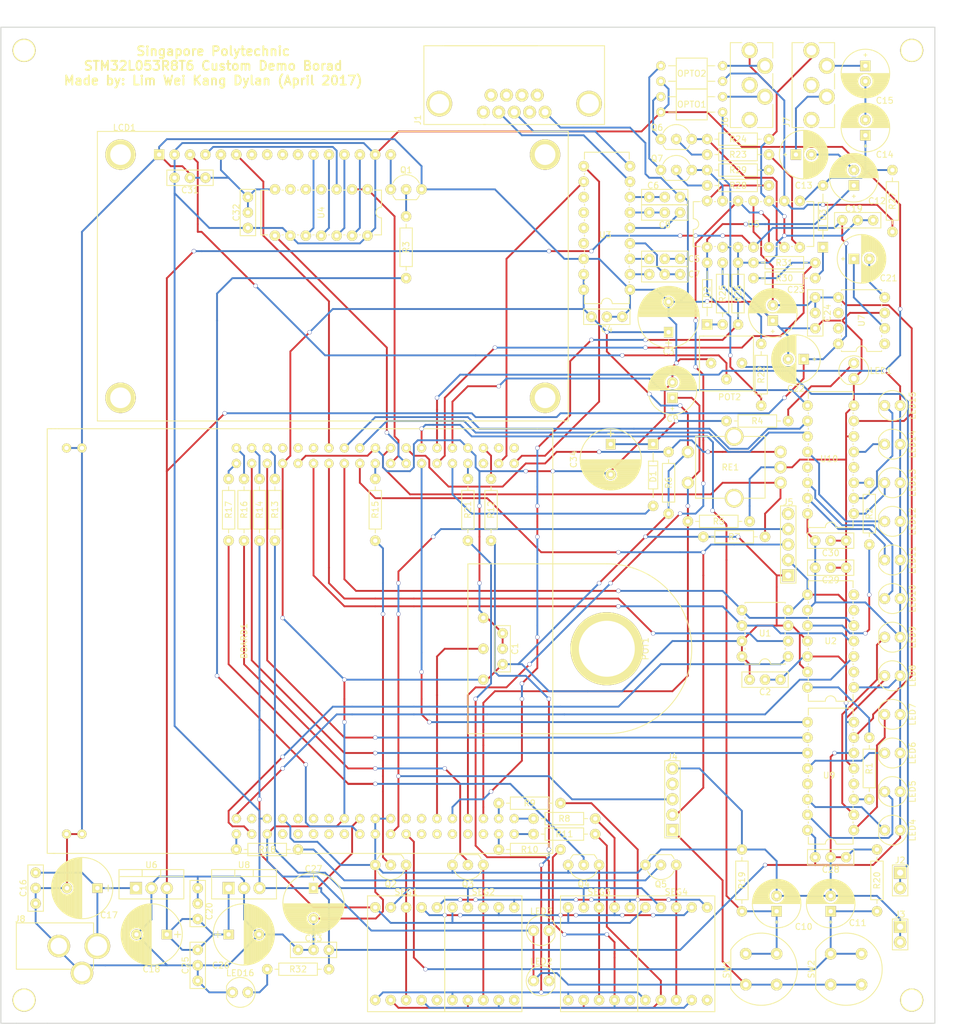
<source format=kicad_pcb>
(kicad_pcb (version 4) (host pcbnew 4.0.1-stable)
  (title_block (title "STM32L053R8T6 Test Board") (date 2017-04-14) (rev 2) (company "Singapore Polytechnic"))
  (layers (0 F.Cu signal) (31 B.Cu signal) (34 B.Paste user) (35 F.Paste user) (36 B.SilkS user) (37 F.SilkS user) (38 B.Mask user) (39 F.Mask user) (44 Edge.Cuts user))
  (net 0 "")
  (net 1 +3V3)
  (net 2 GND)
  (net 3 "Net-(C5-Pad1)")
  (net 4 "Net-(C6-Pad2)")
  (net 5 "Net-(C7-Pad1)")
  (net 6 "Net-(C7-Pad2)")
  (net 7 "Net-(C8-Pad1)")
  (net 8 "Net-(C8-Pad2)")
  (net 9 RE_SW)
  (net 10 FACTORY_RESET)
  (net 11 RTC_Timestamp)
  (net 12 "Net-(C12-Pad1)")
  (net 13 "Net-(C12-Pad2)")
  (net 14 "Net-(C13-Pad1)")
  (net 15 "Net-(C14-Pad1)")
  (net 16 "Net-(C14-Pad2)")
  (net 17 AUDIO_OUT_CH2)
  (net 18 "Net-(C16-Pad1)")
  (net 19 +9V)
  (net 20 "Net-(C21-Pad1)")
  (net 21 "Net-(C21-Pad2)")
  (net 22 -9V)
  (net 23 +5V)
  (net 24 "Net-(C34-Pad1)")
  (net 25 AUDIO_PEAK_LED)
  (net 26 "Net-(D2-Pad1)")
  (net 27 "Net-(D3-Pad1)")
  (net 28 "Net-(J1-Pad3)")
  (net 29 "Net-(J1-Pad2)")
  (net 30 "Net-(J1-Pad1)")
  (net 31 "Net-(J1-Pad4)")
  (net 32 "Net-(J1-Pad9)")
  (net 33 "Net-(J1-Pad8)")
  (net 34 "Net-(J1-Pad7)")
  (net 35 "Net-(J1-Pad6)")
  (net 36 RTC_OUT_CALIB)
  (net 37 I2C_SCL)
  (net 38 I2C_SDA)
  (net 39 "Net-(J4-Pad4)")
  (net 40 "Net-(J5-Pad5)")
  (net 41 AUDIO_IN_CH2)
  (net 42 "Net-(J6-Pad1)")
  (net 43 "Net-(LCD1-Pad3)")
  (net 44 "Net-(LCD1-Pad4)")
  (net 45 LCD_EN)
  (net 46 "Net-(LCD1-Pad7)")
  (net 47 "Net-(LCD1-Pad8)")
  (net 48 "Net-(LCD1-Pad9)")
  (net 49 "Net-(LCD1-Pad10)")
  (net 50 "Net-(LCD1-Pad11)")
  (net 51 "Net-(LCD1-Pad12)")
  (net 52 "Net-(LCD1-Pad13)")
  (net 53 "Net-(LCD1-Pad14)")
  (net 54 "Net-(LCD1-Pad16)")
  (net 55 "Net-(LED1-Pad2)")
  (net 56 "Net-(LED2-Pad1)")
  (net 57 "Net-(LED4-Pad1)")
  (net 58 "Net-(LED5-Pad1)")
  (net 59 "Net-(LED6-Pad1)")
  (net 60 "Net-(LED7-Pad1)")
  (net 61 "Net-(LED8-Pad1)")
  (net 62 "Net-(LED9-Pad1)")
  (net 63 "Net-(LED10-Pad1)")
  (net 64 "Net-(LED11-Pad1)")
  (net 65 "Net-(LED12-Pad1)")
  (net 66 "Net-(LED13-Pad1)")
  (net 67 "Net-(LED14-Pad1)")
  (net 68 "Net-(LED15-Pad1)")
  (net 69 "Net-(LED16-Pad2)")
  (net 70 "Net-(OPTO1-Pad2)")
  (net 71 "Net-(OPTO1-Pad3)")
  (net 72 "Net-(OPTO2-Pad2)")
  (net 73 "Net-(OPTO2-Pad3)")
  (net 74 ADC_Input)
  (net 75 "Net-(Q1-Pad2)")
  (net 76 "Net-(Q2-Pad2)")
  (net 77 "Net-(Q2-Pad1)")
  (net 78 "Net-(Q3-Pad2)")
  (net 79 "Net-(Q3-Pad1)")
  (net 80 "Net-(Q4-Pad2)")
  (net 81 "Net-(Q4-Pad1)")
  (net 82 "Net-(Q5-Pad2)")
  (net 83 "Net-(Q5-Pad1)")
  (net 84 "Net-(Q6-Pad2)")
  (net 85 "Net-(Q6-Pad3)")
  (net 86 "Net-(Q7-Pad2)")
  (net 87 "Net-(Q7-Pad3)")
  (net 88 "Net-(R1-Pad1)")
  (net 89 MCP4922_OUTA)
  (net 90 "Net-(R2-Pad1)")
  (net 91 MCP4922_OUTB)
  (net 92 LCD_PWM_Out)
  (net 93 RE_OUT1)
  (net 94 RE_OUT2)
  (net 95 "Net-(R8-Pad2)")
  (net 96 "Net-(R9-Pad2)")
  (net 97 "Net-(R10-Pad2)")
  (net 98 "Net-(R11-Pad2)")
  (net 99 "Net-(R12-Pad2)")
  (net 100 "Net-(R13-Pad2)")
  (net 101 "Net-(R14-Pad2)")
  (net 102 SEG1)
  (net 103 SEG2)
  (net 104 SEG3)
  (net 105 SEG4)
  (net 106 LED_COLON)
  (net 107 "Net-(R23-Pad1)")
  (net 108 COMP1_INP)
  (net 109 "Net-(R28-Pad1)")
  (net 110 COMP2_INP)
  (net 111 SPI_SS_EEPROM)
  (net 112 SPI_MISO)
  (net 113 SPI_MOSI)
  (net 114 SPI_SCK)
  (net 115 SPI_SS_DAC)
  (net 116 USART2_RX)
  (net 117 USART2_TX)
  (net 118 "Net-(U3-Pad12)")
  (net 119 "Net-(U3-Pad13)")
  (net 120 "Net-(U3-Pad14)")
  (net 121 "Net-(U3-Pad15)")
  (net 122 USART1_SYNC_TX)
  (net 123 "Net-(U4-Pad4)")
  (net 124 "Net-(U4-Pad5)")
  (net 125 "Net-(U4-Pad6)")
  (net 126 USART1_SYNC_CK)
  (net 127 DAC_OUT1)
  (net 128 "Net-(U7-Pad1)")
  (net 129 "Net-(U7-Pad6)")
  (net 130 "Net-(U7-Pad7)")
  (net 131 "Net-(U9-Pad4)")
  (net 132 AMUX_1C)
  (net 133 AMUX_1B)
  (net 134 AMUX_1A)
  (net 135 "Net-(U9-Pad13)")
  (net 136 "Net-(U10-Pad4)")
  (net 137 AMUX_2C)
  (net 138 AMUX_2B)
  (net 139 AMUX_2A)
  (net 140 "Net-(U10-Pad13)")
  (net 141 "Net-(BOARD1-PadB0)")
  (net 142 "Net-(BOARD1-PadPA13)")
  (net 143 "Net-(BOARD1-PadPA14)")
  (net 144 "Net-(BOARD1-PadPC14)")
  (net 145 "Net-(BOARD1-PadPC15)")
  (net 146 "Net-(BOARD1-PadPH0)")
  (net 147 "Net-(BOARD1-PadPH1)")
  (net 148 "Net-(BOARD1-PadVLCD)")
  (net 149 "Net-(BOARD1-PadPC2)")
  (net 150 "Net-(BOARD1-PadPC3)")
  (net 151 "Net-(BOARD1-PadPC0)")
  (net 152 "Net-(BOARD1-PadPC1)")
  (net 153 "Net-(BOARD1-PadVIN)")
  (net 154 "Net-(BOARD1-PadRST)")
  (net 155 "Net-(BOARD1-PadVREF)")
  (net 156 "Net-(BOARD1-PadPD2)")
  (net 157 "Net-(BOARD1-PadPC6)")
  (net 158 "Net-(BOARD1-PadPC5)")
  (net 159 "Net-(BOARD1-PadU5V)")
  (net 160 "Net-(BOARD1-PadPA12)")
  (net 161 "Net-(BOARD1-PadPC4)")
  (net 162 "Net-(BOARD1-PadPA10)")
  (module "Custom Footprint:LCD_2004" (layer F.Cu) (at 43.815 41.275)
    (fp_text reference LCD1 (at -5.715 -4.445) (layer F.SilkS))
    (fp_text value LCD2004)
    (pad 1 thru_hole rect (at 0 0) (size 1.716 1.716) (drill 0.7) (layers *.Cu *.Mask F.SilkS) (net 2 GND))
    (pad 2 thru_hole circle (at 2.54 0) (size 1.716 1.716) (drill 0.7) (layers *.Cu *.Mask F.SilkS) (net 23 +5V))
    (pad 3 thru_hole circle (at 5.08 0) (size 1.716 1.716) (drill 0.7) (layers *.Cu *.Mask F.SilkS) (net 43 "Net-(LCD1-Pad3)"))
    (pad 4 thru_hole circle (at 7.62 0) (size 1.716 1.716) (drill 0.7) (layers *.Cu *.Mask F.SilkS) (net 44 "Net-(LCD1-Pad4)"))
    (pad 5 thru_hole circle (at 10.16 0) (size 1.716 1.716) (drill 0.7) (layers *.Cu *.Mask F.SilkS) (net 2 GND))
    (pad 6 thru_hole circle (at 12.7 0) (size 1.716 1.716) (drill 0.7) (layers *.Cu *.Mask F.SilkS) (net 45 LCD_EN))
    (pad 7 thru_hole circle (at 15.24 0) (size 1.716 1.716) (drill 0.7) (layers *.Cu *.Mask F.SilkS) (net 46 "Net-(LCD1-Pad7)"))
    (pad 8 thru_hole circle (at 17.78 0) (size 1.716 1.716) (drill 0.7) (layers *.Cu *.Mask F.SilkS) (net 47 "Net-(LCD1-Pad8)"))
    (pad 9 thru_hole circle (at 20.32 0) (size 1.716 1.716) (drill 0.7) (layers *.Cu *.Mask F.SilkS) (net 48 "Net-(LCD1-Pad9)"))
    (pad 10 thru_hole circle (at 22.86 0) (size 1.716 1.716) (drill 0.7) (layers *.Cu *.Mask F.SilkS) (net 49 "Net-(LCD1-Pad10)"))
    (pad 11 thru_hole circle (at 25.4 0) (size 1.716 1.716) (drill 0.7) (layers *.Cu *.Mask F.SilkS) (net 50 "Net-(LCD1-Pad11)"))
    (pad 12 thru_hole circle (at 27.94 0) (size 1.716 1.716) (drill 0.7) (layers *.Cu *.Mask F.SilkS) (net 51 "Net-(LCD1-Pad12)"))
    (pad 13 thru_hole circle (at 30.48 0) (size 1.716 1.716) (drill 0.7) (layers *.Cu *.Mask F.SilkS) (net 52 "Net-(LCD1-Pad13)"))
    (pad 14 thru_hole circle (at 33.02 0) (size 1.716 1.716) (drill 0.7) (layers *.Cu *.Mask F.SilkS) (net 53 "Net-(LCD1-Pad14)"))
    (pad 15 thru_hole circle (at 35.56 0) (size 1.716 1.716) (drill 0.7) (layers *.Cu *.Mask F.SilkS) (net 23 +5V))
    (pad 16 thru_hole circle (at 38.1 0) (size 1.716 1.716) (drill 0.7) (layers *.Cu *.Mask F.SilkS) (net 54 "Net-(LCD1-Pad16)"))
    (pad 0 thru_hole circle (at -6.35 0) (size 5 5) (drill 3.4) (layers *.Cu *.Mask F.SilkS))
    (pad 0 thru_hole circle (at -6.35 40.005) (size 5 5) (drill 3.4) (layers *.Cu *.Mask F.SilkS))
    (pad 0 thru_hole circle (at 63.5 40.005) (size 5 5) (drill 3.4) (layers *.Cu *.Mask F.SilkS))
    (pad 0 thru_hole circle (at 63.5 0) (size 5 5) (drill 3.4) (layers *.Cu *.Mask F.SilkS))
  )
  (module "Custom Footprint:IC_PDIP_16pin" (layer F.Cu) (at 158.115 100.33 180)
    (fp_text reference U10 (at 4.064 9.017 180) (layer F.SilkS))
    (fp_text value CD4051)
    (pad 1 thru_hole circle (at 0 0 180) (size 1.716 1.716) (drill 0.7) (layers *.Cu *.Mask F.SilkS) (net 66 "Net-(LED13-Pad1)"))
    (pad 2 thru_hole circle (at 0 2.54 180) (size 1.716 1.716) (drill 0.7) (layers *.Cu *.Mask F.SilkS) (net 68 "Net-(LED15-Pad1)"))
    (pad 3 thru_hole circle (at 0 5.08 180) (size 1.716 1.716) (drill 0.7) (layers *.Cu *.Mask F.SilkS) (net 91 MCP4922_OUTB))
    (pad 4 thru_hole circle (at 0 7.62 180) (size 1.716 1.716) (drill 0.7) (layers *.Cu *.Mask F.SilkS) (net 136 "Net-(U10-Pad4)"))
    (pad 5 thru_hole circle (at 0 10.16 180) (size 1.716 1.716) (drill 0.7) (layers *.Cu *.Mask F.SilkS) (net 67 "Net-(LED14-Pad1)"))
    (pad 6 thru_hole circle (at 0 12.7 180) (size 1.716 1.716) (drill 0.7) (layers *.Cu *.Mask F.SilkS) (net 2 GND))
    (pad 7 thru_hole circle (at 0 15.24 180) (size 1.716 1.716) (drill 0.7) (layers *.Cu *.Mask F.SilkS) (net 22 -9V))
    (pad 8 thru_hole circle (at 0 17.78 180) (size 1.716 1.716) (drill 0.7) (layers *.Cu *.Mask F.SilkS) (net 2 GND))
    (pad 9 thru_hole circle (at 7.62 17.78 180) (size 1.716 1.716) (drill 0.7) (layers *.Cu *.Mask F.SilkS) (net 137 AMUX_2C))
    (pad 10 thru_hole circle (at 7.62 15.24 180) (size 1.716 1.716) (drill 0.7) (layers *.Cu *.Mask F.SilkS) (net 138 AMUX_2B))
    (pad 11 thru_hole circle (at 7.62 12.7 180) (size 1.716 1.716) (drill 0.7) (layers *.Cu *.Mask F.SilkS) (net 139 AMUX_2A))
    (pad 12 thru_hole circle (at 7.62 10.16 180) (size 1.716 1.716) (drill 0.7) (layers *.Cu *.Mask F.SilkS) (net 65 "Net-(LED12-Pad1)"))
    (pad 13 thru_hole circle (at 7.62 7.62 180) (size 1.716 1.716) (drill 0.7) (layers *.Cu *.Mask F.SilkS) (net 140 "Net-(U10-Pad13)"))
    (pad 14 thru_hole circle (at 7.62 5.08 180) (size 1.716 1.716) (drill 0.7) (layers *.Cu *.Mask F.SilkS) (net 63 "Net-(LED10-Pad1)"))
    (pad 15 thru_hole circle (at 7.62 2.54 180) (size 1.716 1.716) (drill 0.7) (layers *.Cu *.Mask F.SilkS) (net 64 "Net-(LED11-Pad1)"))
    (pad 16 thru_hole circle (at 7.62 0 180) (size 1.716 1.716) (drill 0.7) (layers *.Cu *.Mask F.SilkS) (net 23 +5V))
  )
  (module "Custom Footprint:IC_PDIP_16pin" (layer F.Cu) (at 158.115 152.4 180)
    (fp_text reference U9 (at 4.064 9.017 180) (layer F.SilkS))
    (fp_text value CD4051)
    (pad 1 thru_hole circle (at 0 0 180) (size 1.716 1.716) (drill 0.7) (layers *.Cu *.Mask F.SilkS) (net 60 "Net-(LED7-Pad1)"))
    (pad 2 thru_hole circle (at 0 2.54 180) (size 1.716 1.716) (drill 0.7) (layers *.Cu *.Mask F.SilkS) (net 62 "Net-(LED9-Pad1)"))
    (pad 3 thru_hole circle (at 0 5.08 180) (size 1.716 1.716) (drill 0.7) (layers *.Cu *.Mask F.SilkS) (net 89 MCP4922_OUTA))
    (pad 4 thru_hole circle (at 0 7.62 180) (size 1.716 1.716) (drill 0.7) (layers *.Cu *.Mask F.SilkS) (net 131 "Net-(U9-Pad4)"))
    (pad 5 thru_hole circle (at 0 10.16 180) (size 1.716 1.716) (drill 0.7) (layers *.Cu *.Mask F.SilkS) (net 61 "Net-(LED8-Pad1)"))
    (pad 6 thru_hole circle (at 0 12.7 180) (size 1.716 1.716) (drill 0.7) (layers *.Cu *.Mask F.SilkS) (net 2 GND))
    (pad 7 thru_hole circle (at 0 15.24 180) (size 1.716 1.716) (drill 0.7) (layers *.Cu *.Mask F.SilkS) (net 22 -9V))
    (pad 8 thru_hole circle (at 0 17.78 180) (size 1.716 1.716) (drill 0.7) (layers *.Cu *.Mask F.SilkS) (net 2 GND))
    (pad 9 thru_hole circle (at 7.62 17.78 180) (size 1.716 1.716) (drill 0.7) (layers *.Cu *.Mask F.SilkS) (net 132 AMUX_1C))
    (pad 10 thru_hole circle (at 7.62 15.24 180) (size 1.716 1.716) (drill 0.7) (layers *.Cu *.Mask F.SilkS) (net 133 AMUX_1B))
    (pad 11 thru_hole circle (at 7.62 12.7 180) (size 1.716 1.716) (drill 0.7) (layers *.Cu *.Mask F.SilkS) (net 134 AMUX_1A))
    (pad 12 thru_hole circle (at 7.62 10.16 180) (size 1.716 1.716) (drill 0.7) (layers *.Cu *.Mask F.SilkS) (net 59 "Net-(LED6-Pad1)"))
    (pad 13 thru_hole circle (at 7.62 7.62 180) (size 1.716 1.716) (drill 0.7) (layers *.Cu *.Mask F.SilkS) (net 135 "Net-(U9-Pad13)"))
    (pad 14 thru_hole circle (at 7.62 5.08 180) (size 1.716 1.716) (drill 0.7) (layers *.Cu *.Mask F.SilkS) (net 57 "Net-(LED4-Pad1)"))
    (pad 15 thru_hole circle (at 7.62 2.54 180) (size 1.716 1.716) (drill 0.7) (layers *.Cu *.Mask F.SilkS) (net 58 "Net-(LED5-Pad1)"))
    (pad 16 thru_hole circle (at 7.62 0 180) (size 1.716 1.716) (drill 0.7) (layers *.Cu *.Mask F.SilkS) (net 23 +5V))
  )
  (module "Custom Footprint:IC_PDIP_8pin" (layer F.Cu) (at 159.385 68.58 90)
    (fp_text reference U7 (at 0 0 90) (layer F.SilkS))
    (fp_text value TC962)
    (pad 1 thru_hole circle (at -3.81 3.81 90) (size 1.716 1.716) (drill 0.7) (layers *.Cu *.Mask F.SilkS) (net 128 "Net-(U7-Pad1)"))
    (pad 2 thru_hole circle (at -1.27 3.81 90) (size 1.716 1.716) (drill 0.7) (layers *.Cu *.Mask F.SilkS) (net 20 "Net-(C21-Pad1)"))
    (pad 3 thru_hole circle (at 1.27 3.81 90) (size 1.716 1.716) (drill 0.7) (layers *.Cu *.Mask F.SilkS) (net 2 GND))
    (pad 4 thru_hole circle (at 3.81 3.81 90) (size 1.716 1.716) (drill 0.7) (layers *.Cu *.Mask F.SilkS) (net 21 "Net-(C21-Pad2)"))
    (pad 5 thru_hole circle (at 3.81 -3.81 90) (size 1.716 1.716) (drill 0.7) (layers *.Cu *.Mask F.SilkS) (net 22 -9V))
    (pad 6 thru_hole circle (at 1.27 -3.81 90) (size 1.716 1.716) (drill 0.7) (layers *.Cu *.Mask F.SilkS) (net 129 "Net-(U7-Pad6)"))
    (pad 7 thru_hole circle (at -1.27 -3.81 90) (size 1.716 1.716) (drill 0.7) (layers *.Cu *.Mask F.SilkS) (net 130 "Net-(U7-Pad7)"))
    (pad 8 thru_hole circle (at -3.81 -3.81 90) (size 1.716 1.716) (drill 0.7) (layers *.Cu *.Mask F.SilkS) (net 19 +9V))
  )
  (module "Custom Footprint:IC_PDIP_14pin" (layer F.Cu) (at 133.985 56.515 90)
    (fp_text reference U5 (at 3.81 7.62 180) (layer F.SilkS))
    (fp_text value LM324)
    (pad 1 thru_hole circle (at 0 0 90) (size 1.716 1.716) (drill 0.7) (layers *.Cu *.Mask F.SilkS) (net 12 "Net-(C12-Pad1)"))
    (pad 2 thru_hole circle (at 0 2.54 90) (size 1.716 1.716) (drill 0.7) (layers *.Cu *.Mask F.SilkS) (net 71 "Net-(OPTO1-Pad3)"))
    (pad 3 thru_hole circle (at 0 5.08 90) (size 1.716 1.716) (drill 0.7) (layers *.Cu *.Mask F.SilkS) (net 2 GND))
    (pad 4 thru_hole circle (at 0 7.62 90) (size 1.716 1.716) (drill 0.7) (layers *.Cu *.Mask F.SilkS) (net 19 +9V))
    (pad 5 thru_hole circle (at 0 10.16 90) (size 1.716 1.716) (drill 0.7) (layers *.Cu *.Mask F.SilkS) (net 127 DAC_OUT1))
    (pad 6 thru_hole circle (at 0 12.7 90) (size 1.716 1.716) (drill 0.7) (layers *.Cu *.Mask F.SilkS) (net 85 "Net-(Q6-Pad3)"))
    (pad 7 thru_hole circle (at 0 15.24 90) (size 1.716 1.716) (drill 0.7) (layers *.Cu *.Mask F.SilkS) (net 107 "Net-(R23-Pad1)"))
    (pad 8 thru_hole circle (at 7.62 15.24 90) (size 1.716 1.716) (drill 0.7) (layers *.Cu *.Mask F.SilkS) (net 15 "Net-(C14-Pad1)"))
    (pad 9 thru_hole circle (at 7.62 12.7 90) (size 1.716 1.716) (drill 0.7) (layers *.Cu *.Mask F.SilkS) (net 73 "Net-(OPTO2-Pad3)"))
    (pad 10 thru_hole circle (at 7.62 10.16 90) (size 1.716 1.716) (drill 0.7) (layers *.Cu *.Mask F.SilkS) (net 2 GND))
    (pad 11 thru_hole circle (at 7.62 7.62 90) (size 1.716 1.716) (drill 0.7) (layers *.Cu *.Mask F.SilkS) (net 22 -9V))
    (pad 12 thru_hole circle (at 7.62 5.08 90) (size 1.716 1.716) (drill 0.7) (layers *.Cu *.Mask F.SilkS) (net 127 DAC_OUT1))
    (pad 13 thru_hole circle (at 7.62 2.54 90) (size 1.716 1.716) (drill 0.7) (layers *.Cu *.Mask F.SilkS) (net 87 "Net-(Q7-Pad3)"))
    (pad 14 thru_hole circle (at 7.62 0 90) (size 1.716 1.716) (drill 0.7) (layers *.Cu *.Mask F.SilkS) (net 109 "Net-(R28-Pad1)"))
  )
  (module "Custom Footprint:IC_PDIP_14pin" (layer F.Cu) (at 78.105 46.99 270)
    (fp_text reference U4 (at 3.81 7.62 270) (layer F.SilkS))
    (fp_text value 74LS164)
    (pad 1 thru_hole circle (at 0 0 270) (size 1.716 1.716) (drill 0.7) (layers *.Cu *.Mask F.SilkS) (net 122 USART1_SYNC_TX))
    (pad 2 thru_hole circle (at 0 2.54 270) (size 1.716 1.716) (drill 0.7) (layers *.Cu *.Mask F.SilkS) (net 122 USART1_SYNC_TX))
    (pad 3 thru_hole circle (at 0 5.08 270) (size 1.716 1.716) (drill 0.7) (layers *.Cu *.Mask F.SilkS) (net 44 "Net-(LCD1-Pad4)"))
    (pad 4 thru_hole circle (at 0 7.62 270) (size 1.716 1.716) (drill 0.7) (layers *.Cu *.Mask F.SilkS) (net 123 "Net-(U4-Pad4)"))
    (pad 5 thru_hole circle (at 0 10.16 270) (size 1.716 1.716) (drill 0.7) (layers *.Cu *.Mask F.SilkS) (net 124 "Net-(U4-Pad5)"))
    (pad 6 thru_hole circle (at 0 12.7 270) (size 1.716 1.716) (drill 0.7) (layers *.Cu *.Mask F.SilkS) (net 125 "Net-(U4-Pad6)"))
    (pad 7 thru_hole circle (at 0 15.24 270) (size 1.716 1.716) (drill 0.7) (layers *.Cu *.Mask F.SilkS) (net 2 GND))
    (pad 8 thru_hole circle (at 7.62 15.24 270) (size 1.716 1.716) (drill 0.7) (layers *.Cu *.Mask F.SilkS) (net 126 USART1_SYNC_CK))
    (pad 9 thru_hole circle (at 7.62 12.7 270) (size 1.716 1.716) (drill 0.7) (layers *.Cu *.Mask F.SilkS) (net 23 +5V))
    (pad 10 thru_hole circle (at 7.62 10.16 270) (size 1.716 1.716) (drill 0.7) (layers *.Cu *.Mask F.SilkS) (net 50 "Net-(LCD1-Pad11)"))
    (pad 11 thru_hole circle (at 7.62 7.62 270) (size 1.716 1.716) (drill 0.7) (layers *.Cu *.Mask F.SilkS) (net 51 "Net-(LCD1-Pad12)"))
    (pad 12 thru_hole circle (at 7.62 5.08 270) (size 1.716 1.716) (drill 0.7) (layers *.Cu *.Mask F.SilkS) (net 52 "Net-(LCD1-Pad13)"))
    (pad 13 thru_hole circle (at 7.62 2.54 270) (size 1.716 1.716) (drill 0.7) (layers *.Cu *.Mask F.SilkS) (net 53 "Net-(LCD1-Pad14)"))
    (pad 14 thru_hole circle (at 7.62 0 270) (size 1.716 1.716) (drill 0.7) (layers *.Cu *.Mask F.SilkS) (net 23 +5V))
  )
  (module "Custom Footprint:IC_PDIP_18pin" (layer F.Cu) (at 121.285 63.5 180)
    (fp_text reference U3 (at 4.064 9.017 180) (layer F.SilkS))
    (fp_text value SP3232ECP-L)
    (pad 1 thru_hole circle (at 0 0 180) (size 1.716 1.716) (drill 0.7) (layers *.Cu *.Mask F.SilkS) (net 2 GND))
    (pad 2 thru_hole circle (at 0 2.54 180) (size 1.716 1.716) (drill 0.7) (layers *.Cu *.Mask F.SilkS) (net 5 "Net-(C7-Pad1)"))
    (pad 3 thru_hole circle (at 0 5.08 180) (size 1.716 1.716) (drill 0.7) (layers *.Cu *.Mask F.SilkS) (net 3 "Net-(C5-Pad1)"))
    (pad 4 thru_hole circle (at 0 7.62 180) (size 1.716 1.716) (drill 0.7) (layers *.Cu *.Mask F.SilkS) (net 6 "Net-(C7-Pad2)"))
    (pad 5 thru_hole circle (at 0 10.16 180) (size 1.716 1.716) (drill 0.7) (layers *.Cu *.Mask F.SilkS) (net 7 "Net-(C8-Pad1)"))
    (pad 6 thru_hole circle (at 0 12.7 180) (size 1.716 1.716) (drill 0.6) (layers *.Cu *.Mask F.SilkS) (net 8 "Net-(C8-Pad2)"))
    (pad 7 thru_hole circle (at 0 15.24 180) (size 1.716 1.716) (drill 0.7) (layers *.Cu *.Mask F.SilkS) (net 4 "Net-(C6-Pad2)"))
    (pad 8 thru_hole circle (at 0 17.78 180) (size 1.716 1.716) (drill 0.7) (layers *.Cu *.Mask F.SilkS) (net 29 "Net-(J1-Pad2)"))
    (pad 9 thru_hole circle (at 0 20.32 180) (size 1.716 1.716) (drill 0.7) (layers *.Cu *.Mask F.SilkS) (net 28 "Net-(J1-Pad3)"))
    (pad 10 thru_hole circle (at 7.62 20.32 180) (size 1.716 1.716) (drill 0.7) (layers *.Cu *.Mask F.SilkS) (net 116 USART2_RX))
    (pad 11 thru_hole circle (at 7.62 17.78 180) (size 1.716 1.716) (drill 0.7) (layers *.Cu *.Mask F.SilkS) (net 117 USART2_TX))
    (pad 12 thru_hole circle (at 7.62 15.24 180) (size 1.716 1.716) (drill 0.7) (layers *.Cu *.Mask F.SilkS) (net 118 "Net-(U3-Pad12)"))
    (pad 13 thru_hole circle (at 7.62 12.7 180) (size 1.716 1.716) (drill 0.7) (layers *.Cu *.Mask F.SilkS) (net 119 "Net-(U3-Pad13)"))
    (pad 14 thru_hole circle (at 7.62 10.16 180) (size 1.716 1.716) (drill 0.7) (layers *.Cu *.Mask F.SilkS) (net 120 "Net-(U3-Pad14)"))
    (pad 15 thru_hole circle (at 7.62 7.62 180) (size 1.716 1.716) (drill 0.7) (layers *.Cu *.Mask F.SilkS) (net 121 "Net-(U3-Pad15)"))
    (pad 16 thru_hole circle (at 7.62 5.08 180) (size 1.716 1.716) (drill 0.7) (layers *.Cu *.Mask F.SilkS) (net 2 GND))
    (pad 17 thru_hole circle (at 7.62 2.54 180) (size 1.716 1.716) (drill 0.7) (layers *.Cu *.Mask F.SilkS) (net 1 +3V3))
    (pad 18 thru_hole circle (at 7.62 0 180) (size 1.716 1.716) (drill 0.7) (layers *.Cu *.Mask F.SilkS) (net 1 +3V3))
  )
  (module "Custom Footprint:IC_PDIP_14pin" (layer F.Cu) (at 158.115 128.905 180)
    (fp_text reference U2 (at 3.81 7.62 180) (layer F.SilkS))
    (fp_text value MCP4922)
    (pad 1 thru_hole circle (at 0 0 180) (size 1.716 1.716) (drill 0.7) (layers *.Cu *.Mask F.SilkS) (net 23 +5V))
    (pad 2 thru_hole circle (at 0 2.54 180) (size 1.716 1.716) (drill 0.7) (layers *.Cu *.Mask F.SilkS))
    (pad 3 thru_hole circle (at 0 5.08 180) (size 1.716 1.716) (drill 0.7) (layers *.Cu *.Mask F.SilkS) (net 115 SPI_SS_DAC))
    (pad 4 thru_hole circle (at 0 7.62 180) (size 1.716 1.716) (drill 0.7) (layers *.Cu *.Mask F.SilkS) (net 114 SPI_SCK))
    (pad 5 thru_hole circle (at 0 10.16 180) (size 1.716 1.716) (drill 0.7) (layers *.Cu *.Mask F.SilkS) (net 113 SPI_MOSI))
    (pad 6 thru_hole circle (at 0 12.7 180) (size 1.716 1.716) (drill 0.7) (layers *.Cu *.Mask F.SilkS))
    (pad 7 thru_hole circle (at 0 15.24 180) (size 1.716 1.716) (drill 0.7) (layers *.Cu *.Mask F.SilkS))
    (pad 8 thru_hole circle (at 7.62 15.24 180) (size 1.716 1.716) (drill 0.7) (layers *.Cu *.Mask F.SilkS) (net 2 GND))
    (pad 9 thru_hole circle (at 7.62 12.7 180) (size 1.716 1.716) (drill 0.7) (layers *.Cu *.Mask F.SilkS) (net 23 +5V))
    (pad 10 thru_hole circle (at 7.62 10.16 180) (size 1.716 1.716) (drill 0.7) (layers *.Cu *.Mask F.SilkS) (net 90 "Net-(R2-Pad1)"))
    (pad 11 thru_hole circle (at 7.62 7.62 180) (size 1.716 1.716) (drill 0.7) (layers *.Cu *.Mask F.SilkS) (net 1 +3V3))
    (pad 12 thru_hole circle (at 7.62 5.08 180) (size 1.716 1.716) (drill 0.7) (layers *.Cu *.Mask F.SilkS) (net 2 GND))
    (pad 13 thru_hole circle (at 7.62 2.54 180) (size 1.716 1.716) (drill 0.7) (layers *.Cu *.Mask F.SilkS) (net 1 +3V3))
    (pad 14 thru_hole circle (at 7.62 0 180) (size 1.716 1.716) (drill 0.7) (layers *.Cu *.Mask F.SilkS) (net 88 "Net-(R1-Pad1)"))
  )
  (module "Custom Footprint:IC_PDIP_8pin" (layer F.Cu) (at 143.51 120.015 90)
    (fp_text reference U1 (at 0 0 180) (layer F.SilkS))
    (fp_text value 25LC256)
    (pad 1 thru_hole circle (at -3.81 3.81 90) (size 1.716 1.716) (drill 0.7) (layers *.Cu *.Mask F.SilkS) (net 111 SPI_SS_EEPROM))
    (pad 2 thru_hole circle (at -1.27 3.81 90) (size 1.716 1.716) (drill 0.7) (layers *.Cu *.Mask F.SilkS) (net 112 SPI_MISO))
    (pad 3 thru_hole circle (at 1.27 3.81 90) (size 1.716 1.716) (drill 0.7) (layers *.Cu *.Mask F.SilkS) (net 1 +3V3))
    (pad 4 thru_hole circle (at 3.81 3.81 90) (size 1.716 1.716) (drill 0.7) (layers *.Cu *.Mask F.SilkS) (net 2 GND))
    (pad 5 thru_hole circle (at 3.81 -3.81 90) (size 1.716 1.716) (drill 0.7) (layers *.Cu *.Mask F.SilkS) (net 113 SPI_MOSI))
    (pad 6 thru_hole circle (at 1.27 -3.81 90) (size 1.716 1.716) (drill 0.7) (layers *.Cu *.Mask F.SilkS) (net 114 SPI_SCK))
    (pad 7 thru_hole circle (at -1.27 -3.81 90) (size 1.716 1.716) (drill 0.7) (layers *.Cu *.Mask F.SilkS) (net 1 +3V3))
    (pad 8 thru_hole circle (at -3.81 -3.81 90) (size 1.716 1.716) (drill 0.7) (layers *.Cu *.Mask F.SilkS) (net 1 +3V3))
  )
  (module "Custom Footprint:7Seg_small" (layer F.Cu) (at 128.905 180.34)
    (fp_text reference SEG4 (at 0 -17.78) (layer F.SilkS))
    (fp_text value 7Segment_CC)
    (pad 1 thru_hole circle (at -5.08 0) (size 1.716 1.716) (drill 0.7) (layers *.Cu *.Mask F.SilkS) (net 99 "Net-(R12-Pad2)"))
    (pad 2 thru_hole circle (at -2.54 0) (size 1.716 1.716) (drill 0.7) (layers *.Cu *.Mask F.SilkS) (net 98 "Net-(R11-Pad2)"))
    (pad 3,8 thru_hole circle (at 0 0) (size 1.716 1.716) (drill 0.7) (layers *.Cu *.Mask F.SilkS) (net 83 "Net-(Q5-Pad1)"))
    (pad 4 thru_hole circle (at 2.54 0) (size 1.716 1.716) (drill 0.7) (layers *.Cu *.Mask F.SilkS) (net 97 "Net-(R10-Pad2)"))
    (pad 5 thru_hole circle (at 5.08 0) (size 1.716 1.716) (drill 0.7) (layers *.Cu *.Mask F.SilkS))
    (pad 6 thru_hole circle (at 5.08 -15.24) (size 1.716 1.716) (drill 0.7) (layers *.Cu *.Mask F.SilkS) (net 96 "Net-(R9-Pad2)"))
    (pad 7 thru_hole circle (at 2.54 -15.24) (size 1.716 1.716) (drill 0.7) (layers *.Cu *.Mask F.SilkS) (net 95 "Net-(R8-Pad2)"))
    (pad 3,8 thru_hole circle (at 0 -15.24) (size 1.716 1.716) (drill 0.7) (layers *.Cu *.Mask F.SilkS) (net 83 "Net-(Q5-Pad1)"))
    (pad 9 thru_hole circle (at -2.54 -15.24) (size 1.716 1.716) (drill 0.7) (layers *.Cu *.Mask F.SilkS) (net 100 "Net-(R13-Pad2)"))
    (pad 10 thru_hole circle (at -5.08 -15.24) (size 1.716 1.716) (drill 0.7) (layers *.Cu *.Mask F.SilkS) (net 101 "Net-(R14-Pad2)"))
  )
  (module "Custom Footprint:7Seg_small" (layer F.Cu) (at 116.205 180.34)
    (fp_text reference SEG3 (at 0 -17.78) (layer F.SilkS))
    (fp_text value 7Segment_CC)
    (pad 1 thru_hole circle (at -5.08 0) (size 1.716 1.716) (drill 0.7) (layers *.Cu *.Mask F.SilkS) (net 99 "Net-(R12-Pad2)"))
    (pad 2 thru_hole circle (at -2.54 0) (size 1.716 1.716) (drill 0.7) (layers *.Cu *.Mask F.SilkS) (net 98 "Net-(R11-Pad2)"))
    (pad 3,8 thru_hole circle (at 0 0) (size 1.716 1.716) (drill 0.7) (layers *.Cu *.Mask F.SilkS) (net 81 "Net-(Q4-Pad1)"))
    (pad 4 thru_hole circle (at 2.54 0) (size 1.716 1.716) (drill 0.7) (layers *.Cu *.Mask F.SilkS) (net 97 "Net-(R10-Pad2)"))
    (pad 5 thru_hole circle (at 5.08 0) (size 1.716 1.716) (drill 0.7) (layers *.Cu *.Mask F.SilkS))
    (pad 6 thru_hole circle (at 5.08 -15.24) (size 1.716 1.716) (drill 0.7) (layers *.Cu *.Mask F.SilkS) (net 96 "Net-(R9-Pad2)"))
    (pad 7 thru_hole circle (at 2.54 -15.24) (size 1.716 1.716) (drill 0.7) (layers *.Cu *.Mask F.SilkS) (net 95 "Net-(R8-Pad2)"))
    (pad 3,8 thru_hole circle (at 0 -15.24) (size 1.716 1.716) (drill 0.7) (layers *.Cu *.Mask F.SilkS) (net 81 "Net-(Q4-Pad1)"))
    (pad 9 thru_hole circle (at -2.54 -15.24) (size 1.716 1.716) (drill 0.7) (layers *.Cu *.Mask F.SilkS) (net 100 "Net-(R13-Pad2)"))
    (pad 10 thru_hole circle (at -5.08 -15.24) (size 1.716 1.716) (drill 0.7) (layers *.Cu *.Mask F.SilkS) (net 101 "Net-(R14-Pad2)"))
  )
  (module "Custom Footprint:7Seg_small" (layer F.Cu) (at 97.155 180.34)
    (fp_text reference SEG2 (at 0 -17.78) (layer F.SilkS))
    (fp_text value 7Segment_CC)
    (pad 1 thru_hole circle (at -5.08 0) (size 1.716 1.716) (drill 0.7) (layers *.Cu *.Mask F.SilkS) (net 99 "Net-(R12-Pad2)"))
    (pad 2 thru_hole circle (at -2.54 0) (size 1.716 1.716) (drill 0.7) (layers *.Cu *.Mask F.SilkS) (net 98 "Net-(R11-Pad2)"))
    (pad 3,8 thru_hole circle (at 0 0) (size 1.716 1.716) (drill 0.7) (layers *.Cu *.Mask F.SilkS) (net 79 "Net-(Q3-Pad1)"))
    (pad 4 thru_hole circle (at 2.54 0) (size 1.716 1.716) (drill 0.7) (layers *.Cu *.Mask F.SilkS) (net 97 "Net-(R10-Pad2)"))
    (pad 5 thru_hole circle (at 5.08 0) (size 1.716 1.716) (drill 0.7) (layers *.Cu *.Mask F.SilkS))
    (pad 6 thru_hole circle (at 5.08 -15.24) (size 1.716 1.716) (drill 0.7) (layers *.Cu *.Mask F.SilkS) (net 96 "Net-(R9-Pad2)"))
    (pad 7 thru_hole circle (at 2.54 -15.24) (size 1.716 1.716) (drill 0.7) (layers *.Cu *.Mask F.SilkS) (net 95 "Net-(R8-Pad2)"))
    (pad 3,8 thru_hole circle (at 0 -15.24) (size 1.716 1.716) (drill 0.7) (layers *.Cu *.Mask F.SilkS) (net 79 "Net-(Q3-Pad1)"))
    (pad 9 thru_hole circle (at -2.54 -15.24) (size 1.716 1.716) (drill 0.7) (layers *.Cu *.Mask F.SilkS) (net 100 "Net-(R13-Pad2)"))
    (pad 10 thru_hole circle (at -5.08 -15.24) (size 1.716 1.716) (drill 0.7) (layers *.Cu *.Mask F.SilkS) (net 101 "Net-(R14-Pad2)"))
  )
  (module "Custom Footprint:7Seg_small" (layer F.Cu) (at 84.455 180.34)
    (fp_text reference SEG1 (at 0 -17.78) (layer F.SilkS))
    (fp_text value 7Segment_CC)
    (pad 1 thru_hole circle (at -5.08 0) (size 1.716 1.716) (drill 0.7) (layers *.Cu *.Mask F.SilkS) (net 99 "Net-(R12-Pad2)"))
    (pad 2 thru_hole circle (at -2.54 0) (size 1.716 1.716) (drill 0.7) (layers *.Cu *.Mask F.SilkS) (net 98 "Net-(R11-Pad2)"))
    (pad 3,8 thru_hole circle (at 0 0) (size 1.716 1.716) (drill 0.7) (layers *.Cu *.Mask F.SilkS) (net 77 "Net-(Q2-Pad1)"))
    (pad 4 thru_hole circle (at 2.54 0) (size 1.716 1.716) (drill 0.7) (layers *.Cu *.Mask F.SilkS) (net 97 "Net-(R10-Pad2)"))
    (pad 5 thru_hole circle (at 5.08 0) (size 1.716 1.716) (drill 0.7) (layers *.Cu *.Mask F.SilkS))
    (pad 6 thru_hole circle (at 5.08 -15.24) (size 1.716 1.716) (drill 0.7) (layers *.Cu *.Mask F.SilkS) (net 96 "Net-(R9-Pad2)"))
    (pad 7 thru_hole circle (at 2.54 -15.24) (size 1.716 1.716) (drill 0.7) (layers *.Cu *.Mask F.SilkS) (net 95 "Net-(R8-Pad2)"))
    (pad 3,8 thru_hole circle (at 0 -15.24) (size 1.716 1.716) (drill 0.7) (layers *.Cu *.Mask F.SilkS) (net 77 "Net-(Q2-Pad1)"))
    (pad 9 thru_hole circle (at -2.54 -15.24) (size 1.716 1.716) (drill 0.7) (layers *.Cu *.Mask F.SilkS) (net 100 "Net-(R13-Pad2)"))
    (pad 10 thru_hole circle (at -5.08 -15.24) (size 1.716 1.716) (drill 0.7) (layers *.Cu *.Mask F.SilkS) (net 101 "Net-(R14-Pad2)"))
  )
  (module "Custom Footprint:Resistor-0.25W" (layer F.Cu) (at 71.755 175.26 180)
    (fp_text reference R32 (at 5.08 0 180) (layer F.SilkS))
    (fp_text value 390Ω)
    (pad 1 thru_hole circle (at 0 0 180) (size 1.716 1.716) (drill 0.7) (layers *.Cu *.Mask F.SilkS) (net 23 +5V))
    (pad 2 thru_hole circle (at 10.16 0 180) (size 1.716 1.716) (drill 0.7) (layers *.Cu *.Mask F.SilkS) (net 69 "Net-(LED16-Pad2)"))
  )
  (module "Custom Footprint:Resistor-0.25W" (layer F.Cu) (at 151.765 59.055 180)
    (fp_text reference R31 (at 5.08 0 180) (layer F.SilkS))
    (fp_text value 10kΩ)
    (pad 1 thru_hole circle (at 0 0 180) (size 1.716 1.716) (drill 0.7) (layers *.Cu *.Mask F.SilkS) (net 110 COMP2_INP))
    (pad 2 thru_hole circle (at 10.16 0 180) (size 1.716 1.716) (drill 0.7) (layers *.Cu *.Mask F.SilkS) (net 2 GND))
  )
  (module "Custom Footprint:Resistor-0.25W" (layer F.Cu) (at 151.765 61.595 180)
    (fp_text reference R30 (at 5.08 0 180) (layer F.SilkS))
    (fp_text value 18kΩ)
    (pad 1 thru_hole circle (at 0 0 180) (size 1.716 1.716) (drill 0.7) (layers *.Cu *.Mask F.SilkS) (net 27 "Net-(D3-Pad1)"))
    (pad 2 thru_hole circle (at 10.16 0 180) (size 1.716 1.716) (drill 0.7) (layers *.Cu *.Mask F.SilkS) (net 110 COMP2_INP))
  )
  (module "Custom Footprint:Resistor-0.25W" (layer F.Cu) (at 133.985 43.815)
    (fp_text reference R29 (at 5.08 0) (layer F.SilkS))
    (fp_text value 150Ω)
    (pad 1 thru_hole circle (at 0 0) (size 1.716 1.716) (drill 0.7) (layers *.Cu *.Mask F.SilkS) (net 87 "Net-(Q7-Pad3)"))
    (pad 2 thru_hole circle (at 10.16 0) (size 1.716 1.716) (drill 0.7) (layers *.Cu *.Mask F.SilkS) (net 2 GND))
  )
  (module "Custom Footprint:Resistor-0.25W" (layer F.Cu) (at 144.145 46.355 180)
    (fp_text reference R28 (at 5.08 0 180) (layer F.SilkS))
    (fp_text value 100Ω)
    (pad 1 thru_hole circle (at 0 0 180) (size 1.716 1.716) (drill 0.7) (layers *.Cu *.Mask F.SilkS) (net 109 "Net-(R28-Pad1)"))
    (pad 2 thru_hole circle (at 10.16 0 180) (size 1.716 1.716) (drill 0.7) (layers *.Cu *.Mask F.SilkS) (net 86 "Net-(Q7-Pad2)"))
  )
  (module "Custom Footprint:Resistor-0.25W" (layer F.Cu) (at 164.465 53.975 90)
    (fp_text reference R27 (at 5.08 0 90) (layer F.SilkS))
    (fp_text value 10kΩ)
    (pad 1 thru_hole circle (at 0 0 90) (size 1.716 1.716) (drill 0.7) (layers *.Cu *.Mask F.SilkS) (net 73 "Net-(OPTO2-Pad3)"))
    (pad 2 thru_hole circle (at 10.16 0 90) (size 1.716 1.716) (drill 0.7) (layers *.Cu *.Mask F.SilkS) (net 15 "Net-(C14-Pad1)"))
  )
  (module "Custom Footprint:Resistor-0.25W" (layer F.Cu) (at 139.065 69.215 90)
    (fp_text reference R26 (at 5.08 0 90) (layer F.SilkS))
    (fp_text value 10kΩ)
    (pad 1 thru_hole circle (at 0 0 90) (size 1.716 1.716) (drill 0.7) (layers *.Cu *.Mask F.SilkS) (net 108 COMP1_INP))
    (pad 2 thru_hole circle (at 10.16 0 90) (size 1.716 1.716) (drill 0.7) (layers *.Cu *.Mask F.SilkS) (net 2 GND))
  )
  (module "Custom Footprint:Resistor-0.25W" (layer F.Cu) (at 136.525 69.215 90)
    (fp_text reference R25 (at 5.08 0 90) (layer F.SilkS))
    (fp_text value 18kΩ)
    (pad 1 thru_hole circle (at 0 0 90) (size 1.716 1.716) (drill 0.7) (layers *.Cu *.Mask F.SilkS) (net 26 "Net-(D2-Pad1)"))
    (pad 2 thru_hole circle (at 10.16 0 90) (size 1.716 1.716) (drill 0.7) (layers *.Cu *.Mask F.SilkS) (net 108 COMP1_INP))
  )
  (module "Custom Footprint:Resistor-0.25W" (layer F.Cu) (at 133.985 38.735)
    (fp_text reference R24 (at 5.08 0) (layer F.SilkS))
    (fp_text value 150Ω)
    (pad 1 thru_hole circle (at 0 0) (size 1.716 1.716) (drill 0.7) (layers *.Cu *.Mask F.SilkS) (net 85 "Net-(Q6-Pad3)"))
    (pad 2 thru_hole circle (at 10.16 0) (size 1.716 1.716) (drill 0.7) (layers *.Cu *.Mask F.SilkS) (net 2 GND))
  )
  (module "Custom Footprint:Resistor-0.25W" (layer F.Cu) (at 144.145 41.275 180)
    (fp_text reference R23 (at 5.08 0 180) (layer F.SilkS))
    (fp_text value 100Ω)
    (pad 1 thru_hole circle (at 0 0 180) (size 1.716 1.716) (drill 0.7) (layers *.Cu *.Mask F.SilkS) (net 107 "Net-(R23-Pad1)"))
    (pad 2 thru_hole circle (at 10.16 0 180) (size 1.716 1.716) (drill 0.7) (layers *.Cu *.Mask F.SilkS) (net 84 "Net-(Q6-Pad2)"))
  )
  (module "Custom Footprint:Resistor-0.25W" (layer F.Cu) (at 142.875 72.39 270)
    (fp_text reference R22 (at 5.08 0 270) (layer F.SilkS))
    (fp_text value 10kΩ)
    (pad 1 thru_hole circle (at 0 0 270) (size 1.716 1.716) (drill 0.7) (layers *.Cu *.Mask F.SilkS) (net 71 "Net-(OPTO1-Pad3)"))
    (pad 2 thru_hole circle (at 10.16 0 270) (size 1.716 1.716) (drill 0.7) (layers *.Cu *.Mask F.SilkS) (net 12 "Net-(C12-Pad1)"))
  )
  (module "Custom Footprint:Resistor-0.25W" (layer F.Cu) (at 94.615 104.775 90)
    (fp_text reference R21 (at 5.08 0 90) (layer F.SilkS))
    (fp_text value 150Ω)
    (pad 1 thru_hole circle (at 0 0 90) (size 1.716 1.716) (drill 0.7) (layers *.Cu *.Mask F.SilkS) (net 56 "Net-(LED2-Pad1)"))
    (pad 2 thru_hole circle (at 10.16 0 90) (size 1.716 1.716) (drill 0.7) (layers *.Cu *.Mask F.SilkS) (net 106 LED_COLON))
  )
  (module "Custom Footprint:Resistor-0.25W" (layer F.Cu) (at 161.925 165.735 90)
    (fp_text reference R20 (at 5.08 0 90) (layer F.SilkS))
    (fp_text value 10kΩ)
    (pad 1 thru_hole circle (at 0 0 90) (size 1.716 1.716) (drill 0.7) (layers *.Cu *.Mask F.SilkS) (net 11 RTC_Timestamp))
    (pad 2 thru_hole circle (at 10.16 0 90) (size 1.716 1.716) (drill 0.7) (layers *.Cu *.Mask F.SilkS) (net 2 GND))
  )
  (module "Custom Footprint:Resistor-0.25W" (layer F.Cu) (at 139.7 165.735 90)
    (fp_text reference R19 (at 5.08 0 90) (layer F.SilkS))
    (fp_text value 10kΩ)
    (pad 1 thru_hole circle (at 0 0 90) (size 1.716 1.716) (drill 0.7) (layers *.Cu *.Mask F.SilkS) (net 10 FACTORY_RESET))
    (pad 2 thru_hole circle (at 10.16 0 90) (size 1.716 1.716) (drill 0.7) (layers *.Cu *.Mask F.SilkS) (net 2 GND))
  )
  (module "Custom Footprint:Resistor-0.25W" (layer F.Cu) (at 56.515 155.575)
    (fp_text reference R18 (at 5.08 0) (layer F.SilkS))
    (fp_text value 3.3kΩ)
    (pad 1 thru_hole circle (at 0 0) (size 1.716 1.716) (drill 0.7) (layers *.Cu *.Mask F.SilkS) (net 105 SEG4))
    (pad 2 thru_hole circle (at 10.16 0) (size 1.716 1.716) (drill 0.7) (layers *.Cu *.Mask F.SilkS) (net 82 "Net-(Q5-Pad2)"))
  )
  (module "Custom Footprint:Resistor-0.25W" (layer F.Cu) (at 55.245 94.615 270)
    (fp_text reference R17 (at 5.08 0 270) (layer F.SilkS))
    (fp_text value 3.3kΩ)
    (pad 1 thru_hole circle (at 0 0 270) (size 1.716 1.716) (drill 0.7) (layers *.Cu *.Mask F.SilkS) (net 104 SEG3))
    (pad 2 thru_hole circle (at 10.16 0 270) (size 1.716 1.716) (drill 0.7) (layers *.Cu *.Mask F.SilkS) (net 80 "Net-(Q4-Pad2)"))
  )
  (module "Custom Footprint:Resistor-0.25W" (layer F.Cu) (at 57.785 94.615 270)
    (fp_text reference R16 (at 5.08 0 270) (layer F.SilkS))
    (fp_text value 3.3kΩ)
    (pad 1 thru_hole circle (at 0 0 270) (size 1.716 1.716) (drill 0.7) (layers *.Cu *.Mask F.SilkS) (net 103 SEG2))
    (pad 2 thru_hole circle (at 10.16 0 270) (size 1.716 1.716) (drill 0.7) (layers *.Cu *.Mask F.SilkS) (net 78 "Net-(Q3-Pad2)"))
  )
  (module "Custom Footprint:Resistor-0.25W" (layer F.Cu) (at 79.375 94.615 270)
    (fp_text reference R15 (at 5.08 0 270) (layer F.SilkS))
    (fp_text value 3.3kΩ)
    (pad 1 thru_hole circle (at 0 0 270) (size 1.716 1.716) (drill 0.7) (layers *.Cu *.Mask F.SilkS) (net 102 SEG1))
    (pad 2 thru_hole circle (at 10.16 0 270) (size 1.716 1.716) (drill 0.7) (layers *.Cu *.Mask F.SilkS) (net 76 "Net-(Q2-Pad2)"))
  )
  (module "Custom Footprint:Resistor-0.25W" (layer F.Cu) (at 60.325 94.615 270)
    (fp_text reference R14 (at 5.08 0 270) (layer F.SilkS))
    (fp_text value 150Ω)
    (pad 1 thru_hole circle (at 0 0 270) (size 1.716 1.716) (drill 0.7) (layers *.Cu *.Mask F.SilkS) (net 157 "Net-(BOARD1-PadPC6)"))
    (pad 2 thru_hole circle (at 10.16 0 270) (size 1.716 1.716) (drill 0.7) (layers *.Cu *.Mask F.SilkS) (net 101 "Net-(R14-Pad2)"))
  )
  (module "Custom Footprint:Resistor-0.25W" (layer F.Cu) (at 62.865 94.615 270)
    (fp_text reference R13 (at 5.08 0 270) (layer F.SilkS))
    (fp_text value 150Ω)
    (pad 1 thru_hole circle (at 0 0 270) (size 1.716 1.716) (drill 0.7) (layers *.Cu *.Mask F.SilkS) (net 158 "Net-(BOARD1-PadPC5)"))
    (pad 2 thru_hole circle (at 10.16 0 270) (size 1.716 1.716) (drill 0.7) (layers *.Cu *.Mask F.SilkS) (net 100 "Net-(R13-Pad2)"))
  )
  (module "Custom Footprint:Resistor-0.25W" (layer F.Cu) (at 98.425 94.615 270)
    (fp_text reference R12 (at 5.08 0 270) (layer F.SilkS))
    (fp_text value 150Ω)
    (pad 1 thru_hole circle (at 0 0 270) (size 1.716 1.716) (drill 0.7) (layers *.Cu *.Mask F.SilkS) (net 161 "Net-(BOARD1-PadPC4)"))
    (pad 2 thru_hole circle (at 10.16 0 270) (size 1.716 1.716) (drill 0.7) (layers *.Cu *.Mask F.SilkS) (net 99 "Net-(R12-Pad2)"))
  )
  (module "Custom Footprint:Resistor-0.25W" (layer F.Cu) (at 105.41 153.035)
    (fp_text reference R11 (at 5.08 0) (layer F.SilkS))
    (fp_text value 150Ω)
    (pad 1 thru_hole circle (at 0 0) (size 1.716 1.716) (drill 0.7) (layers *.Cu *.Mask F.SilkS) (net 150 "Net-(BOARD1-PadPC3)"))
    (pad 2 thru_hole circle (at 10.16 0) (size 1.716 1.716) (drill 0.7) (layers *.Cu *.Mask F.SilkS) (net 98 "Net-(R11-Pad2)"))
  )
  (module "Custom Footprint:Resistor-0.25W" (layer F.Cu) (at 99.695 155.575)
    (fp_text reference R10 (at 5.08 0) (layer F.SilkS))
    (fp_text value 150Ω)
    (pad 1 thru_hole circle (at 0 0) (size 1.716 1.716) (drill 0.7) (layers *.Cu *.Mask F.SilkS) (net 149 "Net-(BOARD1-PadPC2)"))
    (pad 2 thru_hole circle (at 10.16 0) (size 1.716 1.716) (drill 0.7) (layers *.Cu *.Mask F.SilkS) (net 97 "Net-(R10-Pad2)"))
  )
  (module "Custom Footprint:Resistor-0.25W" (layer F.Cu) (at 99.695 147.955)
    (fp_text reference R9 (at 5.08 0) (layer F.SilkS))
    (fp_text value 150Ω)
    (pad 1 thru_hole circle (at 0 0) (size 1.716 1.716) (drill 0.7) (layers *.Cu *.Mask F.SilkS) (net 152 "Net-(BOARD1-PadPC1)"))
    (pad 2 thru_hole circle (at 10.16 0) (size 1.716 1.716) (drill 0.7) (layers *.Cu *.Mask F.SilkS) (net 96 "Net-(R9-Pad2)"))
  )
  (module "Custom Footprint:Resistor-0.25W" (layer F.Cu) (at 105.41 150.495)
    (fp_text reference R8 (at 5.08 0) (layer F.SilkS))
    (fp_text value 150Ω)
    (pad 1 thru_hole circle (at 0 0) (size 1.716 1.716) (drill 0.7) (layers *.Cu *.Mask F.SilkS) (net 151 "Net-(BOARD1-PadPC0)"))
    (pad 2 thru_hole circle (at 10.16 0) (size 1.716 1.716) (drill 0.7) (layers *.Cu *.Mask F.SilkS) (net 95 "Net-(R8-Pad2)"))
  )
  (module "Custom Footprint:Resistor-0.25W" (layer F.Cu) (at 133.35 104.14)
    (fp_text reference R7 (at 5.08 0) (layer F.SilkS))
    (fp_text value 10kΩ)
    (pad 1 thru_hole circle (at 0 0) (size 1.716 1.716) (drill 0.7) (layers *.Cu *.Mask F.SilkS) (net 1 +3V3))
    (pad 2 thru_hole circle (at 10.16 0) (size 1.716 1.716) (drill 0.7) (layers *.Cu *.Mask F.SilkS) (net 94 RE_OUT2))
  )
  (module "Custom Footprint:Resistor-0.25W" (layer F.Cu) (at 127.635 100.33 90)
    (fp_text reference R6 (at 5.08 0 90) (layer F.SilkS))
    (fp_text value 10kΩ)
    (pad 1 thru_hole circle (at 0 0 90) (size 1.716 1.716) (drill 0.7) (layers *.Cu *.Mask F.SilkS) (net 1 +3V3))
    (pad 2 thru_hole circle (at 10.16 0 90) (size 1.716 1.716) (drill 0.7) (layers *.Cu *.Mask F.SilkS) (net 93 RE_OUT1))
  )
  (module "Custom Footprint:Resistor-0.25W" (layer F.Cu) (at 130.81 101.6)
    (fp_text reference R5 (at 5.08 0) (layer F.SilkS))
    (fp_text value 10kΩ)
    (pad 1 thru_hole circle (at 0 0) (size 1.716 1.716) (drill 0.7) (layers *.Cu *.Mask F.SilkS) (net 9 RE_SW))
    (pad 2 thru_hole circle (at 10.16 0) (size 1.716 1.716) (drill 0.7) (layers *.Cu *.Mask F.SilkS) (net 2 GND))
  )
  (module "Custom Footprint:Resistor-0.25W" (layer F.Cu) (at 137.16 85.09)
    (fp_text reference R4 (at 5.08 0) (layer F.SilkS))
    (fp_text value 180Ω)
    (pad 1 thru_hole circle (at 0 0) (size 1.716 1.716) (drill 0.7) (layers *.Cu *.Mask F.SilkS) (net 24 "Net-(C34-Pad1)"))
    (pad 2 thru_hole circle (at 10.16 0) (size 1.716 1.716) (drill 0.7) (layers *.Cu *.Mask F.SilkS) (net 55 "Net-(LED1-Pad2)"))
  )
  (module "Custom Footprint:Resistor-0.25W" (layer F.Cu) (at 84.455 61.595 90)
    (fp_text reference R3 (at 5.08 0 90) (layer F.SilkS))
    (fp_text value 3.3kΩ)
    (pad 1 thru_hole circle (at 0 0 90) (size 1.716 1.716) (drill 0.7) (layers *.Cu *.Mask F.SilkS) (net 92 LCD_PWM_Out))
    (pad 2 thru_hole circle (at 10.16 0 90) (size 1.716 1.716) (drill 0.7) (layers *.Cu *.Mask F.SilkS) (net 75 "Net-(Q1-Pad2)"))
  )
  (module "Custom Footprint:Resistor-0.25W" (layer F.Cu) (at 160.655 105.41 90)
    (fp_text reference R2 (at 5.08 0 90) (layer F.SilkS))
    (fp_text value 270Ω)
    (pad 1 thru_hole circle (at 0 0 90) (size 1.716 1.716) (drill 0.7) (layers *.Cu *.Mask F.SilkS) (net 90 "Net-(R2-Pad1)"))
    (pad 2 thru_hole circle (at 10.16 0 90) (size 1.716 1.716) (drill 0.7) (layers *.Cu *.Mask F.SilkS) (net 91 MCP4922_OUTB))
  )
  (module "Custom Footprint:Resistor-0.25W" (layer F.Cu) (at 160.655 137.16 270)
    (fp_text reference R1 (at 5.08 0 270) (layer F.SilkS))
    (fp_text value 270Ω)
    (pad 1 thru_hole circle (at 0 0 270) (size 1.716 1.716) (drill 0.7) (layers *.Cu *.Mask F.SilkS) (net 88 "Net-(R1-Pad1)"))
    (pad 2 thru_hole circle (at 10.16 0 270) (size 1.716 1.716) (drill 0.7) (layers *.Cu *.Mask F.SilkS) (net 89 MCP4922_OUTA))
  )
  (module "Custom Footprint:Potentiometer_Bourns_3386" (layer F.Cu) (at 139.7 75.565)
    (fp_text reference POT2 (at -2.032 5.588) (layer F.SilkS))
    (fp_text value 10kΩ)
    (pad 1 thru_hole circle (at 0 0) (size 1.716 1.716) (drill 0.7) (layers *.Cu *.Mask F.SilkS) (net 23 +5V))
    (pad 2 thru_hole circle (at -2.54 2.667) (size 1.716 1.716) (drill 0.7) (layers *.Cu *.Mask F.SilkS) (net 43 "Net-(LCD1-Pad3)"))
    (pad 3 thru_hole circle (at -5.08 0) (size 1.716 1.716) (drill 0.7) (layers *.Cu *.Mask F.SilkS) (net 2 GND))
  )
  (module "Custom Footprint:Potentiometer_Large" (layer F.Cu) (at 117.475 122.555 270)
    (fp_text reference POT1 (at 0 -6.35 270) (layer F.SilkS))
    (fp_text value 1kΩ)
    (pad "" thru_hole circle (at 0 0 270) (size 12 12) (drill 9.2) (layers *.Cu *.Mask F.SilkS))
    (pad 2 thru_hole circle (at 0 20.32 270) (size 1.716 1.716) (drill 0.7) (layers *.Cu *.Mask F.SilkS) (net 74 ADC_Input))
    (pad 3 thru_hole circle (at 5.08 20.32 270) (size 1.716 1.716) (drill 0.7) (layers *.Cu *.Mask F.SilkS) (net 1 +3V3))
    (pad 1 thru_hole circle (at -5.08 20.32 270) (size 1.716 1.716) (drill 0.7) (layers *.Cu *.Mask F.SilkS) (net 2 GND))
  )
  (module "Custom Footprint:RS232_DB9_Female_PCB_Mount" (layer F.Cu) (at 102.235 34.29 180)
    (fp_text reference J1 (at 15.875 -1.27 270) (layer F.SilkS))
    (fp_text value DB9)
    (pad 3 thru_hole circle (at 0 0 180) (size 2.116 2.116) (drill 1.1) (layers *.Cu *.Mask F.SilkS) (net 28 "Net-(J1-Pad3)"))
    (pad 2 thru_hole circle (at 2.54 0 180) (size 2.116 2.116) (drill 1.1) (layers *.Cu *.Mask F.SilkS) (net 29 "Net-(J1-Pad2)"))
    (pad 1 thru_hole circle (at 5.08 0 180) (size 2.116 2.116) (drill 1.1) (layers *.Cu *.Mask F.SilkS) (net 30 "Net-(J1-Pad1)"))
    (pad 4 thru_hole circle (at -2.54 0 180) (size 2.116 2.116) (drill 1.1) (layers *.Cu *.Mask F.SilkS) (net 31 "Net-(J1-Pad4)"))
    (pad 5 thru_hole circle (at -5.08 0 180) (size 2.116 2.116) (drill 1.1) (layers *.Cu *.Mask F.SilkS) (net 2 GND))
    (pad 9 thru_hole circle (at -3.81 2.794 180) (size 2.116 2.116) (drill 1.1) (layers *.Cu *.Mask F.SilkS) (net 32 "Net-(J1-Pad9)"))
    (pad 8 thru_hole circle (at -1.27 2.794 180) (size 2.116 2.116) (drill 1.1) (layers *.Cu *.Mask F.SilkS) (net 33 "Net-(J1-Pad8)"))
    (pad 7 thru_hole circle (at 1.27 2.794 180) (size 2.116 2.116) (drill 1.1) (layers *.Cu *.Mask F.SilkS) (net 34 "Net-(J1-Pad7)"))
    (pad 6 thru_hole circle (at 3.81 2.794 180) (size 2.116 2.116) (drill 1.1) (layers *.Cu *.Mask F.SilkS) (net 35 "Net-(J1-Pad6)"))
    (pad "" thru_hole circle (at 12.319 1.397 180) (size 4.216 4.216) (drill 3.2) (layers *.Cu *.Mask F.SilkS))
    (pad "" thru_hole circle (at -12.319 1.397 180) (size 4.216 4.216) (drill 3.2) (layers *.Cu *.Mask F.SilkS))
  )
  (module "Custom Footprint:1N4148" (layer F.Cu) (at 153.035 56.515 90)
    (fp_text reference D3 (at 5.334 0 90) (layer F.SilkS))
    (fp_text value 1N914)
    (pad 1 thru_hole rect (at 0.00052 -0.00254 270) (size 1.716 1.716) (drill 0.7) (layers *.Cu *.Mask F.SilkS) (net 27 "Net-(D3-Pad1)"))
    (pad 2 thru_hole circle (at 10.16 0 90) (size 1.716 1.716) (drill 0.7) (layers *.Cu *.Mask F.SilkS) (net 15 "Net-(C14-Pad1)"))
  )
  (module "Custom Footprint:1N4148" (layer F.Cu) (at 133.985 69.215 90)
    (fp_text reference D2 (at 5.334 0 90) (layer F.SilkS))
    (fp_text value 1N914)
    (pad 1 thru_hole rect (at 0.00052 -0.00254 270) (size 1.716 1.716) (drill 0.7) (layers *.Cu *.Mask F.SilkS) (net 26 "Net-(D2-Pad1)"))
    (pad 2 thru_hole circle (at 10.16 0 90) (size 1.716 1.716) (drill 0.7) (layers *.Cu *.Mask F.SilkS) (net 12 "Net-(C12-Pad1)"))
  )
  (module "Custom Footprint:1N4148" (layer F.Cu) (at 125.095 88.9 270)
    (fp_text reference D1 (at 5.334 0 270) (layer F.SilkS))
    (fp_text value 1N914)
    (pad 1 thru_hole rect (at 0.00052 -0.00254 90) (size 1.716 1.716) (drill 0.7) (layers *.Cu *.Mask F.SilkS) (net 24 "Net-(C34-Pad1)"))
    (pad 2 thru_hole circle (at 10.16 0 270) (size 1.716 1.716) (drill 0.7) (layers *.Cu *.Mask F.SilkS) (net 25 AUDIO_PEAK_LED))
  )
  (module "Custom Footprint:Cap_Pol_Radial_D8_P2" (layer F.Cu) (at 144.78 68.58 90)
    (fp_text reference C23 (at 5.08 3.81 360) (layer F.SilkS))
    (fp_text value 10uF)
    (pad 1 thru_hole rect (at 0 0 90) (size 1.716 1.716) (drill 0.7) (layers *.Cu *.Mask F.SilkS) (net 2 GND))
    (pad 2 thru_hole circle (at 2.54 0 90) (size 1.716 1.716) (drill 0.7) (layers *.Cu *.Mask F.SilkS) (net 22 -9V))
  )
  (module "Custom Footprint:Cap_Pol_Radial_D8_P2" (layer F.Cu) (at 149.86 74.93 180)
    (fp_text reference C22 (at 1.27 -4.826 180) (layer F.SilkS))
    (fp_text value 10uF)
    (pad 1 thru_hole rect (at 0 0 180) (size 1.716 1.716) (drill 0.7) (layers *.Cu *.Mask F.SilkS) (net 19 +9V))
    (pad 2 thru_hole circle (at 2.54 0 180) (size 1.716 1.716) (drill 0.7) (layers *.Cu *.Mask F.SilkS) (net 2 GND))
  )
  (module "Custom Footprint:Cap_Pol_Radial_D8_P2" (layer F.Cu) (at 158.115 58.42)
    (fp_text reference C21 (at 5.715 3.175 180) (layer F.SilkS))
    (fp_text value 10uF)
    (pad 1 thru_hole rect (at 0 0) (size 1.716 1.716) (drill 0.7) (layers *.Cu *.Mask F.SilkS) (net 20 "Net-(C21-Pad1)"))
    (pad 2 thru_hole circle (at 2.54 0) (size 1.716 1.716) (drill 0.7) (layers *.Cu *.Mask F.SilkS) (net 21 "Net-(C21-Pad2)"))
  )
  (module "Custom Footprint:Cap_Pol_Radial_D8_P2" (layer F.Cu) (at 160.02 26.67 270)
    (fp_text reference C15 (at 5.715 -3.175 540) (layer F.SilkS))
    (fp_text value 47uF)
    (pad 1 thru_hole rect (at 0 0 270) (size 1.716 1.716) (drill 0.7) (layers *.Cu *.Mask F.SilkS) (net 17 AUDIO_OUT_CH2))
    (pad 2 thru_hole circle (at 2.54 0 270) (size 1.716 1.716) (drill 0.7) (layers *.Cu *.Mask F.SilkS) (net 16 "Net-(C14-Pad2)"))
  )
  (module "Custom Footprint:Cap_Pol_Radial_D8_P2" (layer F.Cu) (at 160.02 38.1 90)
    (fp_text reference C14 (at -3.175 3.175 360) (layer F.SilkS))
    (fp_text value 47uF)
    (pad 1 thru_hole rect (at 0 0 90) (size 1.716 1.716) (drill 0.7) (layers *.Cu *.Mask F.SilkS) (net 15 "Net-(C14-Pad1)"))
    (pad 2 thru_hole circle (at 2.54 0 90) (size 1.716 1.716) (drill 0.7) (layers *.Cu *.Mask F.SilkS) (net 16 "Net-(C14-Pad2)"))
  )
  (module "Custom Footprint:Cap_Pol_Radial_D8_P2" (layer F.Cu) (at 148.59 41.275)
    (fp_text reference C13 (at 1.27 5.08 180) (layer F.SilkS))
    (fp_text value 47uF)
    (pad 1 thru_hole rect (at 0 0) (size 1.716 1.716) (drill 0.7) (layers *.Cu *.Mask F.SilkS) (net 14 "Net-(C13-Pad1)"))
    (pad 2 thru_hole circle (at 2.54 0) (size 1.716 1.716) (drill 0.7) (layers *.Cu *.Mask F.SilkS) (net 13 "Net-(C12-Pad2)"))
  )
  (module "Custom Footprint:Cap_Pol_Radial_D8_P2" (layer F.Cu) (at 158.115 46.355 90)
    (fp_text reference C12 (at -2.54 3.81 360) (layer F.SilkS))
    (fp_text value 47uF)
    (pad 1 thru_hole rect (at 0 0 90) (size 1.716 1.716) (drill 0.7) (layers *.Cu *.Mask F.SilkS) (net 12 "Net-(C12-Pad1)"))
    (pad 2 thru_hole circle (at 2.54 0 90) (size 1.716 1.716) (drill 0.7) (layers *.Cu *.Mask F.SilkS) (net 13 "Net-(C12-Pad2)"))
  )
  (module "Custom Footprint:Cap_Pol_Radial_D8_P2" (layer F.Cu) (at 154.305 165.735 90)
    (fp_text reference C11 (at -1.905 4.445 360) (layer F.SilkS))
    (fp_text value 10uF)
    (pad 1 thru_hole rect (at 0 0 90) (size 1.716 1.716) (drill 0.7) (layers *.Cu *.Mask F.SilkS) (net 11 RTC_Timestamp))
    (pad 2 thru_hole circle (at 2.54 0 90) (size 1.716 1.716) (drill 0.7) (layers *.Cu *.Mask F.SilkS) (net 2 GND))
  )
  (module "Custom Footprint:Cap_Pol_Radial_D8_P2" (layer F.Cu) (at 145.415 165.735 90)
    (fp_text reference C10 (at -2.54 4.445 360) (layer F.SilkS))
    (fp_text value 10uF)
    (pad 1 thru_hole rect (at 0 0 90) (size 1.716 1.716) (drill 0.7) (layers *.Cu *.Mask F.SilkS) (net 10 FACTORY_RESET))
    (pad 2 thru_hole circle (at 2.54 0 90) (size 1.716 1.716) (drill 0.7) (layers *.Cu *.Mask F.SilkS) (net 2 GND))
  )
  (module "Custom Footprint:Cap_Pol_Radial_D8_P2" (layer F.Cu) (at 128.27 81.28 90)
    (fp_text reference C9 (at -3.429 0 360) (layer F.SilkS))
    (fp_text value 10uF)
    (pad 1 thru_hole rect (at 0 0 90) (size 1.716 1.716) (drill 0.7) (layers *.Cu *.Mask F.SilkS) (net 9 RE_SW))
    (pad 2 thru_hole circle (at 2.54 0 90) (size 1.716 1.716) (drill 0.7) (layers *.Cu *.Mask F.SilkS) (net 2 GND))
  )
  (module "Custom Footprint:Cap_Pol_Radial_D10_P3" (layer F.Cu) (at 127.635 70.485 90)
    (fp_text reference C3 (at -3.175 0 180) (layer F.SilkS))
    (fp_text value 100uF)
    (pad 1 thru_hole rect (at 0 0 90) (size 1.716 1.554) (drill 0.7) (layers *.Cu *.Mask F.SilkS) (net 1 +3V3))
    (pad 2 thru_hole circle (at 5 0 90) (size 1.716 1.716) (drill 0.7) (layers *.Cu *.Mask F.SilkS) (net 2 GND))
  )
  (module "Custom Footprint:Cap_Pol_Radial_D10_P3" (layer F.Cu) (at 33.655 161.925 180)
    (fp_text reference C17 (at -1.905 -4.445 180) (layer F.SilkS))
    (fp_text value 100uF)
    (pad 1 thru_hole rect (at 0 0 180) (size 1.716 1.554) (drill 0.7) (layers *.Cu *.Mask F.SilkS) (net 18 "Net-(C16-Pad1)"))
    (pad 2 thru_hole circle (at 5 0 180) (size 1.716 1.716) (drill 0.7) (layers *.Cu *.Mask F.SilkS) (net 2 GND))
  )
  (module "Custom Footprint:Cap_Pol_Radial_D10_P3" (layer F.Cu) (at 45.085 169.545 180)
    (fp_text reference C18 (at 2.54 -5.715 180) (layer F.SilkS))
    (fp_text value 100uF)
    (pad 1 thru_hole rect (at 0 0 180) (size 1.716 1.554) (drill 0.7) (layers *.Cu *.Mask F.SilkS) (net 19 +9V))
    (pad 2 thru_hole circle (at 5 0 180) (size 1.716 1.716) (drill 0.7) (layers *.Cu *.Mask F.SilkS) (net 2 GND))
  )
  (module "Custom Footprint:Cap_Pol_Radial_D10_P3" (layer F.Cu) (at 55.245 169.545)
    (fp_text reference C26 (at -1.27 5.08) (layer F.SilkS))
    (fp_text value 100uF)
    (pad 1 thru_hole rect (at 0 0) (size 1.716 1.554) (drill 0.7) (layers *.Cu *.Mask F.SilkS) (net 19 +9V))
    (pad 2 thru_hole circle (at 5 0) (size 1.716 1.716) (drill 0.7) (layers *.Cu *.Mask F.SilkS) (net 2 GND))
  )
  (module "Custom Footprint:Cap_Pol_Radial_D10_P3" (layer F.Cu) (at 69.215 161.925 270)
    (fp_text reference C27 (at -3.175 0 360) (layer F.SilkS))
    (fp_text value 100uF)
    (pad 1 thru_hole rect (at 0 0 270) (size 1.716 1.554) (drill 0.7) (layers *.Cu *.Mask F.SilkS) (net 23 +5V))
    (pad 2 thru_hole circle (at 5 0 270) (size 1.716 1.716) (drill 0.7) (layers *.Cu *.Mask F.SilkS) (net 2 GND))
  )
  (module "Custom Footprint:Cap_Pol_Radial_D10_P3" (layer F.Cu) (at 118.11 88.9 270)
    (fp_text reference C34 (at 2.4765 6.096 270) (layer F.SilkS))
    (fp_text value 100uF)
    (pad 1 thru_hole rect (at 0 0 270) (size 1.716 1.554) (drill 0.7) (layers *.Cu *.Mask F.SilkS) (net 24 "Net-(C34-Pad1)"))
    (pad 2 thru_hole circle (at 5 0 270) (size 1.716 1.716) (drill 0.7) (layers *.Cu *.Mask F.SilkS) (net 2 GND))
  )
  (module "Custom Footprint:TO-92_Inline_Wide" (layer F.Cu) (at 81.915 46.99)
    (fp_text reference Q1 (at 2.54 -3.175 180) (layer F.SilkS))
    (fp_text value 2N3904)
    (pad 2 thru_hole circle (at 2.54 0 90) (size 1.716 1.716) (drill 0.7) (layers *.Cu *.Mask F.SilkS) (net 75 "Net-(Q1-Pad2)"))
    (pad 3 thru_hole circle (at 5.08 0 90) (size 1.716 1.716) (drill 0.7) (layers *.Cu *.Mask F.SilkS) (net 2 GND))
    (pad 1 thru_hole circle (at 0 0 90) (size 1.716 1.716) (drill 0.7) (layers *.Cu *.Mask F.SilkS) (net 54 "Net-(LCD1-Pad16)"))
  )
  (module "Custom Footprint:TO-92_Inline_Wide" (layer F.Cu) (at 84.455 158.115 180)
    (fp_text reference Q2 (at 2.54 -3.175 360) (layer F.SilkS))
    (fp_text value 2N3904)
    (pad 2 thru_hole circle (at 2.54 0 270) (size 1.716 1.716) (drill 0.7) (layers *.Cu *.Mask F.SilkS) (net 76 "Net-(Q2-Pad2)"))
    (pad 3 thru_hole circle (at 5.08 0 270) (size 1.716 1.716) (drill 0.7) (layers *.Cu *.Mask F.SilkS) (net 2 GND))
    (pad 1 thru_hole circle (at 0 0 270) (size 1.716 1.716) (drill 0.7) (layers *.Cu *.Mask F.SilkS) (net 77 "Net-(Q2-Pad1)"))
  )
  (module "Custom Footprint:TO-92_Inline_Wide" (layer F.Cu) (at 97.155 158.115 180)
    (fp_text reference Q3 (at 2.54 -3.175 360) (layer F.SilkS))
    (fp_text value 2N3904)
    (pad 2 thru_hole circle (at 2.54 0 270) (size 1.716 1.716) (drill 0.7) (layers *.Cu *.Mask F.SilkS) (net 78 "Net-(Q3-Pad2)"))
    (pad 3 thru_hole circle (at 5.08 0 270) (size 1.716 1.716) (drill 0.7) (layers *.Cu *.Mask F.SilkS) (net 2 GND))
    (pad 1 thru_hole circle (at 0 0 270) (size 1.716 1.716) (drill 0.7) (layers *.Cu *.Mask F.SilkS) (net 79 "Net-(Q3-Pad1)"))
  )
  (module "Custom Footprint:TO-92_Inline_Wide" (layer F.Cu) (at 116.205 158.115 180)
    (fp_text reference Q4 (at 2.54 -3.175 360) (layer F.SilkS))
    (fp_text value 2N3904)
    (pad 2 thru_hole circle (at 2.54 0 270) (size 1.716 1.716) (drill 0.7) (layers *.Cu *.Mask F.SilkS) (net 80 "Net-(Q4-Pad2)"))
    (pad 3 thru_hole circle (at 5.08 0 270) (size 1.716 1.716) (drill 0.7) (layers *.Cu *.Mask F.SilkS) (net 2 GND))
    (pad 1 thru_hole circle (at 0 0 270) (size 1.716 1.716) (drill 0.7) (layers *.Cu *.Mask F.SilkS) (net 81 "Net-(Q4-Pad1)"))
  )
  (module "Custom Footprint:TO-92_Inline_Wide" (layer F.Cu) (at 128.905 158.115 180)
    (fp_text reference Q5 (at 2.54 -3.175 360) (layer F.SilkS))
    (fp_text value 2N3904)
    (pad 2 thru_hole circle (at 2.54 0 270) (size 1.716 1.716) (drill 0.7) (layers *.Cu *.Mask F.SilkS) (net 82 "Net-(Q5-Pad2)"))
    (pad 3 thru_hole circle (at 5.08 0 270) (size 1.716 1.716) (drill 0.7) (layers *.Cu *.Mask F.SilkS) (net 2 GND))
    (pad 1 thru_hole circle (at 0 0 270) (size 1.716 1.716) (drill 0.7) (layers *.Cu *.Mask F.SilkS) (net 83 "Net-(Q5-Pad1)"))
  )
  (module "Custom Footprint:TO-92_Inline_Wide" (layer F.Cu) (at 126.365 38.735)
    (fp_text reference Q6 (at -0.635 -1.905 180) (layer F.SilkS))
    (fp_text value 2N3904)
    (pad 2 thru_hole circle (at 2.54 0 90) (size 1.716 1.716) (drill 0.7) (layers *.Cu *.Mask F.SilkS) (net 84 "Net-(Q6-Pad2)"))
    (pad 3 thru_hole circle (at 5.08 0 90) (size 1.716 1.716) (drill 0.7) (layers *.Cu *.Mask F.SilkS) (net 85 "Net-(Q6-Pad3)"))
    (pad 1 thru_hole circle (at 0 0 90) (size 1.716 1.716) (drill 0.7) (layers *.Cu *.Mask F.SilkS) (net 70 "Net-(OPTO1-Pad2)"))
  )
  (module "Custom Footprint:TO-92_Inline_Wide" (layer F.Cu) (at 126.365 43.815)
    (fp_text reference Q7 (at -0.635 -1.905 180) (layer F.SilkS))
    (fp_text value 2N3904)
    (pad 2 thru_hole circle (at 2.54 0 90) (size 1.716 1.716) (drill 0.7) (layers *.Cu *.Mask F.SilkS) (net 86 "Net-(Q7-Pad2)"))
    (pad 3 thru_hole circle (at 5.08 0 90) (size 1.716 1.716) (drill 0.7) (layers *.Cu *.Mask F.SilkS) (net 87 "Net-(Q7-Pad3)"))
    (pad 1 thru_hole circle (at 0 0 90) (size 1.716 1.716) (drill 0.7) (layers *.Cu *.Mask F.SilkS) (net 72 "Net-(OPTO2-Pad2)"))
  )
  (module "Custom Footprint:Cap_UnPol_P3" (layer F.Cu) (at 100.33 125.095 180)
    (fp_text reference C1 (at -2.032 2.54 270) (layer F.SilkS))
    (fp_text value 100nF)
    (pad 1 thru_hole circle (at 0 0 180) (size 1.716 1.716) (drill 0.7) (layers *.Cu *.Mask F.SilkS) (net 1 +3V3))
    (pad 2 thru_hole circle (at 0 2.54 180) (size 1.716 1.716) (drill 0.7) (layers *.Cu *.Mask F.SilkS) (net 2 GND))
    (pad 2 thru_hole circle (at 0 5.08 180) (size 1.716 1.716) (drill 0.7) (layers *.Cu *.Mask F.SilkS) (net 2 GND))
  )
  (module "Custom Footprint:Cap_UnPol_P3" (layer F.Cu) (at 140.97 127.635 90)
    (fp_text reference C2 (at -2.032 2.54 180) (layer F.SilkS))
    (fp_text value 100nF)
    (pad 1 thru_hole circle (at 0 0 90) (size 1.716 1.716) (drill 0.7) (layers *.Cu *.Mask F.SilkS) (net 1 +3V3))
    (pad 2 thru_hole circle (at 0 2.54 90) (size 1.716 1.716) (drill 0.7) (layers *.Cu *.Mask F.SilkS) (net 2 GND))
    (pad 2 thru_hole circle (at 0 5.08 90) (size 1.716 1.716) (drill 0.7) (layers *.Cu *.Mask F.SilkS) (net 2 GND))
  )
  (module "Custom Footprint:Cap_UnPol_P3" (layer F.Cu) (at 114.935 67.945 90)
    (fp_text reference C4 (at -2.032 2.54 180) (layer F.SilkS))
    (fp_text value 100nF)
    (pad 1 thru_hole circle (at 0 0 90) (size 1.716 1.716) (drill 0.7) (layers *.Cu *.Mask F.SilkS) (net 1 +3V3))
    (pad 2 thru_hole circle (at 0 2.54 90) (size 1.716 1.716) (drill 0.7) (layers *.Cu *.Mask F.SilkS) (net 2 GND))
    (pad 2 thru_hole circle (at 0 5.08 90) (size 1.716 1.716) (drill 0.7) (layers *.Cu *.Mask F.SilkS) (net 2 GND))
  )
  (module "Custom Footprint:Cap_UnPol_P3" (layer F.Cu) (at 124.46 58.42 90)
    (fp_text reference C5 (at 0 7.366 180) (layer F.SilkS))
    (fp_text value 100nF)
    (pad 1 thru_hole circle (at 0 0 90) (size 1.716 1.716) (drill 0.7) (layers *.Cu *.Mask F.SilkS) (net 3 "Net-(C5-Pad1)"))
    (pad 2 thru_hole circle (at 0 2.54 90) (size 1.716 1.716) (drill 0.7) (layers *.Cu *.Mask F.SilkS) (net 2 GND))
    (pad 2 thru_hole circle (at 0 5.08 90) (size 1.716 1.716) (drill 0.7) (layers *.Cu *.Mask F.SilkS) (net 2 GND))
  )
  (module "Custom Footprint:Cap_UnPol_P3" (layer F.Cu) (at 129.54 48.26 270)
    (fp_text reference C6 (at -1.905 4.445 360) (layer F.SilkS))
    (fp_text value 100nF)
    (pad 1 thru_hole circle (at 0 0 270) (size 1.716 1.716) (drill 0.7) (layers *.Cu *.Mask F.SilkS) (net 2 GND))
    (pad 2 thru_hole circle (at 0 2.54 270) (size 1.716 1.716) (drill 0.7) (layers *.Cu *.Mask F.SilkS) (net 4 "Net-(C6-Pad2)"))
    (pad 2 thru_hole circle (at 0 5.08 270) (size 1.716 1.716) (drill 0.7) (layers *.Cu *.Mask F.SilkS) (net 4 "Net-(C6-Pad2)"))
  )
  (module "Custom Footprint:Cap_UnPol_P3" (layer F.Cu) (at 124.46 60.96 90)
    (fp_text reference C7 (at 0 7.366 180) (layer F.SilkS))
    (fp_text value 100nF)
    (pad 1 thru_hole circle (at 0 0 90) (size 1.716 1.716) (drill 0.7) (layers *.Cu *.Mask F.SilkS) (net 5 "Net-(C7-Pad1)"))
    (pad 2 thru_hole circle (at 0 2.54 90) (size 1.716 1.716) (drill 0.7) (layers *.Cu *.Mask F.SilkS) (net 6 "Net-(C7-Pad2)"))
    (pad 2 thru_hole circle (at 0 5.08 90) (size 1.716 1.716) (drill 0.7) (layers *.Cu *.Mask F.SilkS) (net 6 "Net-(C7-Pad2)"))
  )
  (module "Custom Footprint:Cap_UnPol_P3" (layer F.Cu) (at 23.495 159.385)
    (fp_text reference C16 (at -2.032 2.54 90) (layer F.SilkS))
    (fp_text value 100nF)
    (pad 1 thru_hole circle (at 0 0) (size 1.716 1.716) (drill 0.7) (layers *.Cu *.Mask F.SilkS) (net 18 "Net-(C16-Pad1)"))
    (pad 2 thru_hole circle (at 0 2.54) (size 1.716 1.716) (drill 0.7) (layers *.Cu *.Mask F.SilkS) (net 2 GND))
    (pad 2 thru_hole circle (at 0 5.08) (size 1.716 1.716) (drill 0.7) (layers *.Cu *.Mask F.SilkS) (net 2 GND))
  )
  (module "Custom Footprint:Cap_UnPol_P3" (layer F.Cu) (at 156.21 52.07 90)
    (fp_text reference C19 (at 1.905 1.905 180) (layer F.SilkS))
    (fp_text value 100nF)
    (pad 1 thru_hole circle (at 0 0 90) (size 1.716 1.716) (drill 0.7) (layers *.Cu *.Mask F.SilkS) (net 19 +9V))
    (pad 2 thru_hole circle (at 0 2.54 90) (size 1.716 1.716) (drill 0.7) (layers *.Cu *.Mask F.SilkS) (net 2 GND))
    (pad 2 thru_hole circle (at 0 5.08 90) (size 1.716 1.716) (drill 0.7) (layers *.Cu *.Mask F.SilkS) (net 2 GND))
  )
  (module "Custom Footprint:Cap_UnPol_P3" (layer F.Cu) (at 50.165 167.005 180)
    (fp_text reference C20 (at -1.905 1.27 270) (layer F.SilkS))
    (fp_text value 100nF)
    (pad 1 thru_hole circle (at 0 0 180) (size 1.716 1.716) (drill 0.7) (layers *.Cu *.Mask F.SilkS) (net 19 +9V))
    (pad 2 thru_hole circle (at 0 2.54 180) (size 1.716 1.716) (drill 0.7) (layers *.Cu *.Mask F.SilkS) (net 2 GND))
    (pad 2 thru_hole circle (at 0 5.08 180) (size 1.716 1.716) (drill 0.7) (layers *.Cu *.Mask F.SilkS) (net 2 GND))
  )
  (module "Custom Footprint:Cap_UnPol_P3" (layer F.Cu) (at 151.765 69.85 180)
    (fp_text reference C24 (at -2.032 2.54 270) (layer F.SilkS))
    (fp_text value 100nF)
    (pad 1 thru_hole circle (at 0 0 180) (size 1.716 1.716) (drill 0.7) (layers *.Cu *.Mask F.SilkS) (net 2 GND))
    (pad 2 thru_hole circle (at 0 2.54 180) (size 1.716 1.716) (drill 0.7) (layers *.Cu *.Mask F.SilkS) (net 22 -9V))
    (pad 2 thru_hole circle (at 0 5.08 180) (size 1.716 1.716) (drill 0.7) (layers *.Cu *.Mask F.SilkS) (net 22 -9V))
  )
  (module "Custom Footprint:Cap_UnPol_P3" (layer F.Cu) (at 50.165 172.085)
    (fp_text reference C25 (at -2.032 2.54 90) (layer F.SilkS))
    (fp_text value 100nF)
    (pad 1 thru_hole circle (at 0 0) (size 1.716 1.716) (drill 0.7) (layers *.Cu *.Mask F.SilkS) (net 19 +9V))
    (pad 2 thru_hole circle (at 0 2.54) (size 1.716 1.716) (drill 0.7) (layers *.Cu *.Mask F.SilkS) (net 2 GND))
    (pad 2 thru_hole circle (at 0 5.08) (size 1.716 1.716) (drill 0.7) (layers *.Cu *.Mask F.SilkS) (net 2 GND))
  )
  (module "Custom Footprint:Cap_UnPol_P3" (layer F.Cu) (at 151.765 156.845 90)
    (fp_text reference C28 (at -2.032 2.54 180) (layer F.SilkS))
    (fp_text value 100nF)
    (pad 1 thru_hole circle (at 0 0 90) (size 1.716 1.716) (drill 0.7) (layers *.Cu *.Mask F.SilkS) (net 23 +5V))
    (pad 2 thru_hole circle (at 0 2.54 90) (size 1.716 1.716) (drill 0.7) (layers *.Cu *.Mask F.SilkS) (net 2 GND))
    (pad 2 thru_hole circle (at 0 5.08 90) (size 1.716 1.716) (drill 0.7) (layers *.Cu *.Mask F.SilkS) (net 2 GND))
  )
  (module "Custom Footprint:Cap_UnPol_P3" (layer F.Cu) (at 151.765 109.22 90)
    (fp_text reference C29 (at -2.032 2.54 180) (layer F.SilkS))
    (fp_text value 100nF)
    (pad 1 thru_hole circle (at 0 0 90) (size 1.716 1.716) (drill 0.7) (layers *.Cu *.Mask F.SilkS) (net 23 +5V))
    (pad 2 thru_hole circle (at 0 2.54 90) (size 1.716 1.716) (drill 0.7) (layers *.Cu *.Mask F.SilkS) (net 2 GND))
    (pad 2 thru_hole circle (at 0 5.08 90) (size 1.716 1.716) (drill 0.7) (layers *.Cu *.Mask F.SilkS) (net 2 GND))
  )
  (module "Custom Footprint:Cap_UnPol_P3" (layer F.Cu) (at 151.765 104.775 90)
    (fp_text reference C30 (at -2.032 2.54 180) (layer F.SilkS))
    (fp_text value 100nF)
    (pad 1 thru_hole circle (at 0 0 90) (size 1.716 1.716) (drill 0.7) (layers *.Cu *.Mask F.SilkS) (net 23 +5V))
    (pad 2 thru_hole circle (at 0 2.54 90) (size 1.716 1.716) (drill 0.7) (layers *.Cu *.Mask F.SilkS) (net 2 GND))
    (pad 2 thru_hole circle (at 0 5.08 90) (size 1.716 1.716) (drill 0.7) (layers *.Cu *.Mask F.SilkS) (net 2 GND))
  )
  (module "Custom Footprint:Cap_UnPol_P3" (layer F.Cu) (at 46.355 45.085 90)
    (fp_text reference C31 (at -2.032 2.54 180) (layer F.SilkS))
    (fp_text value 100nF)
    (pad 1 thru_hole circle (at 0 0 90) (size 1.716 1.716) (drill 0.7) (layers *.Cu *.Mask F.SilkS) (net 23 +5V))
    (pad 2 thru_hole circle (at 0 2.54 90) (size 1.716 1.716) (drill 0.7) (layers *.Cu *.Mask F.SilkS) (net 2 GND))
    (pad 2 thru_hole circle (at 0 5.08 90) (size 1.716 1.716) (drill 0.7) (layers *.Cu *.Mask F.SilkS) (net 2 GND))
  )
  (module "Custom Footprint:Cap_UnPol_P3" (layer F.Cu) (at 58.42 53.34 180)
    (fp_text reference C32 (at 1.905 2.54 270) (layer F.SilkS))
    (fp_text value 100nF)
    (pad 1 thru_hole circle (at 0 0 180) (size 1.716 1.716) (drill 0.7) (layers *.Cu *.Mask F.SilkS) (net 23 +5V))
    (pad 2 thru_hole circle (at 0 2.54 180) (size 1.716 1.716) (drill 0.7) (layers *.Cu *.Mask F.SilkS) (net 2 GND))
    (pad 2 thru_hole circle (at 0 5.08 180) (size 1.716 1.716) (drill 0.7) (layers *.Cu *.Mask F.SilkS) (net 2 GND))
  )
  (module "Custom Footprint:Cap_UnPol_P3" (layer F.Cu) (at 71.755 172.085 270)
    (fp_text reference C33 (at -1.905 2.54 360) (layer F.SilkS))
    (fp_text value 100nF)
    (pad 1 thru_hole circle (at 0 0 270) (size 1.716 1.716) (drill 0.7) (layers *.Cu *.Mask F.SilkS) (net 23 +5V))
    (pad 2 thru_hole circle (at 0 2.54 270) (size 1.716 1.716) (drill 0.7) (layers *.Cu *.Mask F.SilkS) (net 2 GND))
    (pad 2 thru_hole circle (at 0 5.08 270) (size 1.716 1.716) (drill 0.7) (layers *.Cu *.Mask F.SilkS) (net 2 GND))
  )
  (module "Custom Footprint:Cap_UnPol_P3" (layer F.Cu) (at 129.54 50.8 270)
    (fp_text reference C8 (at 2.032 2.54 360) (layer F.SilkS))
    (fp_text value 100nF)
    (pad 1 thru_hole circle (at 0 0 270) (size 1.716 1.716) (drill 0.7) (layers *.Cu *.Mask F.SilkS) (net 7 "Net-(C8-Pad1)"))
    (pad 2 thru_hole circle (at 0 2.54 270) (size 1.716 1.716) (drill 0.7) (layers *.Cu *.Mask F.SilkS) (net 8 "Net-(C8-Pad2)"))
    (pad 2 thru_hole circle (at 0 5.08 270) (size 1.716 1.716) (drill 0.7) (layers *.Cu *.Mask F.SilkS) (net 8 "Net-(C8-Pad2)"))
  )
  (module "Custom Footprint:Pin_Header_Straight_1x02" (layer F.Cu) (at 165.735 168.275)
    (fp_text reference J3 (at 0 -2.032) (layer F.SilkS))
    (fp_text value GND)
    (pad 1 thru_hole rect (at 0 0) (size 2.016 2.016) (drill 1) (layers *.Cu *.Mask F.SilkS) (net 2 GND))
    (pad 2 thru_hole circle (at 0 2.54) (size 2.016 2.016) (drill 1) (layers *.Cu *.Mask F.SilkS) (net 2 GND))
  )
  (module "Custom Footprint:Pin_Header_Straight_1x02" (layer F.Cu) (at 165.735 159.385)
    (fp_text reference J2 (at 0 -2.032) (layer F.SilkS))
    (fp_text value RTC_CALIB)
    (pad 1 thru_hole rect (at 0 0) (size 2.016 2.016) (drill 1) (layers *.Cu *.Mask F.SilkS) (net 36 RTC_OUT_CALIB))
    (pad 2 thru_hole circle (at 0 2.54) (size 2.016 2.016) (drill 1) (layers *.Cu *.Mask F.SilkS) (net 36 RTC_OUT_CALIB))
  )
  (module "Custom Footprint:Pin_Header_Straight_1x05" (layer F.Cu) (at 147.32 110.49 180)
    (fp_text reference J5 (at 0 12.065 360) (layer F.SilkS))
    (fp_text value HMC5883L)
    (pad 1 thru_hole rect (at 0 0 180) (size 2.016 2.016) (drill 1) (layers *.Cu *.Mask F.SilkS) (net 1 +3V3))
    (pad 2 thru_hole circle (at 0 2.54 180) (size 2.016 2.016) (drill 1) (layers *.Cu *.Mask F.SilkS) (net 2 GND))
    (pad 3 thru_hole circle (at 0 5.08 180) (size 2.016 2.016) (drill 1) (layers *.Cu *.Mask F.SilkS) (net 37 I2C_SCL))
    (pad 4 thru_hole circle (at 0 7.62 180) (size 2.016 2.016) (drill 1) (layers *.Cu *.Mask F.SilkS) (net 38 I2C_SDA))
    (pad 5 thru_hole circle (at 0 10.16 180) (size 2.016 2.016) (drill 1) (layers *.Cu *.Mask F.SilkS) (net 40 "Net-(J5-Pad5)"))
  )
  (module "Custom Footprint:Pin_Header_Straight_1x05" (layer F.Cu) (at 128.27 152.4 180)
    (fp_text reference J4 (at 0 12.065 360) (layer F.SilkS))
    (fp_text value BH1750)
    (pad 1 thru_hole rect (at 0 0 180) (size 2.016 2.016) (drill 1) (layers *.Cu *.Mask F.SilkS) (net 1 +3V3))
    (pad 2 thru_hole circle (at 0 2.54 180) (size 2.016 2.016) (drill 1) (layers *.Cu *.Mask F.SilkS) (net 37 I2C_SCL))
    (pad 3 thru_hole circle (at 0 5.08 180) (size 2.016 2.016) (drill 1) (layers *.Cu *.Mask F.SilkS) (net 38 I2C_SDA))
    (pad 4 thru_hole circle (at 0 7.62 180) (size 2.016 2.016) (drill 1) (layers *.Cu *.Mask F.SilkS) (net 39 "Net-(J4-Pad4)"))
    (pad 5 thru_hole circle (at 0 10.16 180) (size 2.016 2.016) (drill 1) (layers *.Cu *.Mask F.SilkS) (net 2 GND))
  )
  (module "Custom Footprint:3.4mm_Hole" (layer F.Cu) (at 21.59 24.13)
    (fp_text reference REF** hide)
    (fp_text value 3.2mm_Hole hide)
    (pad 1 thru_hole circle (at 0 0) (size 3.8 3.8) (drill 3.4) (layers *.Cu *.Mask F.SilkS))
  )
  (module "Custom Footprint:3.4mm_Hole" (layer F.Cu) (at 21.59 180.34)
    (fp_text reference REF** hide)
    (fp_text value 3.2mm_Hole hide)
    (pad 1 thru_hole circle (at 0 0) (size 3.8 3.8) (drill 3.4) (layers *.Cu *.Mask F.SilkS))
  )
  (module "Custom Footprint:3.4mm_Hole" (layer F.Cu) (at 167.64 180.34)
    (fp_text reference REF** hide)
    (fp_text value 3.2mm_Hole hide)
    (pad 1 thru_hole circle (at 0 0) (size 3.8 3.8) (drill 3.4) (layers *.Cu *.Mask F.SilkS))
  )
  (module "Custom Footprint:3.4mm_Hole" (layer F.Cu) (at 167.64 24.13)
    (fp_text reference REF** hide)
    (fp_text value 3.2mm_Hole hide)
    (pad 1 thru_hole circle (at 0 0) (size 3.8 3.8) (drill 3.4) (layers *.Cu *.Mask F.SilkS))
  )
  (module "Custom Footprint:Power_Socket_2.1mm" (layer F.Cu) (at 27.305 171.45 90)
    (fp_text reference J8 (at 4.445 -6.35 180) (layer F.SilkS))
    (fp_text value POWER)
    (pad 1 thru_hole circle (at 0 6.35 90) (size 4.216 4.216) (drill 3.2) (layers *.Cu *.Mask F.SilkS) (net 18 "Net-(C16-Pad1)"))
    (pad 3 thru_hole circle (at 0 0 90) (size 3.716 3.716) (drill 2.7) (layers *.Cu *.Mask F.SilkS) (net 2 GND))
    (pad 2 thru_hole circle (at -4.445 3.81 90) (size 3.716 3.716) (drill 2.7) (layers *.Cu *.Mask F.SilkS) (net 2 GND))
  )
  (module "Custom Footprint:STM32L053R8T6_Nucleo" (layer F.Cu) (at 56.515 121.285 90)
    (fp_text reference BOARD1 (at 0 1.27 90) (layer F.SilkS))
    (fp_text value STM32L053R8T6_Nucleo)
    (pad PC12 thru_hole circle (at -31.75 2.54 90) (size 1.524 1.524) (drill 0.7) (layers *.Cu *.Mask F.SilkS) (net 111 SPI_SS_EEPROM))
    (pad +3V3 thru_hole circle (at -31.75 5.08 90) (size 1.524 1.524) (drill 0.7) (layers *.Cu *.Mask F.SilkS) (net 1 +3V3))
    (pad B0 thru_hole circle (at -31.75 7.62 90) (size 1.524 1.524) (drill 0.7) (layers *.Cu *.Mask F.SilkS) (net 141 "Net-(BOARD1-PadB0)"))
    (pad "" thru_hole circle (at -31.75 10.16 90) (size 1.524 1.524) (drill 0.7) (layers *.Cu *.Mask F.SilkS))
    (pad "" thru_hole circle (at -31.75 12.7 90) (size 1.524 1.524) (drill 0.7) (layers *.Cu *.Mask F.SilkS))
    (pad PA13 thru_hole circle (at -31.75 15.24 90) (size 1.524 1.524) (drill 0.7) (layers *.Cu *.Mask F.SilkS) (net 142 "Net-(BOARD1-PadPA13)"))
    (pad PA14 thru_hole circle (at -31.75 17.78 90) (size 1.524 1.524) (drill 0.7) (layers *.Cu *.Mask F.SilkS) (net 143 "Net-(BOARD1-PadPA14)"))
    (pad PA15 thru_hole circle (at -31.75 20.32 90) (size 1.524 1.524) (drill 0.7) (layers *.Cu *.Mask F.SilkS) (net 92 LCD_PWM_Out))
    (pad GND thru_hole circle (at -31.75 22.86 90) (size 1.524 1.524) (drill 0.7) (layers *.Cu *.Mask F.SilkS) (net 2 GND))
    (pad PB7 thru_hole circle (at -31.75 25.4 90) (size 1.524 1.524) (drill 0.7) (layers *.Cu *.Mask F.SilkS) (net 38 I2C_SDA))
    (pad PC13 thru_hole circle (at -31.75 27.94 90) (size 1.524 1.524) (drill 0.7) (layers *.Cu *.Mask F.SilkS) (net 11 RTC_Timestamp))
    (pad PC14 thru_hole circle (at -31.75 30.48 90) (size 1.524 1.524) (drill 0.7) (layers *.Cu *.Mask F.SilkS) (net 144 "Net-(BOARD1-PadPC14)"))
    (pad PC15 thru_hole circle (at -31.75 33.02 90) (size 1.524 1.524) (drill 0.7) (layers *.Cu *.Mask F.SilkS) (net 145 "Net-(BOARD1-PadPC15)"))
    (pad PH0 thru_hole circle (at -31.75 35.56 90) (size 1.524 1.524) (drill 0.7) (layers *.Cu *.Mask F.SilkS) (net 146 "Net-(BOARD1-PadPH0)"))
    (pad PH1 thru_hole circle (at -31.75 38.1 90) (size 1.524 1.524) (drill 0.7) (layers *.Cu *.Mask F.SilkS) (net 147 "Net-(BOARD1-PadPH1)"))
    (pad VLCD thru_hole circle (at -31.75 40.64 90) (size 1.524 1.524) (drill 0.7) (layers *.Cu *.Mask F.SilkS) (net 148 "Net-(BOARD1-PadVLCD)"))
    (pad PC2 thru_hole circle (at -31.75 43.18 90) (size 1.524 1.524) (drill 0.7) (layers *.Cu *.Mask F.SilkS) (net 149 "Net-(BOARD1-PadPC2)"))
    (pad PC3 thru_hole circle (at -31.75 45.72 90) (size 1.524 1.524) (drill 0.7) (layers *.Cu *.Mask F.SilkS) (net 150 "Net-(BOARD1-PadPC3)"))
    (pad PC0 thru_hole circle (at -29.21 45.72 90) (size 1.524 1.524) (drill 0.7) (layers *.Cu *.Mask F.SilkS) (net 151 "Net-(BOARD1-PadPC0)"))
    (pad PC1 thru_hole circle (at -29.21 43.18 90) (size 1.524 1.524) (drill 0.7) (layers *.Cu *.Mask F.SilkS) (net 152 "Net-(BOARD1-PadPC1)"))
    (pad PB0 thru_hole circle (at -29.21 40.64 90) (size 1.524 1.524) (drill 0.7) (layers *.Cu *.Mask F.SilkS) (net 9 RE_SW))
    (pad PA4 thru_hole circle (at -29.21 38.1 90) (size 1.524 1.524) (drill 0.7) (layers *.Cu *.Mask F.SilkS) (net 127 DAC_OUT1))
    (pad PA1 thru_hole circle (at -29.21 35.56 90) (size 1.524 1.524) (drill 0.7) (layers *.Cu *.Mask F.SilkS) (net 108 COMP1_INP))
    (pad PA0 thru_hole circle (at -29.21 33.02 90) (size 1.524 1.524) (drill 0.7) (layers *.Cu *.Mask F.SilkS) (net 74 ADC_Input))
    (pad "" thru_hole circle (at -29.21 30.48 90) (size 1.524 1.524) (drill 0.7) (layers *.Cu *.Mask F.SilkS))
    (pad VIN thru_hole circle (at -29.21 27.94 90) (size 1.524 1.524) (drill 0.7) (layers *.Cu *.Mask F.SilkS) (net 153 "Net-(BOARD1-PadVIN)"))
    (pad GND thru_hole circle (at -29.21 25.4 90) (size 1.524 1.524) (drill 0.7) (layers *.Cu *.Mask F.SilkS) (net 2 GND))
    (pad GND thru_hole circle (at -29.21 22.86 90) (size 1.524 1.524) (drill 0.7) (layers *.Cu *.Mask F.SilkS) (net 2 GND))
    (pad +5V thru_hole circle (at -29.21 20.32 90) (size 1.524 1.524) (drill 0.7) (layers *.Cu *.Mask F.SilkS) (net 23 +5V))
    (pad +3V3 thru_hole circle (at -29.21 17.78 90) (size 1.524 1.524) (drill 0.7) (layers *.Cu *.Mask F.SilkS) (net 1 +3V3))
    (pad RST thru_hole circle (at -29.21 15.24 90) (size 1.524 1.524) (drill 0.7) (layers *.Cu *.Mask F.SilkS) (net 154 "Net-(BOARD1-PadRST)"))
    (pad VREF thru_hole circle (at -29.21 12.7 90) (size 1.524 1.524) (drill 0.7) (layers *.Cu *.Mask F.SilkS) (net 155 "Net-(BOARD1-PadVREF)"))
    (pad "" thru_hole circle (at -29.21 10.16 90) (size 1.524 1.524) (drill 0.7) (layers *.Cu *.Mask F.SilkS))
    (pad GND thru_hole circle (at -29.21 7.62 90) (size 1.524 1.524) (drill 0.7) (layers *.Cu *.Mask F.SilkS) (net 2 GND))
    (pad E5V thru_hole circle (at -29.21 5.08 90) (size 1.524 1.524) (drill 0.7) (layers *.Cu *.Mask F.SilkS) (net 23 +5V))
    (pad PD2 thru_hole circle (at -29.21 2.54 90) (size 1.524 1.524) (drill 0.7) (layers *.Cu *.Mask F.SilkS) (net 156 "Net-(BOARD1-PadPD2)"))
    (pad PC11 thru_hole circle (at -29.21 0 90) (size 1.524 1.524) (drill 0.7) (layers *.Cu *.Mask F.SilkS) (net 115 SPI_SS_DAC))
    (pad PC10 thru_hole circle (at -31.75 0 90) (size 1.524 1.524) (drill 0.7) (layers *.Cu *.Mask F.SilkS) (net 105 SEG4))
    (pad PC9 thru_hole circle (at 29.21 0 90) (size 1.524 1.524) (drill 0.7) (layers *.Cu *.Mask F.SilkS) (net 104 SEG3))
    (pad PC8 thru_hole circle (at 31.75 0 90) (size 1.524 1.524) (drill 0.7) (layers *.Cu *.Mask F.SilkS) (net 103 SEG2))
    (pad PC6 thru_hole circle (at 31.75 2.54 90) (size 1.524 1.524) (drill 0.7) (layers *.Cu *.Mask F.SilkS) (net 157 "Net-(BOARD1-PadPC6)"))
    (pad PC5 thru_hole circle (at 31.75 5.08 90) (size 1.524 1.524) (drill 0.7) (layers *.Cu *.Mask F.SilkS) (net 158 "Net-(BOARD1-PadPC5)"))
    (pad U5V thru_hole circle (at 31.75 7.62 90) (size 1.524 1.524) (drill 0.7) (layers *.Cu *.Mask F.SilkS) (net 159 "Net-(BOARD1-PadU5V)"))
    (pad "" thru_hole circle (at 31.75 10.16 90) (size 1.524 1.524) (drill 0.7) (layers *.Cu *.Mask F.SilkS))
    (pad PA12 thru_hole circle (at 31.75 12.7 90) (size 1.524 1.524) (drill 0.7) (layers *.Cu *.Mask F.SilkS) (net 160 "Net-(BOARD1-PadPA12)"))
    (pad PA11 thru_hole circle (at 31.75 15.24 90) (size 1.524 1.524) (drill 0.7) (layers *.Cu *.Mask F.SilkS) (net 45 LCD_EN))
    (pad PB12 thru_hole circle (at 31.75 17.78 90) (size 1.524 1.524) (drill 0.7) (layers *.Cu *.Mask F.SilkS) (net 138 AMUX_2B))
    (pad PB11 thru_hole circle (at 31.75 20.32 90) (size 1.524 1.524) (drill 0.7) (layers *.Cu *.Mask F.SilkS) (net 139 AMUX_2A))
    (pad GND thru_hole circle (at 31.75 22.86 90) (size 1.524 1.524) (drill 0.7) (layers *.Cu *.Mask F.SilkS) (net 2 GND))
    (pad PB2 thru_hole circle (at 31.75 25.4 90) (size 1.524 1.524) (drill 0.7) (layers *.Cu *.Mask F.SilkS) (net 94 RE_OUT2))
    (pad PB1 thru_hole circle (at 31.75 27.94 90) (size 1.524 1.524) (drill 0.7) (layers *.Cu *.Mask F.SilkS) (net 93 RE_OUT1))
    (pad PB15 thru_hole circle (at 31.75 30.48 90) (size 1.524 1.524) (drill 0.7) (layers *.Cu *.Mask F.SilkS) (net 10 FACTORY_RESET))
    (pad PB14 thru_hole circle (at 31.75 33.02 90) (size 1.524 1.524) (drill 0.7) (layers *.Cu *.Mask F.SilkS) (net 36 RTC_OUT_CALIB))
    (pad PB13 thru_hole circle (at 31.75 35.56 90) (size 1.524 1.524) (drill 0.7) (layers *.Cu *.Mask F.SilkS) (net 137 AMUX_2C))
    (pad AGND thru_hole circle (at 31.75 38.1 90) (size 1.524 1.524) (drill 0.7) (layers *.Cu *.Mask F.SilkS) (net 2 GND))
    (pad PC4 thru_hole circle (at 31.75 40.64 90) (size 1.524 1.524) (drill 0.7) (layers *.Cu *.Mask F.SilkS) (net 161 "Net-(BOARD1-PadPC4)"))
    (pad "" thru_hole circle (at 31.75 43.18 90) (size 1.524 1.524) (drill 0.7) (layers *.Cu *.Mask F.SilkS))
    (pad "" thru_hole circle (at 31.75 45.72 90) (size 1.524 1.524) (drill 0.7) (layers *.Cu *.Mask F.SilkS))
    (pad PA3 thru_hole circle (at 29.21 45.72 90) (size 1.524 1.524) (drill 0.7) (layers *.Cu *.Mask F.SilkS) (net 116 USART2_RX))
    (pad PA2 thru_hole circle (at 29.21 43.18 90) (size 1.524 1.524) (drill 0.7) (layers *.Cu *.Mask F.SilkS) (net 117 USART2_TX))
    (pad PA10 thru_hole circle (at 29.21 40.64 90) (size 1.524 1.524) (drill 0.7) (layers *.Cu *.Mask F.SilkS) (net 162 "Net-(BOARD1-PadPA10)"))
    (pad PB3 thru_hole circle (at 29.21 38.1 90) (size 1.524 1.524) (drill 0.7) (layers *.Cu *.Mask F.SilkS) (net 106 LED_COLON))
    (pad PB5 thru_hole circle (at 29.21 35.56 90) (size 1.524 1.524) (drill 0.7) (layers *.Cu *.Mask F.SilkS) (net 25 AUDIO_PEAK_LED))
    (pad PB4 thru_hole circle (at 29.21 33.02 90) (size 1.524 1.524) (drill 0.7) (layers *.Cu *.Mask F.SilkS) (net 110 COMP2_INP))
    (pad PB10 thru_hole circle (at 29.21 30.48 90) (size 1.524 1.524) (drill 0.7) (layers *.Cu *.Mask F.SilkS) (net 132 AMUX_1C))
    (pad PA8 thru_hole circle (at 29.21 27.94 90) (size 1.524 1.524) (drill 0.7) (layers *.Cu *.Mask F.SilkS) (net 126 USART1_SYNC_CK))
    (pad PA9 thru_hole circle (at 29.21 25.4 90) (size 1.524 1.524) (drill 0.7) (layers *.Cu *.Mask F.SilkS) (net 122 USART1_SYNC_TX))
    (pad PC7 thru_hole circle (at 29.21 22.86 90) (size 1.524 1.524) (drill 0.7) (layers *.Cu *.Mask F.SilkS) (net 102 SEG1))
    (pad PB6 thru_hole circle (at 29.21 20.32 90) (size 1.524 1.524) (drill 0.7) (layers *.Cu *.Mask F.SilkS) (net 37 I2C_SCL))
    (pad PA7 thru_hole circle (at 29.21 17.78 90) (size 1.524 1.524) (drill 0.7) (layers *.Cu *.Mask F.SilkS) (net 113 SPI_MOSI))
    (pad PA6 thru_hole circle (at 29.21 15.24 90) (size 1.524 1.524) (drill 0.7) (layers *.Cu *.Mask F.SilkS) (net 112 SPI_MISO))
    (pad PA5 thru_hole circle (at 29.21 12.7 90) (size 1.524 1.524) (drill 0.7) (layers *.Cu *.Mask F.SilkS) (net 114 SPI_SCK))
    (pad GND thru_hole circle (at 29.21 10.16 90) (size 1.524 1.524) (drill 0.7) (layers *.Cu *.Mask F.SilkS) (net 2 GND))
    (pad AREF thru_hole circle (at 29.21 7.62 90) (size 1.524 1.524) (drill 0.7) (layers *.Cu *.Mask F.SilkS) (net 1 +3V3))
    (pad PB9 thru_hole circle (at 29.21 5.08 90) (size 1.524 1.524) (drill 0.7) (layers *.Cu *.Mask F.SilkS) (net 133 AMUX_1B))
    (pad PB8 thru_hole circle (at 29.21 2.54 90) (size 1.524 1.524) (drill 0.7) (layers *.Cu *.Mask F.SilkS) (net 134 AMUX_1A))
    (pad GND thru_hole circle (at -31.75 -25.4 90) (size 1.524 1.524) (drill 0.7) (layers *.Cu *.Mask F.SilkS) (net 2 GND))
    (pad CN12 thru_hole circle (at -31.75 -27.94 90) (size 1.524 1.524) (drill 0.7) (layers *.Cu *.Mask F.SilkS) (net 2 GND))
    (pad GND thru_hole circle (at 31.75 -25.4 90) (size 1.524 1.524) (drill 0.7) (layers *.Cu *.Mask F.SilkS) (net 2 GND))
    (pad CN11 thru_hole circle (at 31.75 -27.94 90) (size 1.524 1.524) (drill 0.7) (layers *.Cu *.Mask F.SilkS) (net 2 GND))
  )
  (module "Custom Footprint:NSL32" (layer F.Cu) (at 131.445 27.94 180)
    (fp_text reference OPTO2 (at 0 0 360) (layer F.SilkS))
    (fp_text value NSL-32)
    (pad 2 thru_hole circle (at 5.08 1.27 180) (size 1.524 1.524) (drill 0.7) (layers *.Cu *.Mask F.SilkS) (net 72 "Net-(OPTO2-Pad2)"))
    (pad 1 thru_hole circle (at 5.08 -1.27 180) (size 1.524 1.524) (drill 0.7) (layers *.Cu *.Mask F.SilkS) (net 23 +5V))
    (pad 3 thru_hole circle (at -5.08 -1.27 180) (size 1.524 1.524) (drill 0.7) (layers *.Cu *.Mask F.SilkS) (net 73 "Net-(OPTO2-Pad3)"))
    (pad 4 thru_hole circle (at -5.08 1.27 180) (size 1.524 1.524) (drill 0.7) (layers *.Cu *.Mask F.SilkS) (net 41 AUDIO_IN_CH2))
  )
  (module "Custom Footprint:NSL32" (layer F.Cu) (at 131.445 33.02 180)
    (fp_text reference OPTO1 (at 0 0 360) (layer F.SilkS))
    (fp_text value NSL-32)
    (pad 2 thru_hole circle (at 5.08 1.27 180) (size 1.524 1.524) (drill 0.7) (layers *.Cu *.Mask F.SilkS) (net 70 "Net-(OPTO1-Pad2)"))
    (pad 1 thru_hole circle (at 5.08 -1.27 180) (size 1.524 1.524) (drill 0.7) (layers *.Cu *.Mask F.SilkS) (net 23 +5V))
    (pad 3 thru_hole circle (at -5.08 -1.27 180) (size 1.524 1.524) (drill 0.7) (layers *.Cu *.Mask F.SilkS) (net 71 "Net-(OPTO1-Pad3)"))
    (pad 4 thru_hole circle (at -5.08 1.27 180) (size 1.524 1.524) (drill 0.7) (layers *.Cu *.Mask F.SilkS) (net 42 "Net-(J6-Pad1)"))
  )
  (module "Custom Footprint:Round_Button" (layer F.Cu) (at 156.845 175.26 90)
    (fp_text reference SW2 (at 0 -5.715 90) (layer F.SilkS))
    (fp_text value SW_PUSH)
    (pad 1 thru_hole circle (at -2.54 -2.54 90) (size 1.916 1.916) (drill 0.9) (layers *.Cu *.Mask F.SilkS) (net 1 +3V3))
    (pad 2 thru_hole circle (at 2.54 -2.54 90) (size 1.916 1.916) (drill 0.9) (layers *.Cu *.Mask F.SilkS) (net 11 RTC_Timestamp))
    (pad 2 thru_hole circle (at 2.54 2.54 90) (size 1.916 1.916) (drill 0.9) (layers *.Cu *.Mask F.SilkS) (net 11 RTC_Timestamp))
    (pad 1 thru_hole circle (at -2.54 2.54 90) (size 1.916 1.916) (drill 0.9) (layers *.Cu *.Mask F.SilkS) (net 1 +3V3))
  )
  (module "Custom Footprint:Round_Button" (layer F.Cu) (at 142.875 175.26 90)
    (fp_text reference SW1 (at 0 -5.715 90) (layer F.SilkS))
    (fp_text value SW_PUSH)
    (pad 1 thru_hole circle (at -2.54 -2.54 90) (size 1.916 1.916) (drill 0.9) (layers *.Cu *.Mask F.SilkS) (net 1 +3V3))
    (pad 2 thru_hole circle (at 2.54 -2.54 90) (size 1.916 1.916) (drill 0.9) (layers *.Cu *.Mask F.SilkS) (net 10 FACTORY_RESET))
    (pad 2 thru_hole circle (at 2.54 2.54 90) (size 1.916 1.916) (drill 0.9) (layers *.Cu *.Mask F.SilkS) (net 10 FACTORY_RESET))
    (pad 1 thru_hole circle (at -2.54 2.54 90) (size 1.916 1.916) (drill 0.9) (layers *.Cu *.Mask F.SilkS) (net 1 +3V3))
  )
  (module "Custom Footprint:LED_5mm" (layer F.Cu) (at 158.115 76.835 270)
    (fp_text reference LED1 (at 0 -4.445 360) (layer F.SilkS))
    (fp_text value LED_R)
    (pad 1 thru_hole circle (at 1.27 0 270) (size 1.789 1.789) (drill 0.9) (layers *.Cu *.Mask F.SilkS) (net 2 GND))
    (pad 2 thru_hole circle (at -1.27 0 270) (size 1.789 1.789) (drill 0.9) (layers *.Cu *.Mask F.SilkS) (net 55 "Net-(LED1-Pad2)"))
  )
  (module "Custom Footprint:LED_5mm" (layer F.Cu) (at 106.68 177.165)
    (fp_text reference LED2 (at 0 -3.175 180) (layer F.SilkS))
    (fp_text value LED_R)
    (pad 1 thru_hole circle (at 1.27 0) (size 1.789 1.789) (drill 0.9) (layers *.Cu *.Mask F.SilkS) (net 56 "Net-(LED2-Pad1)"))
    (pad 2 thru_hole circle (at -1.27 0) (size 1.789 1.789) (drill 0.9) (layers *.Cu *.Mask F.SilkS) (net 1 +3V3))
  )
  (module "Custom Footprint:LED_5mm" (layer F.Cu) (at 106.68 168.91)
    (fp_text reference LED3 (at 0 -3.175 180) (layer F.SilkS))
    (fp_text value LED_R)
    (pad 1 thru_hole circle (at 1.27 0) (size 1.789 1.789) (drill 0.9) (layers *.Cu *.Mask F.SilkS) (net 56 "Net-(LED2-Pad1)"))
    (pad 2 thru_hole circle (at -1.27 0) (size 1.789 1.789) (drill 0.9) (layers *.Cu *.Mask F.SilkS) (net 1 +3V3))
  )
  (module "Custom Footprint:LED_5mm" (layer F.Cu) (at 164.465 152.4 180)
    (fp_text reference LED4 (at -3.302 0 270) (layer F.SilkS))
    (fp_text value LED_B)
    (pad 1 thru_hole circle (at 1.27 0 180) (size 1.789 1.789) (drill 0.9) (layers *.Cu *.Mask F.SilkS) (net 57 "Net-(LED4-Pad1)"))
    (pad 2 thru_hole circle (at -1.27 0 180) (size 1.789 1.789) (drill 0.9) (layers *.Cu *.Mask F.SilkS) (net 23 +5V))
  )
  (module "Custom Footprint:LED_5mm" (layer F.Cu) (at 164.465 146.05 180)
    (fp_text reference LED5 (at -3.302 0 270) (layer F.SilkS))
    (fp_text value LED_B)
    (pad 1 thru_hole circle (at 1.27 0 180) (size 1.789 1.789) (drill 0.9) (layers *.Cu *.Mask F.SilkS) (net 58 "Net-(LED5-Pad1)"))
    (pad 2 thru_hole circle (at -1.27 0 180) (size 1.789 1.789) (drill 0.9) (layers *.Cu *.Mask F.SilkS) (net 23 +5V))
  )
  (module "Custom Footprint:LED_5mm" (layer F.Cu) (at 164.465 139.7 180)
    (fp_text reference LED6 (at -3.302 0 270) (layer F.SilkS))
    (fp_text value LED_B)
    (pad 1 thru_hole circle (at 1.27 0 180) (size 1.789 1.789) (drill 0.9) (layers *.Cu *.Mask F.SilkS) (net 59 "Net-(LED6-Pad1)"))
    (pad 2 thru_hole circle (at -1.27 0 180) (size 1.789 1.789) (drill 0.9) (layers *.Cu *.Mask F.SilkS) (net 23 +5V))
  )
  (module "Custom Footprint:LED_5mm" (layer F.Cu) (at 164.465 133.35 180)
    (fp_text reference LED7 (at -3.302 0 270) (layer F.SilkS))
    (fp_text value LED_B)
    (pad 1 thru_hole circle (at 1.27 0 180) (size 1.789 1.789) (drill 0.9) (layers *.Cu *.Mask F.SilkS) (net 60 "Net-(LED7-Pad1)"))
    (pad 2 thru_hole circle (at -1.27 0 180) (size 1.789 1.789) (drill 0.9) (layers *.Cu *.Mask F.SilkS) (net 23 +5V))
  )
  (module "Custom Footprint:LED_5mm" (layer F.Cu) (at 164.465 127 180)
    (fp_text reference LED8 (at -3.302 0 270) (layer F.SilkS))
    (fp_text value LED_B)
    (pad 1 thru_hole circle (at 1.27 0 180) (size 1.789 1.789) (drill 0.9) (layers *.Cu *.Mask F.SilkS) (net 61 "Net-(LED8-Pad1)"))
    (pad 2 thru_hole circle (at -1.27 0 180) (size 1.789 1.789) (drill 0.9) (layers *.Cu *.Mask F.SilkS) (net 23 +5V))
  )
  (module "Custom Footprint:LED_5mm" (layer F.Cu) (at 164.465 120.65 180)
    (fp_text reference LED9 (at -3.302 0 270) (layer F.SilkS))
    (fp_text value LED_B)
    (pad 1 thru_hole circle (at 1.27 0 180) (size 1.789 1.789) (drill 0.9) (layers *.Cu *.Mask F.SilkS) (net 62 "Net-(LED9-Pad1)"))
    (pad 2 thru_hole circle (at -1.27 0 180) (size 1.789 1.789) (drill 0.9) (layers *.Cu *.Mask F.SilkS) (net 23 +5V))
  )
  (module "Custom Footprint:LED_5mm" (layer F.Cu) (at 164.465 114.3 180)
    (fp_text reference LED10 (at -3.302 0 270) (layer F.SilkS))
    (fp_text value LED_B)
    (pad 1 thru_hole circle (at 1.27 0 180) (size 1.789 1.789) (drill 0.9) (layers *.Cu *.Mask F.SilkS) (net 63 "Net-(LED10-Pad1)"))
    (pad 2 thru_hole circle (at -1.27 0 180) (size 1.789 1.789) (drill 0.9) (layers *.Cu *.Mask F.SilkS) (net 23 +5V))
  )
  (module "Custom Footprint:LED_5mm" (layer F.Cu) (at 164.465 107.95 180)
    (fp_text reference LED11 (at -3.302 0 270) (layer F.SilkS))
    (fp_text value LED_B)
    (pad 1 thru_hole circle (at 1.27 0 180) (size 1.789 1.789) (drill 0.9) (layers *.Cu *.Mask F.SilkS) (net 64 "Net-(LED11-Pad1)"))
    (pad 2 thru_hole circle (at -1.27 0 180) (size 1.789 1.789) (drill 0.9) (layers *.Cu *.Mask F.SilkS) (net 23 +5V))
  )
  (module "Custom Footprint:LED_5mm" (layer F.Cu) (at 164.465 101.6 180)
    (fp_text reference LED12 (at -3.302 0 270) (layer F.SilkS))
    (fp_text value LED_B)
    (pad 1 thru_hole circle (at 1.27 0 180) (size 1.789 1.789) (drill 0.9) (layers *.Cu *.Mask F.SilkS) (net 65 "Net-(LED12-Pad1)"))
    (pad 2 thru_hole circle (at -1.27 0 180) (size 1.789 1.789) (drill 0.9) (layers *.Cu *.Mask F.SilkS) (net 23 +5V))
  )
  (module "Custom Footprint:LED_5mm" (layer F.Cu) (at 164.465 95.25 180)
    (fp_text reference LED13 (at -3.302 0 270) (layer F.SilkS))
    (fp_text value LED_B)
    (pad 1 thru_hole circle (at 1.27 0 180) (size 1.789 1.789) (drill 0.9) (layers *.Cu *.Mask F.SilkS) (net 66 "Net-(LED13-Pad1)"))
    (pad 2 thru_hole circle (at -1.27 0 180) (size 1.789 1.789) (drill 0.9) (layers *.Cu *.Mask F.SilkS) (net 23 +5V))
  )
  (module "Custom Footprint:LED_5mm" (layer F.Cu) (at 164.465 88.9 180)
    (fp_text reference LED14 (at -3.302 0 270) (layer F.SilkS))
    (fp_text value LED_B)
    (pad 1 thru_hole circle (at 1.27 0 180) (size 1.789 1.789) (drill 0.9) (layers *.Cu *.Mask F.SilkS) (net 67 "Net-(LED14-Pad1)"))
    (pad 2 thru_hole circle (at -1.27 0 180) (size 1.789 1.789) (drill 0.9) (layers *.Cu *.Mask F.SilkS) (net 23 +5V))
  )
  (module "Custom Footprint:LED_5mm" (layer F.Cu) (at 164.465 82.55 180)
    (fp_text reference LED15 (at -3.302 0 270) (layer F.SilkS))
    (fp_text value LED_B)
    (pad 1 thru_hole circle (at 1.27 0 180) (size 1.789 1.789) (drill 0.9) (layers *.Cu *.Mask F.SilkS) (net 68 "Net-(LED15-Pad1)"))
    (pad 2 thru_hole circle (at -1.27 0 180) (size 1.789 1.789) (drill 0.9) (layers *.Cu *.Mask F.SilkS) (net 23 +5V))
  )
  (module "Custom Footprint:LED_5mm" (layer F.Cu) (at 57.15 179.07 180)
    (fp_text reference LED16 (at 0 3.175 360) (layer F.SilkS))
    (fp_text value LED_G)
    (pad 1 thru_hole circle (at 1.27 0 180) (size 1.789 1.789) (drill 0.9) (layers *.Cu *.Mask F.SilkS) (net 2 GND))
    (pad 2 thru_hole circle (at -1.27 0 180) (size 1.789 1.789) (drill 0.9) (layers *.Cu *.Mask F.SilkS) (net 69 "Net-(LED16-Pad2)"))
  )
  (module "Custom Footprint:TO-220_Neutral123_Vertical" (layer F.Cu) (at 42.545 161.925)
    (fp_text reference U6 (at 0 -3.81) (layer F.SilkS))
    (fp_text value LM7809)
    (pad 2 thru_hole circle (at 0 0 90) (size 1.989 1.989) (drill 1.1) (layers *.Cu *.Mask F.SilkS) (net 2 GND))
    (pad 1 thru_hole rect (at -2.54 0 90) (size 1.989 1.989) (drill 1.1) (layers *.Cu *.Mask F.SilkS) (net 18 "Net-(C16-Pad1)"))
    (pad 3 thru_hole circle (at 2.54 0 90) (size 1.989 1.989) (drill 1.1) (layers *.Cu *.Mask F.SilkS) (net 19 +9V))
  )
  (module "Custom Footprint:TO-220_Neutral123_Vertical" (layer F.Cu) (at 57.785 161.925)
    (fp_text reference U8 (at 0 -3.81) (layer F.SilkS))
    (fp_text value LM7805)
    (pad 2 thru_hole circle (at 0 0 90) (size 1.989 1.989) (drill 1.1) (layers *.Cu *.Mask F.SilkS) (net 2 GND))
    (pad 1 thru_hole rect (at -2.54 0 90) (size 1.989 1.989) (drill 1.1) (layers *.Cu *.Mask F.SilkS) (net 19 +9V))
    (pad 3 thru_hole circle (at 2.54 0 90) (size 1.989 1.989) (drill 1.1) (layers *.Cu *.Mask F.SilkS) (net 23 +5V))
  )
  (module "Custom Footprint:Audio_3.5mm_Socket" (layer F.Cu) (at 151.13 29.845)
    (fp_text reference J7 (at -4.064 6.096 90) (layer F.SilkS))
    (fp_text value AUDIO_OUT)
    (pad "" thru_hole circle (at 0 0) (size 2.616 2.616) (drill 1.6) (layers *.Cu *.Mask F.SilkS))
    (pad 3 thru_hole circle (at 0 -5.715) (size 2.616 2.616) (drill 1.6) (layers *.Cu *.Mask F.SilkS) (net 2 GND))
    (pad "" thru_hole circle (at 0 5.715) (size 2.616 2.616) (drill 1.6) (layers *.Cu *.Mask F.SilkS))
    (pad 2 thru_hole circle (at 2.54 -3.175) (size 2.616 2.616) (drill 1.6) (layers *.Cu *.Mask F.SilkS) (net 17 AUDIO_OUT_CH2))
    (pad 1 thru_hole circle (at 2.54 1.905) (size 2.616 2.616) (drill 1.6) (layers *.Cu *.Mask F.SilkS) (net 14 "Net-(C13-Pad1)"))
  )
  (module "Custom Footprint:Audio_3.5mm_Socket" (layer F.Cu) (at 140.97 29.845)
    (fp_text reference J6 (at -4.064 6.096 90) (layer F.SilkS))
    (fp_text value AUDIO_IN)
    (pad "" thru_hole circle (at 0 0) (size 2.616 2.616) (drill 1.6) (layers *.Cu *.Mask F.SilkS))
    (pad 3 thru_hole circle (at 0 -5.715) (size 2.616 2.616) (drill 1.6) (layers *.Cu *.Mask F.SilkS) (net 2 GND))
    (pad "" thru_hole circle (at 0 5.715) (size 2.616 2.616) (drill 1.6) (layers *.Cu *.Mask F.SilkS))
    (pad 2 thru_hole circle (at 2.54 -3.175) (size 2.616 2.616) (drill 1.6) (layers *.Cu *.Mask F.SilkS) (net 41 AUDIO_IN_CH2))
    (pad 1 thru_hole circle (at 2.54 1.905) (size 2.616 2.616) (drill 1.6) (layers *.Cu *.Mask F.SilkS) (net 42 "Net-(J6-Pad1)"))
  )
  (module "Custom Footprint:Rotary_Encoder" (layer F.Cu) (at 135.89 92.71 90)
    (fp_text reference RE1 (at 0 1.905 180) (layer F.SilkS))
    (fp_text value Rotary_Encoder)
    (pad 1 thru_hole circle (at 2.54 -5.08 90) (size 2.016 2.016) (drill 1.1) (layers *.Cu *.Mask F.SilkS) (net 1 +3V3))
    (pad 2 thru_hole circle (at -2.54 -5.08 90) (size 2.016 2.016) (drill 1.1) (layers *.Cu *.Mask F.SilkS) (net 9 RE_SW))
    (pad 3 thru_hole circle (at 2.54 10.16 90) (size 2.016 2.016) (drill 1.1) (layers *.Cu *.Mask F.SilkS) (net 93 RE_OUT1))
    (pad 4 thru_hole circle (at 0 10.16 90) (size 2.016 2.016) (drill 1.1) (layers *.Cu *.Mask F.SilkS) (net 2 GND))
    (pad 5 thru_hole circle (at -2.54 10.16 90) (size 2.016 2.016) (drill 1.1) (layers *.Cu *.Mask F.SilkS) (net 94 RE_OUT2))
    (pad "" thru_hole circle (at 5.08 2.54 90) (size 3.062 3.062) (drill 2.3) (layers *.Cu *.Mask F.SilkS))
    (pad "" thru_hole circle (at -5.08 2.54 90) (size 3.062 3.062) (drill 2.3) (layers *.Cu *.Mask F.SilkS))
  )
  (gr_text "Singapore Polytechnic\nSTM32L053R8T6 Custom Demo Borad\nMade by: Lim Wei Kang Dylan (April 2017)" (at 52.705 26.67) (layer F.SilkS) (effects (font (size 1.5 1.5) (thickness 0.3))))
  (gr_line (start 17.78 184.15) (end 20.32 184.15) (angle 90) (layer Edge.Cuts) (width 0.15))
  (gr_line (start 17.78 20.32) (end 17.78 184.15) (angle 90) (layer Edge.Cuts) (width 0.15))
  (gr_line (start 171.45 20.32) (end 17.78 20.32) (angle 90) (layer Edge.Cuts) (width 0.15))
  (gr_line (start 171.45 22.86) (end 171.45 20.32) (angle 90) (layer Edge.Cuts) (width 0.15))
  (gr_line (start 171.45 181.61) (end 171.45 184.15) (angle 90) (layer Edge.Cuts) (width 0.15))
  (gr_line (start 20.32 184.15) (end 25.4 184.15) (angle 90) (layer Edge.Cuts) (width 0.15))
  (gr_line (start 171.45 181.61) (end 171.45 22.86) (angle 90) (layer Edge.Cuts) (width 0.15))
  (gr_line (start 25.4 184.15) (end 171.45 184.15) (angle 90) (layer Edge.Cuts) (width 0.15))
  (segment (start 67.31 71.755) (end 65.405 73.66) (width 0.3048) (layer F.Cu) (net 1))
  (segment (start 65.405 74.93) (end 65.405 73.66) (width 0.3048) (layer F.Cu) (net 1))
  (segment (start 64.135 92.075) (end 65.405 90.805) (width 0.3048) (layer F.Cu) (net 1))
  (segment (start 65.405 90.805) (end 65.405 74.93) (width 0.3048) (layer F.Cu) (net 1))
  (segment (start 72.39 66.675) (end 113.665 66.675) (width 0.3048) (layer B.Cu) (net 1))
  (segment (start 68.58 70.485) (end 72.39 66.675) (width 0.3048) (layer B.Cu) (net 1))
  (via (at 68.58 70.485) (size 0.7) (drill 0.6) (layers F.Cu B.Cu) (net 1))
  (segment (start 67.31 71.755) (end 68.58 70.485) (width 0.3048) (layer F.Cu) (net 1))
  (segment (start 133.35 104.14) (end 123.825 104.14) (width 0.3048) (layer B.Cu) (net 1))
  (via (at 123.825 104.14) (size 0.7) (drill 0.6) (layers F.Cu B.Cu) (net 1))
  (segment (start 145.415 110.49) (end 139.065 104.14) (width 0.3048) (layer F.Cu) (net 1))
  (segment (start 139.065 104.14) (end 133.35 104.14) (width 0.3048) (layer B.Cu) (net 1))
  (via (at 139.065 104.14) (size 0.7) (drill 0.6) (layers F.Cu B.Cu) (net 1))
  (segment (start 126.365 82.55) (end 129.54 82.55) (width 0.3048) (layer B.Cu) (net 1))
  (segment (start 130.81 85.09) (end 130.81 83.82) (width 0.3048) (layer F.Cu) (net 1))
  (via (at 129.54 82.55) (size 0.7) (drill 0.6) (layers F.Cu B.Cu) (net 1))
  (segment (start 130.81 83.82) (end 129.54 82.55) (width 0.3048) (layer F.Cu) (net 1))
  (segment (start 126.365 82.55) (end 124.46 80.645) (width 0.3048) (layer B.Cu) (net 1))
  (segment (start 130.81 90.17) (end 130.81 85.09) (width 0.3048) (layer F.Cu) (net 1))
  (via (at 124.46 80.645) (size 0.7) (drill 0.6) (layers F.Cu B.Cu) (net 1))
  (segment (start 124.46 80.645) (end 117.475 73.66) (width 0.3048) (layer F.Cu) (net 1))
  (segment (start 117.475 73.66) (end 117.475 70.485) (width 0.3048) (layer F.Cu) (net 1))
  (via (at 117.475 70.485) (size 0.7) (drill 0.6) (layers F.Cu B.Cu) (net 1))
  (segment (start 74.295 130.81) (end 74.295 127.635) (width 0.3048) (layer F.Cu) (net 1))
  (via (at 74.295 127.635) (size 0.7) (drill 0.6) (layers F.Cu B.Cu) (net 1))
  (segment (start 77.47 127.635) (end 74.295 127.635) (width 0.3048) (layer B.Cu) (net 1))
  (via (at 64.135 117.475) (size 0.7) (drill 0.6) (layers F.Cu B.Cu) (net 1))
  (segment (start 64.135 92.075) (end 64.135 117.475) (width 0.3048) (layer F.Cu) (net 1))
  (segment (start 74.295 127.635) (end 64.135 117.475) (width 0.3048) (layer B.Cu) (net 1))
  (segment (start 111.125 116.84) (end 102.87 125.095) (width 0.3048) (layer B.Cu) (net 1))
  (via (at 116.205 111.76) (size 0.7) (drill 0.6) (layers F.Cu B.Cu) (net 1))
  (segment (start 116.205 111.76) (end 111.125 116.84) (width 0.3048) (layer B.Cu) (net 1))
  (segment (start 123.825 104.14) (end 116.205 111.76) (width 0.3048) (layer F.Cu) (net 1))
  (segment (start 84.455 127.635) (end 97.155 127.635) (width 0.3048) (layer B.Cu) (net 1))
  (segment (start 127.635 100.33) (end 123.825 104.14) (width 0.3048) (layer F.Cu) (net 1))
  (segment (start 114.3 129.54) (end 107.95 129.54) (width 0.3048) (layer B.Cu) (net 1))
  (segment (start 107.95 129.54) (end 103.505 125.095) (width 0.3048) (layer B.Cu) (net 1))
  (segment (start 139.7 121.285) (end 128.27 121.285) (width 0.3048) (layer B.Cu) (net 1))
  (segment (start 128.27 121.285) (end 120.015 129.54) (width 0.3048) (layer B.Cu) (net 1))
  (segment (start 102.87 125.095) (end 103.505 125.095) (width 0.3048) (layer B.Cu) (net 1))
  (segment (start 114.3 129.54) (end 120.015 129.54) (width 0.3048) (layer B.Cu) (net 1))
  (segment (start 100.33 125.095) (end 102.87 125.095) (width 0.3048) (layer B.Cu) (net 1))
  (via (at 74.295 134.62) (size 0.7) (drill 0.6) (layers F.Cu B.Cu) (net 1))
  (segment (start 74.295 134.62) (end 74.295 130.81) (width 0.3048) (layer F.Cu) (net 1))
  (segment (start 61.595 153.035) (end 62.865 151.765) (width 0.3048) (layer F.Cu) (net 1))
  (segment (start 73.025 151.765) (end 74.295 150.495) (width 0.3048) (layer F.Cu) (net 1))
  (segment (start 62.865 151.765) (end 73.025 151.765) (width 0.3048) (layer F.Cu) (net 1))
  (segment (start 77.47 127.635) (end 84.455 127.635) (width 0.3048) (layer B.Cu) (net 1))
  (segment (start 74.295 150.495) (end 74.295 134.62) (width 0.3048) (layer B.Cu) (net 1))
  (segment (start 105.41 168.91) (end 78.74 168.91) (width 0.3048) (layer B.Cu) (net 1))
  (segment (start 61.595 157.48) (end 61.595 153.035) (width 0.3048) (layer B.Cu) (net 1))
  (segment (start 64.135 160.02) (end 61.595 157.48) (width 0.3048) (layer B.Cu) (net 1))
  (segment (start 69.85 160.02) (end 64.135 160.02) (width 0.3048) (layer B.Cu) (net 1))
  (segment (start 78.74 168.91) (end 69.85 160.02) (width 0.3048) (layer B.Cu) (net 1))
  (segment (start 105.41 177.165) (end 106.68 175.895) (width 0.3048) (layer B.Cu) (net 1))
  (segment (start 109.22 175.895) (end 111.125 177.8) (width 0.3048) (layer B.Cu) (net 1))
  (segment (start 106.68 175.895) (end 109.22 175.895) (width 0.3048) (layer B.Cu) (net 1))
  (segment (start 105.41 173.355) (end 105.41 177.165) (width 0.3048) (layer F.Cu) (net 1))
  (segment (start 105.41 168.91) (end 105.41 173.355) (width 0.3048) (layer F.Cu) (net 1))
  (segment (start 111.125 177.8) (end 140.335 177.8) (width 0.3048) (layer B.Cu) (net 1))
  (segment (start 147.32 110.49) (end 145.415 110.49) (width 0.3048) (layer F.Cu) (net 1))
  (segment (start 145.415 110.49) (end 145.415 112.395) (width 0.3048) (layer F.Cu) (net 1))
  (segment (start 97.155 127.635) (end 97.79 127.635) (width 0.3048) (layer F.Cu) (net 1))
  (segment (start 97.79 127.635) (end 100.33 125.095) (width 0.3048) (layer F.Cu) (net 1))
  (segment (start 128.27 152.4) (end 136.525 160.655) (width 0.3048) (layer F.Cu) (net 1))
  (segment (start 136.525 160.655) (end 136.525 173.99) (width 0.3048) (layer F.Cu) (net 1))
  (segment (start 136.525 173.99) (end 140.335 177.8) (width 0.3048) (layer F.Cu) (net 1))
  (segment (start 140.97 127.635) (end 140.97 125.095) (width 0.3048) (layer F.Cu) (net 1))
  (segment (start 140.97 125.095) (end 139.7 123.825) (width 0.3048) (layer F.Cu) (net 1))
  (segment (start 145.415 112.395) (end 145.415 118.745) (width 0.3048) (layer F.Cu) (net 1))
  (segment (start 127.635 100.33) (end 127.635 93.345) (width 0.3048) (layer B.Cu) (net 1))
  (segment (start 127.635 93.345) (end 130.81 90.17) (width 0.3048) (layer B.Cu) (net 1))
  (segment (start 150.495 126.365) (end 149.225 125.095) (width 0.3048) (layer F.Cu) (net 1))
  (segment (start 149.225 125.095) (end 149.225 120.015) (width 0.3048) (layer F.Cu) (net 1))
  (segment (start 139.7 123.825) (end 139.7 121.285) (width 0.3048) (layer F.Cu) (net 1))
  (segment (start 139.7 121.285) (end 142.24 118.745) (width 0.3048) (layer F.Cu) (net 1))
  (segment (start 142.24 118.745) (end 145.415 118.745) (width 0.3048) (layer F.Cu) (net 1))
  (segment (start 145.415 118.745) (end 147.955 118.745) (width 0.3048) (layer F.Cu) (net 1))
  (segment (start 147.955 118.745) (end 149.225 120.015) (width 0.3048) (layer F.Cu) (net 1))
  (segment (start 149.225 120.015) (end 150.495 121.285) (width 0.3048) (layer F.Cu) (net 1))
  (segment (start 140.335 177.8) (end 145.415 177.8) (width 0.3048) (layer B.Cu) (net 1))
  (segment (start 145.415 177.8) (end 154.305 177.8) (width 0.3048) (layer B.Cu) (net 1))
  (segment (start 154.305 177.8) (end 159.385 177.8) (width 0.3048) (layer B.Cu) (net 1))
  (segment (start 114.935 67.945) (end 117.475 70.485) (width 0.3048) (layer B.Cu) (net 1))
  (segment (start 117.475 70.485) (end 127.635 70.485) (width 0.3048) (layer B.Cu) (net 1))
  (segment (start 113.665 60.96) (end 113.665 63.5) (width 0.3048) (layer B.Cu) (net 1))
  (segment (start 113.665 63.5) (end 113.665 66.675) (width 0.3048) (layer B.Cu) (net 1))
  (segment (start 113.665 66.675) (end 114.935 67.945) (width 0.3048) (layer B.Cu) (net 1))
  (segment (start 145.415 31.115) (end 151.13 25.4) (width 0.3048) (layer F.Cu) (net 2))
  (segment (start 151.13 25.4) (end 151.13 24.13) (width 0.3048) (layer F.Cu) (net 2))
  (segment (start 140.97 24.13) (end 140.97 26.67) (width 0.3048) (layer F.Cu) (net 2))
  (segment (start 140.97 26.67) (end 145.415 31.115) (width 0.3048) (layer F.Cu) (net 2))
  (segment (start 145.415 31.115) (end 145.415 37.465) (width 0.3048) (layer F.Cu) (net 2))
  (segment (start 140.97 101.6) (end 140.97 99.06) (width 0.3048) (layer B.Cu) (net 2))
  (segment (start 140.97 94.615) (end 142.875 92.71) (width 0.3048) (layer B.Cu) (net 2))
  (segment (start 142.875 92.71) (end 146.05 92.71) (width 0.3048) (layer B.Cu) (net 2))
  (segment (start 140.97 99.06) (end 140.97 94.615) (width 0.3048) (layer B.Cu) (net 2))
  (segment (start 48.895 45.085) (end 48.895 44.45) (width 0.3048) (layer F.Cu) (net 2))
  (segment (start 48.895 44.45) (end 47.625 43.18) (width 0.3048) (layer F.Cu) (net 2))
  (segment (start 45.72 43.18) (end 43.815 41.275) (width 0.3048) (layer F.Cu) (net 2))
  (segment (start 47.625 43.18) (end 45.72 43.18) (width 0.3048) (layer F.Cu) (net 2))
  (segment (start 31.115 89.535) (end 31.115 53.975) (width 0.3048) (layer B.Cu) (net 2))
  (segment (start 31.115 53.975) (end 43.815 41.275) (width 0.3048) (layer B.Cu) (net 2))
  (segment (start 43.815 41.275) (end 43.815 40.005) (width 0.3048) (layer B.Cu) (net 2))
  (segment (start 43.815 40.005) (end 45.085 38.735) (width 0.3048) (layer B.Cu) (net 2))
  (segment (start 45.085 38.735) (end 82.55 38.735) (width 0.3048) (layer B.Cu) (net 2))
  (segment (start 82.55 38.735) (end 86.995 43.18) (width 0.3048) (layer B.Cu) (net 2))
  (segment (start 86.995 43.18) (end 86.995 46.99) (width 0.3048) (layer B.Cu) (net 2))
  (segment (start 86.995 46.99) (end 99.06 46.99) (width 0.3048) (layer B.Cu) (net 2))
  (segment (start 110.49 58.42) (end 113.665 58.42) (width 0.3048) (layer B.Cu) (net 2))
  (segment (start 99.06 46.99) (end 110.49 58.42) (width 0.3048) (layer B.Cu) (net 2))
  (segment (start 53.975 41.275) (end 53.975 43.815) (width 0.3048) (layer B.Cu) (net 2))
  (segment (start 53.975 43.815) (end 55.245 45.085) (width 0.3048) (layer B.Cu) (net 2))
  (segment (start 48.895 45.085) (end 51.435 45.085) (width 0.3048) (layer B.Cu) (net 2))
  (segment (start 58.42 50.8) (end 58.42 48.26) (width 0.3048) (layer B.Cu) (net 2))
  (segment (start 58.42 48.26) (end 55.245 45.085) (width 0.3048) (layer B.Cu) (net 2))
  (segment (start 55.245 45.085) (end 51.435 45.085) (width 0.3048) (layer B.Cu) (net 2))
  (segment (start 62.865 46.99) (end 59.69 46.99) (width 0.3048) (layer B.Cu) (net 2))
  (segment (start 59.69 46.99) (end 58.42 48.26) (width 0.3048) (layer B.Cu) (net 2))
  (segment (start 161.29 163.195) (end 161.925 163.195) (width 0.3048) (layer B.Cu) (net 2))
  (segment (start 161.925 163.195) (end 165.735 167.005) (width 0.3048) (layer B.Cu) (net 2))
  (segment (start 130.73 65.485) (end 133.905 65.485) (width 0.3048) (layer B.Cu) (net 2))
  (segment (start 133.905 65.485) (end 133.985 65.405) (width 0.3048) (layer B.Cu) (net 2))
  (via (at 96.52 111.76) (size 0.7) (drill 0.6) (layers F.Cu B.Cu) (net 2))
  (segment (start 96.52 111.76) (end 96.52 104.14) (width 0.3048) (layer F.Cu) (net 2))
  (segment (start 107.315 34.29) (end 109.855 36.83) (width 0.3048) (layer B.Cu) (net 2))
  (segment (start 109.855 36.83) (end 113.665 36.83) (width 0.3048) (layer B.Cu) (net 2))
  (segment (start 103.505 93.345) (end 104.14 93.345) (width 0.3048) (layer B.Cu) (net 2))
  (via (at 108.585 93.345) (size 0.7) (drill 0.6) (layers F.Cu B.Cu) (net 2))
  (segment (start 104.14 93.345) (end 108.585 93.345) (width 0.3048) (layer F.Cu) (net 2))
  (via (at 104.14 93.345) (size 0.7) (drill 0.6) (layers F.Cu B.Cu) (net 2))
  (segment (start 79.375 158.115) (end 79.375 162.56) (width 0.3048) (layer F.Cu) (net 2))
  (segment (start 79.455 166.925) (end 69.215 166.925) (width 0.3048) (layer F.Cu) (net 2))
  (segment (start 80.645 165.735) (end 79.455 166.925) (width 0.3048) (layer F.Cu) (net 2))
  (segment (start 80.645 163.83) (end 80.645 165.735) (width 0.3048) (layer F.Cu) (net 2))
  (segment (start 79.375 162.56) (end 80.645 163.83) (width 0.3048) (layer F.Cu) (net 2))
  (segment (start 128.905 75.565) (end 129.54 74.93) (width 0.3048) (layer F.Cu) (net 2))
  (segment (start 133.985 74.93) (end 134.62 75.565) (width 0.3048) (layer F.Cu) (net 2))
  (segment (start 129.54 74.93) (end 133.985 74.93) (width 0.3048) (layer F.Cu) (net 2))
  (segment (start 128.905 69.215) (end 128.905 75.565) (width 0.3048) (layer B.Cu) (net 2))
  (via (at 128.905 75.565) (size 0.7) (drill 0.6) (layers F.Cu B.Cu) (net 2))
  (segment (start 128.27 76.2) (end 128.27 78.74) (width 0.3048) (layer F.Cu) (net 2))
  (segment (start 128.905 75.565) (end 128.27 76.2) (width 0.3048) (layer F.Cu) (net 2))
  (segment (start 129.54 65.485) (end 130.73 65.485) (width 0.3048) (layer B.Cu) (net 2))
  (segment (start 129.54 65.485) (end 129.46 65.485) (width 0.3048) (layer B.Cu) (net 2))
  (segment (start 127.635 65.485) (end 129.46 65.485) (width 0.3048) (layer B.Cu) (net 2))
  (segment (start 129.46 65.485) (end 130.81 64.135) (width 0.3048) (layer B.Cu) (net 2))
  (segment (start 128.905 69.215) (end 127.635 67.945) (width 0.3048) (layer B.Cu) (net 2))
  (segment (start 127.635 67.945) (end 127.635 65.485) (width 0.3048) (layer B.Cu) (net 2))
  (segment (start 134.62 65.485) (end 134.065 65.485) (width 0.3048) (layer F.Cu) (net 2))
  (via (at 133.985 65.405) (size 0.7) (drill 0.6) (layers F.Cu B.Cu) (net 2))
  (segment (start 134.065 65.485) (end 133.985 65.405) (width 0.3048) (layer F.Cu) (net 2))
  (segment (start 158.115 78.105) (end 159.385 76.835) (width 0.3048) (layer F.Cu) (net 2))
  (segment (start 159.385 71.755) (end 156.21 68.58) (width 0.3048) (layer F.Cu) (net 2))
  (segment (start 159.385 76.835) (end 159.385 71.755) (width 0.3048) (layer F.Cu) (net 2))
  (segment (start 96.52 98.425) (end 96.52 99.06) (width 0.3048) (layer B.Cu) (net 2))
  (segment (start 96.52 93.345) (end 96.52 98.425) (width 0.3048) (layer B.Cu) (net 2))
  (segment (start 96.52 116.205) (end 97.155 116.84) (width 0.3048) (layer B.Cu) (net 2))
  (segment (start 96.52 111.76) (end 96.52 116.205) (width 0.3048) (layer B.Cu) (net 2))
  (segment (start 96.52 99.06) (end 96.52 104.14) (width 0.3048) (layer F.Cu) (net 2))
  (via (at 96.52 99.06) (size 0.7) (drill 0.6) (layers F.Cu B.Cu) (net 2))
  (segment (start 97.155 116.84) (end 97.155 117.475) (width 0.3048) (layer B.Cu) (net 2))
  (segment (start 95.885 92.71) (end 96.52 93.345) (width 0.3048) (layer B.Cu) (net 2))
  (segment (start 94.615 89.535) (end 95.885 90.805) (width 0.3048) (layer B.Cu) (net 2))
  (segment (start 116.84 93.345) (end 117.395 93.9) (width 0.3048) (layer B.Cu) (net 2))
  (segment (start 108.585 93.345) (end 116.84 93.345) (width 0.3048) (layer B.Cu) (net 2))
  (segment (start 96.52 93.345) (end 103.505 93.345) (width 0.3048) (layer B.Cu) (net 2))
  (segment (start 95.885 90.805) (end 95.885 92.71) (width 0.3048) (layer B.Cu) (net 2))
  (segment (start 117.395 93.9) (end 118.11 93.9) (width 0.3048) (layer B.Cu) (net 2))
  (segment (start 94.615 89.535) (end 93.345 88.265) (width 0.3048) (layer B.Cu) (net 2))
  (segment (start 85.725 88.9) (end 85.725 91.44) (width 0.3048) (layer B.Cu) (net 2))
  (segment (start 86.36 88.265) (end 85.725 88.9) (width 0.3048) (layer B.Cu) (net 2))
  (segment (start 93.345 88.265) (end 86.36 88.265) (width 0.3048) (layer B.Cu) (net 2))
  (segment (start 79.375 89.535) (end 80.645 90.805) (width 0.3048) (layer B.Cu) (net 2))
  (segment (start 85.725 92.71) (end 85.725 91.44) (width 0.3048) (layer B.Cu) (net 2))
  (segment (start 85.09 93.345) (end 85.725 92.71) (width 0.3048) (layer B.Cu) (net 2))
  (segment (start 81.28 93.345) (end 85.09 93.345) (width 0.3048) (layer B.Cu) (net 2))
  (segment (start 80.645 92.71) (end 81.28 93.345) (width 0.3048) (layer B.Cu) (net 2))
  (segment (start 80.645 90.805) (end 80.645 92.71) (width 0.3048) (layer B.Cu) (net 2))
  (segment (start 118.11 93.9) (end 118.03 93.9) (width 0.3048) (layer F.Cu) (net 2))
  (segment (start 66.675 92.075) (end 67.945 90.805) (width 0.3048) (layer F.Cu) (net 2))
  (segment (start 78.105 90.805) (end 79.375 89.535) (width 0.3048) (layer F.Cu) (net 2))
  (segment (start 67.945 90.805) (end 78.105 90.805) (width 0.3048) (layer F.Cu) (net 2))
  (segment (start 129.54 58.42) (end 130.81 58.42) (width 0.3048) (layer B.Cu) (net 2))
  (segment (start 130.81 57.15) (end 130.81 58.42) (width 0.3048) (layer B.Cu) (net 2))
  (segment (start 130.81 58.42) (end 130.81 64.135) (width 0.3048) (layer B.Cu) (net 2))
  (segment (start 123.825 158.115) (end 126.365 155.575) (width 0.3048) (layer B.Cu) (net 2))
  (segment (start 126.365 155.575) (end 139.7 155.575) (width 0.3048) (layer B.Cu) (net 2))
  (segment (start 150.495 113.665) (end 155.575 113.665) (width 0.3048) (layer F.Cu) (net 2))
  (segment (start 155.575 113.665) (end 156.845 114.935) (width 0.3048) (layer F.Cu) (net 2))
  (segment (start 156.845 114.935) (end 156.845 109.22) (width 0.3048) (layer F.Cu) (net 2))
  (segment (start 156.845 109.22) (end 154.305 109.22) (width 0.3048) (layer F.Cu) (net 2))
  (segment (start 154.305 104.775) (end 156.845 104.775) (width 0.3048) (layer F.Cu) (net 2))
  (segment (start 156.845 104.775) (end 156.845 109.22) (width 0.3048) (layer F.Cu) (net 2))
  (segment (start 156.845 109.22) (end 154.305 109.22) (width 0.3048) (layer F.Cu) (net 2))
  (segment (start 158.75 52.07) (end 161.29 52.07) (width 0.3048) (layer B.Cu) (net 2))
  (segment (start 146.685 54.61) (end 156.21 54.61) (width 0.3048) (layer B.Cu) (net 2))
  (segment (start 156.21 54.61) (end 158.75 52.07) (width 0.3048) (layer B.Cu) (net 2))
  (segment (start 144.145 48.895) (end 146.685 51.435) (width 0.3048) (layer B.Cu) (net 2))
  (segment (start 146.685 54.61) (end 145.415 55.88) (width 0.3048) (layer B.Cu) (net 2))
  (via (at 146.685 54.61) (size 0.7) (drill 0.6) (layers F.Cu B.Cu) (net 2))
  (segment (start 146.685 51.435) (end 146.685 54.61) (width 0.3048) (layer F.Cu) (net 2))
  (via (at 146.685 51.435) (size 0.7) (drill 0.6) (layers F.Cu B.Cu) (net 2))
  (segment (start 144.145 59.055) (end 141.605 59.055) (width 0.3048) (layer B.Cu) (net 2))
  (segment (start 145.415 55.88) (end 145.415 57.785) (width 0.3048) (layer B.Cu) (net 2))
  (segment (start 145.415 57.785) (end 144.145 59.055) (width 0.3048) (layer B.Cu) (net 2))
  (segment (start 158.115 82.55) (end 156.845 83.82) (width 0.3048) (layer F.Cu) (net 2))
  (segment (start 158.115 78.105) (end 158.115 82.55) (width 0.3048) (layer F.Cu) (net 2))
  (segment (start 97.155 117.475) (end 97.79 117.475) (width 0.3048) (layer F.Cu) (net 2))
  (segment (start 97.79 117.475) (end 100.33 120.015) (width 0.3048) (layer F.Cu) (net 2))
  (segment (start 100.33 120.015) (end 100.33 122.555) (width 0.3048) (layer F.Cu) (net 2))
  (segment (start 31.115 89.535) (end 31.115 153.035) (width 0.3048) (layer B.Cu) (net 2))
  (segment (start 128.27 142.24) (end 132.715 142.24) (width 0.3048) (layer B.Cu) (net 2))
  (segment (start 132.715 142.24) (end 139.7 149.225) (width 0.3048) (layer B.Cu) (net 2))
  (segment (start 139.7 149.225) (end 139.7 155.575) (width 0.3048) (layer B.Cu) (net 2))
  (segment (start 143.51 127.635) (end 146.05 127.635) (width 0.3048) (layer B.Cu) (net 2))
  (segment (start 146.05 127.635) (end 149.86 123.825) (width 0.3048) (layer B.Cu) (net 2))
  (segment (start 149.86 123.825) (end 150.495 123.825) (width 0.3048) (layer B.Cu) (net 2))
  (segment (start 79.375 158.115) (end 73.66 158.115) (width 0.3048) (layer B.Cu) (net 2))
  (segment (start 65.405 151.765) (end 64.135 150.495) (width 0.3048) (layer B.Cu) (net 2))
  (segment (start 65.405 153.67) (end 65.405 151.765) (width 0.3048) (layer B.Cu) (net 2))
  (segment (start 66.04 154.305) (end 65.405 153.67) (width 0.3048) (layer B.Cu) (net 2))
  (segment (start 69.85 154.305) (end 66.04 154.305) (width 0.3048) (layer B.Cu) (net 2))
  (segment (start 73.66 158.115) (end 69.85 154.305) (width 0.3048) (layer B.Cu) (net 2))
  (segment (start 154.305 163.195) (end 154.305 162.56) (width 0.3048) (layer B.Cu) (net 2))
  (segment (start 154.305 162.56) (end 154.305 161.29) (width 0.3048) (layer B.Cu) (net 2))
  (segment (start 156.845 156.845) (end 154.305 156.845) (width 0.3048) (layer F.Cu) (net 2))
  (segment (start 165.735 170.815) (end 165.735 168.275) (width 0.3048) (layer B.Cu) (net 2))
  (segment (start 165.735 168.275) (end 165.735 167.005) (width 0.3048) (layer B.Cu) (net 2))
  (segment (start 161.29 163.195) (end 154.305 163.195) (width 0.3048) (layer B.Cu) (net 2))
  (segment (start 147.32 107.95) (end 150.495 111.125) (width 0.3048) (layer B.Cu) (net 2))
  (segment (start 150.495 111.125) (end 150.495 113.665) (width 0.3048) (layer B.Cu) (net 2))
  (segment (start 118.11 93.9) (end 118.11 93.345) (width 0.3048) (layer F.Cu) (net 2))
  (segment (start 118.11 93.345) (end 127 84.455) (width 0.3048) (layer F.Cu) (net 2))
  (segment (start 127 80.01) (end 128.27 78.74) (width 0.3048) (layer F.Cu) (net 2))
  (segment (start 127 84.455) (end 127 80.01) (width 0.3048) (layer F.Cu) (net 2))
  (segment (start 50.165 177.165) (end 52.07 179.07) (width 0.3048) (layer B.Cu) (net 2))
  (segment (start 52.07 179.07) (end 55.88 179.07) (width 0.3048) (layer B.Cu) (net 2))
  (segment (start 146.05 92.71) (end 147.955 92.71) (width 0.3048) (layer F.Cu) (net 2))
  (segment (start 149.225 91.44) (end 156.845 91.44) (width 0.3048) (layer F.Cu) (net 2))
  (segment (start 147.955 92.71) (end 149.225 91.44) (width 0.3048) (layer F.Cu) (net 2))
  (segment (start 147.32 116.205) (end 147.955 116.205) (width 0.3048) (layer B.Cu) (net 2))
  (segment (start 147.955 116.205) (end 150.495 113.665) (width 0.3048) (layer B.Cu) (net 2))
  (segment (start 79.375 158.115) (end 79.375 153.035) (width 0.3048) (layer B.Cu) (net 2))
  (segment (start 111.125 158.115) (end 111.125 159.385) (width 0.3048) (layer B.Cu) (net 2))
  (segment (start 92.075 158.115) (end 92.075 159.385) (width 0.3048) (layer B.Cu) (net 2))
  (segment (start 123.825 158.115) (end 122.555 159.385) (width 0.3048) (layer B.Cu) (net 2))
  (segment (start 80.645 159.385) (end 79.375 158.115) (width 0.3048) (layer B.Cu) (net 2))
  (segment (start 122.555 159.385) (end 111.125 159.385) (width 0.3048) (layer B.Cu) (net 2))
  (segment (start 111.125 159.385) (end 92.075 159.385) (width 0.3048) (layer B.Cu) (net 2))
  (segment (start 92.075 159.385) (end 80.645 159.385) (width 0.3048) (layer B.Cu) (net 2))
  (segment (start 139.7 155.575) (end 143.51 155.575) (width 0.3048) (layer B.Cu) (net 2))
  (segment (start 143.51 155.575) (end 145.415 157.48) (width 0.3048) (layer B.Cu) (net 2))
  (segment (start 145.415 157.48) (end 145.415 163.195) (width 0.3048) (layer B.Cu) (net 2))
  (segment (start 154.305 163.195) (end 145.415 163.195) (width 0.3048) (layer B.Cu) (net 2))
  (segment (start 154.305 156.845) (end 154.305 161.29) (width 0.3048) (layer B.Cu) (net 2))
  (segment (start 154.305 161.29) (end 154.305 163.195) (width 0.3048) (layer B.Cu) (net 2))
  (segment (start 161.925 155.575) (end 158.115 155.575) (width 0.3048) (layer B.Cu) (net 2))
  (segment (start 158.115 155.575) (end 156.845 156.845) (width 0.3048) (layer B.Cu) (net 2))
  (segment (start 28.575 153.035) (end 31.115 153.035) (width 0.3048) (layer F.Cu) (net 2))
  (segment (start 28.655 161.925) (end 28.655 153.115) (width 0.3048) (layer F.Cu) (net 2))
  (segment (start 28.655 153.115) (end 28.575 153.035) (width 0.3048) (layer F.Cu) (net 2))
  (segment (start 31.115 89.535) (end 28.575 89.535) (width 0.3048) (layer B.Cu) (net 2))
  (segment (start 69.215 166.925) (end 69.215 172.085) (width 0.3048) (layer B.Cu) (net 2))
  (segment (start 69.215 172.085) (end 66.675 172.085) (width 0.3048) (layer B.Cu) (net 2))
  (segment (start 66.675 172.085) (end 64.135 169.545) (width 0.3048) (layer B.Cu) (net 2))
  (segment (start 64.135 169.545) (end 60.245 169.545) (width 0.3048) (layer B.Cu) (net 2))
  (segment (start 28.575 161.845) (end 28.655 161.925) (width 0.3048) (layer F.Cu) (net 2))
  (segment (start 34.925 174.625) (end 32.385 174.625) (width 0.3048) (layer B.Cu) (net 2))
  (segment (start 32.385 174.625) (end 31.115 175.895) (width 0.3048) (layer B.Cu) (net 2))
  (segment (start 45.165 174.625) (end 35.005 174.625) (width 0.3048) (layer B.Cu) (net 2))
  (segment (start 35.005 174.625) (end 34.925 174.625) (width 0.3048) (layer B.Cu) (net 2))
  (segment (start 57.785 161.925) (end 57.785 167.085) (width 0.3048) (layer B.Cu) (net 2))
  (segment (start 57.785 167.085) (end 60.245 169.545) (width 0.3048) (layer B.Cu) (net 2))
  (segment (start 57.785 161.925) (end 57.785 160.655) (width 0.3048) (layer B.Cu) (net 2))
  (segment (start 57.15 160.02) (end 50.165 160.02) (width 0.3048) (layer B.Cu) (net 2))
  (segment (start 57.785 160.655) (end 57.15 160.02) (width 0.3048) (layer B.Cu) (net 2))
  (segment (start 50.165 161.925) (end 50.165 160.02) (width 0.3048) (layer B.Cu) (net 2))
  (segment (start 43.815 160.02) (end 42.545 161.29) (width 0.3048) (layer B.Cu) (net 2))
  (segment (start 50.165 160.02) (end 43.815 160.02) (width 0.3048) (layer B.Cu) (net 2))
  (segment (start 42.545 161.29) (end 42.545 161.925) (width 0.3048) (layer B.Cu) (net 2))
  (segment (start 50.165 174.625) (end 55.165 174.625) (width 0.3048) (layer B.Cu) (net 2))
  (segment (start 55.165 174.625) (end 60.245 169.545) (width 0.3048) (layer B.Cu) (net 2))
  (segment (start 50.165 174.625) (end 45.165 174.625) (width 0.3048) (layer B.Cu) (net 2))
  (segment (start 45.165 174.625) (end 40.085 169.545) (width 0.3048) (layer B.Cu) (net 2))
  (segment (start 50.165 174.625) (end 50.165 177.165) (width 0.3048) (layer B.Cu) (net 2))
  (segment (start 50.165 164.465) (end 50.165 161.925) (width 0.3048) (layer B.Cu) (net 2))
  (segment (start 42.545 161.925) (end 42.545 167.085) (width 0.3048) (layer B.Cu) (net 2))
  (segment (start 42.545 167.085) (end 40.085 169.545) (width 0.3048) (layer B.Cu) (net 2))
  (segment (start 23.495 164.465) (end 23.495 167.64) (width 0.3048) (layer B.Cu) (net 2))
  (segment (start 23.495 167.64) (end 27.305 171.45) (width 0.3048) (layer B.Cu) (net 2))
  (segment (start 27.305 171.45) (end 27.305 172.085) (width 0.3048) (layer B.Cu) (net 2))
  (segment (start 27.305 172.085) (end 31.115 175.895) (width 0.3048) (layer B.Cu) (net 2))
  (segment (start 23.495 164.465) (end 23.495 161.925) (width 0.3048) (layer B.Cu) (net 2))
  (segment (start 23.495 161.925) (end 28.655 161.925) (width 0.3048) (layer B.Cu) (net 2))
  (segment (start 134.62 65.485) (end 141.685 65.485) (width 0.3048) (layer F.Cu) (net 2))
  (segment (start 141.685 65.485) (end 144.78 68.58) (width 0.3048) (layer F.Cu) (net 2))
  (segment (start 121.285 63.5) (end 125.65 63.5) (width 0.3048) (layer B.Cu) (net 2))
  (segment (start 125.65 63.5) (end 127.635 65.485) (width 0.3048) (layer B.Cu) (net 2))
  (segment (start 125.73 45.085) (end 124.46 45.085) (width 0.3048) (layer B.Cu) (net 2))
  (segment (start 123.825 44.45) (end 123.825 42.545) (width 0.3048) (layer B.Cu) (net 2))
  (segment (start 124.46 45.085) (end 123.825 44.45) (width 0.3048) (layer B.Cu) (net 2))
  (segment (start 113.665 36.83) (end 121.285 36.83) (width 0.3048) (layer B.Cu) (net 2))
  (segment (start 121.285 36.83) (end 123.825 39.37) (width 0.3048) (layer B.Cu) (net 2))
  (segment (start 123.825 39.37) (end 123.825 42.545) (width 0.3048) (layer B.Cu) (net 2))
  (segment (start 126.365 45.085) (end 129.54 48.26) (width 0.3048) (layer B.Cu) (net 2))
  (segment (start 125.73 45.085) (end 126.365 45.085) (width 0.3048) (layer B.Cu) (net 2))
  (segment (start 113.665 58.42) (end 116.205 58.42) (width 0.3048) (layer B.Cu) (net 2))
  (segment (start 116.205 58.42) (end 121.285 63.5) (width 0.3048) (layer B.Cu) (net 2))
  (segment (start 117.475 67.945) (end 120.015 67.945) (width 0.3048) (layer B.Cu) (net 2))
  (segment (start 119.935 68.025) (end 120.015 67.945) (width 0.3048) (layer B.Cu) (net 2))
  (segment (start 121.285 63.5) (end 121.285 66.675) (width 0.3048) (layer B.Cu) (net 2))
  (segment (start 121.285 66.675) (end 120.015 67.945) (width 0.3048) (layer B.Cu) (net 2))
  (segment (start 129.54 48.26) (end 130.175 48.26) (width 0.3048) (layer B.Cu) (net 2))
  (segment (start 130.175 48.26) (end 130.81 48.895) (width 0.3048) (layer B.Cu) (net 2))
  (segment (start 130.81 48.895) (end 130.81 57.15) (width 0.3048) (layer B.Cu) (net 2))
  (segment (start 127 58.42) (end 129.54 58.42) (width 0.3048) (layer B.Cu) (net 2))
  (segment (start 139.065 59.055) (end 139.065 62.865) (width 0.3048) (layer B.Cu) (net 2))
  (segment (start 139.065 62.865) (end 144.78 68.58) (width 0.3048) (layer B.Cu) (net 2))
  (segment (start 156.845 138.43) (end 156.845 139.7) (width 0.3048) (layer B.Cu) (net 2))
  (segment (start 154.305 156.845) (end 154.305 140.335) (width 0.3048) (layer F.Cu) (net 2))
  (segment (start 154.94 139.7) (end 156.845 139.7) (width 0.3048) (layer B.Cu) (net 2))
  (via (at 154.94 139.7) (size 0.7) (drill 0.6) (layers F.Cu B.Cu) (net 2))
  (segment (start 154.305 140.335) (end 154.94 139.7) (width 0.3048) (layer F.Cu) (net 2))
  (segment (start 156.845 139.7) (end 158.115 139.7) (width 0.3048) (layer B.Cu) (net 2))
  (segment (start 154.305 109.22) (end 156.845 109.22) (width 0.3048) (layer F.Cu) (net 2))
  (segment (start 150.495 123.825) (end 155.575 123.825) (width 0.3048) (layer F.Cu) (net 2))
  (segment (start 155.575 123.825) (end 156.845 125.095) (width 0.3048) (layer F.Cu) (net 2))
  (segment (start 155.575 113.665) (end 156.845 114.935) (width 0.3048) (layer F.Cu) (net 2))
  (segment (start 156.845 134.62) (end 156.845 131.445) (width 0.3048) (layer B.Cu) (net 2))
  (segment (start 156.845 131.445) (end 156.845 125.095) (width 0.3048) (layer F.Cu) (net 2))
  (segment (start 156.845 125.095) (end 156.845 114.935) (width 0.3048) (layer F.Cu) (net 2))
  (segment (start 156.845 114.935) (end 156.845 110.49) (width 0.3048) (layer F.Cu) (net 2))
  (segment (start 156.845 91.44) (end 156.845 110.49) (width 0.3048) (layer F.Cu) (net 2))
  (via (at 156.845 131.445) (size 0.7) (drill 0.6) (layers F.Cu B.Cu) (net 2))
  (segment (start 158.115 87.63) (end 156.845 87.63) (width 0.3048) (layer F.Cu) (net 2))
  (segment (start 158.115 134.62) (end 156.845 134.62) (width 0.3048) (layer B.Cu) (net 2))
  (segment (start 156.845 83.82) (end 156.845 87.63) (width 0.3048) (layer F.Cu) (net 2))
  (segment (start 156.845 87.63) (end 156.845 91.44) (width 0.3048) (layer F.Cu) (net 2))
  (segment (start 156.845 138.43) (end 156.845 134.62) (width 0.3048) (layer B.Cu) (net 2))
  (segment (start 163.195 67.31) (end 157.48 67.31) (width 0.3048) (layer F.Cu) (net 2))
  (segment (start 157.48 67.31) (end 156.21 68.58) (width 0.3048) (layer F.Cu) (net 2))
  (segment (start 153.035 68.58) (end 151.765 69.85) (width 0.3048) (layer F.Cu) (net 2))
  (segment (start 156.21 68.58) (end 153.035 68.58) (width 0.3048) (layer F.Cu) (net 2))
  (segment (start 147.32 74.93) (end 147.32 71.12) (width 0.3048) (layer B.Cu) (net 2))
  (segment (start 147.32 71.12) (end 146.05 69.85) (width 0.3048) (layer B.Cu) (net 2))
  (segment (start 151.765 69.85) (end 146.05 69.85) (width 0.3048) (layer B.Cu) (net 2))
  (segment (start 146.05 69.85) (end 144.78 68.58) (width 0.3048) (layer B.Cu) (net 2))
  (segment (start 144.145 38.735) (end 145.415 37.465) (width 0.3048) (layer F.Cu) (net 2))
  (segment (start 139.065 56.515) (end 139.065 59.055) (width 0.3048) (layer B.Cu) (net 2))
  (segment (start 139.065 59.055) (end 141.605 59.055) (width 0.3048) (layer B.Cu) (net 2))
  (segment (start 144.145 43.815) (end 142.875 43.815) (width 0.3048) (layer B.Cu) (net 2))
  (segment (start 144.145 48.895) (end 142.875 47.625) (width 0.3048) (layer B.Cu) (net 2))
  (segment (start 142.875 47.625) (end 142.875 43.815) (width 0.3048) (layer B.Cu) (net 2))
  (segment (start 142.875 40.005) (end 144.145 38.735) (width 0.3048) (layer B.Cu) (net 2))
  (segment (start 142.875 43.815) (end 142.875 40.005) (width 0.3048) (layer B.Cu) (net 2))
  (segment (start 79.375 153.035) (end 79.375 150.495) (width 0.3048) (layer B.Cu) (net 2))
  (segment (start 79.375 150.495) (end 81.915 150.495) (width 0.3048) (layer B.Cu) (net 2))
  (segment (start 121.285 58.42) (end 124.46 58.42) (width 0.3048) (layer B.Cu) (net 3))
  (segment (start 127 48.26) (end 124.46 48.26) (width 0.3048) (layer B.Cu) (net 4))
  (segment (start 124.46 48.26) (end 121.285 48.26) (width 0.3048) (layer B.Cu) (net 4))
  (segment (start 121.285 60.96) (end 124.46 60.96) (width 0.3048) (layer B.Cu) (net 5))
  (segment (start 127 60.96) (end 125.73 59.69) (width 0.3048) (layer B.Cu) (net 6))
  (segment (start 123.825 55.88) (end 121.285 55.88) (width 0.3048) (layer B.Cu) (net 6))
  (segment (start 125.73 57.785) (end 123.825 55.88) (width 0.3048) (layer B.Cu) (net 6))
  (segment (start 125.73 59.69) (end 125.73 57.785) (width 0.3048) (layer B.Cu) (net 6))
  (segment (start 127 60.96) (end 129.54 60.96) (width 0.3048) (layer B.Cu) (net 6))
  (segment (start 129.54 50.8) (end 127 53.34) (width 0.3048) (layer B.Cu) (net 7))
  (segment (start 127 53.34) (end 121.285 53.34) (width 0.3048) (layer B.Cu) (net 7))
  (segment (start 121.285 50.8) (end 124.46 50.8) (width 0.3048) (layer B.Cu) (net 8))
  (segment (start 124.46 50.8) (end 127 50.8) (width 0.3048) (layer B.Cu) (net 8))
  (segment (start 130.81 101.6) (end 130.81 99.695) (width 0.3048) (layer F.Cu) (net 9))
  (via (at 130.81 99.06) (size 0.7) (drill 0.6) (layers F.Cu B.Cu) (net 9))
  (segment (start 130.81 95.25) (end 130.81 99.06) (width 0.3048) (layer B.Cu) (net 9))
  (segment (start 130.81 99.06) (end 130.81 99.695) (width 0.3048) (layer F.Cu) (net 9))
  (segment (start 130.81 99.695) (end 130.81 127) (width 0.3048) (layer F.Cu) (net 9))
  (segment (start 97.155 138.43) (end 97.155 148.59) (width 0.3048) (layer F.Cu) (net 9))
  (segment (start 97.155 148.59) (end 97.155 150.495) (width 0.3048) (layer F.Cu) (net 9))
  (segment (start 97.155 138.43) (end 97.155 135.89) (width 0.3048) (layer F.Cu) (net 9))
  (segment (start 128.27 129.54) (end 130.81 127) (width 0.3048) (layer F.Cu) (net 9))
  (segment (start 103.505 129.54) (end 128.27 129.54) (width 0.3048) (layer F.Cu) (net 9))
  (segment (start 99.06 129.54) (end 97.155 131.445) (width 0.3048) (layer F.Cu) (net 9))
  (segment (start 97.155 131.445) (end 97.155 135.89) (width 0.3048) (layer F.Cu) (net 9))
  (segment (start 103.505 129.54) (end 99.06 129.54) (width 0.3048) (layer F.Cu) (net 9))
  (segment (start 130.81 95.25) (end 132.08 93.98) (width 0.3048) (layer F.Cu) (net 9))
  (segment (start 131.445 81.28) (end 128.27 81.28) (width 0.3048) (layer F.Cu) (net 9))
  (segment (start 132.715 82.55) (end 131.445 81.28) (width 0.3048) (layer F.Cu) (net 9))
  (segment (start 132.715 93.345) (end 132.715 82.55) (width 0.3048) (layer F.Cu) (net 9))
  (segment (start 132.08 93.98) (end 132.715 93.345) (width 0.3048) (layer F.Cu) (net 9))
  (segment (start 128.905 81.915) (end 128.27 81.28) (width 0.3048) (layer F.Cu) (net 9))
  (segment (start 134.9375 88.5825) (end 134.9375 99.7585) (width 0.3048) (layer B.Cu) (net 10))
  (segment (start 137.0965 102.1715) (end 137.16 102.235) (width 0.3048) (layer F.Cu) (net 10))
  (segment (start 137.0965 102.0445) (end 137.0965 102.1715) (width 0.3048) (layer F.Cu) (net 10))
  (segment (start 134.874 99.822) (end 137.0965 102.0445) (width 0.3048) (layer F.Cu) (net 10))
  (via (at 134.874 99.822) (size 0.7) (drill 0.6) (layers F.Cu B.Cu) (net 10))
  (segment (start 134.9375 99.7585) (end 134.874 99.822) (width 0.3048) (layer B.Cu) (net 10))
  (segment (start 133.985 87.63) (end 134.9375 88.5825) (width 0.3048) (layer B.Cu) (net 10))
  (segment (start 95.25 87.63) (end 93.345 85.725) (width 0.3048) (layer B.Cu) (net 10))
  (segment (start 86.995 86.36) (end 86.995 89.535) (width 0.3048) (layer F.Cu) (net 10))
  (via (at 86.995 86.36) (size 0.7) (drill 0.6) (layers F.Cu B.Cu) (net 10))
  (segment (start 87.63 85.725) (end 86.995 86.36) (width 0.3048) (layer B.Cu) (net 10))
  (segment (start 88.265 85.725) (end 87.63 85.725) (width 0.3048) (layer B.Cu) (net 10))
  (segment (start 88.9 85.725) (end 88.265 85.725) (width 0.3048) (layer B.Cu) (net 10))
  (segment (start 93.345 85.725) (end 88.9 85.725) (width 0.3048) (layer B.Cu) (net 10))
  (segment (start 137.16 163.195) (end 137.16 107.95) (width 0.3048) (layer F.Cu) (net 10))
  (segment (start 139.7 165.735) (end 137.16 163.195) (width 0.3048) (layer F.Cu) (net 10))
  (segment (start 137.16 107.95) (end 137.16 102.235) (width 0.3048) (layer F.Cu) (net 10))
  (segment (start 95.25 87.63) (end 133.985 87.63) (width 0.3048) (layer B.Cu) (net 10))
  (segment (start 86.995 89.535) (end 86.995 88.9) (width 0.3048) (layer B.Cu) (net 10))
  (segment (start 145.415 172.72) (end 140.335 172.72) (width 0.3048) (layer B.Cu) (net 10))
  (segment (start 145.415 165.735) (end 145.415 172.72) (width 0.3048) (layer B.Cu) (net 10))
  (segment (start 139.7 165.735) (end 145.415 165.735) (width 0.3048) (layer B.Cu) (net 10))
  (segment (start 102.235 175.26) (end 111.125 175.26) (width 0.3048) (layer B.Cu) (net 11))
  (segment (start 154.305 172.72) (end 151.765 175.26) (width 0.3048) (layer B.Cu) (net 11))
  (segment (start 151.765 175.26) (end 111.125 175.26) (width 0.3048) (layer B.Cu) (net 11))
  (segment (start 85.725 154.305) (end 84.455 153.035) (width 0.3048) (layer F.Cu) (net 11))
  (segment (start 85.725 173.355) (end 85.725 154.305) (width 0.3048) (layer F.Cu) (net 11))
  (segment (start 87.63 175.26) (end 85.725 173.355) (width 0.3048) (layer F.Cu) (net 11))
  (via (at 87.63 175.26) (size 0.7) (drill 0.6) (layers F.Cu B.Cu) (net 11))
  (segment (start 102.235 175.26) (end 87.63 175.26) (width 0.3048) (layer B.Cu) (net 11))
  (segment (start 154.305 172.72) (end 154.305 165.735) (width 0.3048) (layer B.Cu) (net 11))
  (segment (start 159.385 172.72) (end 154.305 172.72) (width 0.3048) (layer B.Cu) (net 11))
  (segment (start 161.925 165.735) (end 154.305 165.735) (width 0.3048) (layer B.Cu) (net 11))
  (segment (start 137.795 52.705) (end 136.525 52.705) (width 0.3048) (layer F.Cu) (net 12))
  (segment (start 133.985 55.245) (end 133.985 56.515) (width 0.3048) (layer F.Cu) (net 12))
  (segment (start 136.525 52.705) (end 133.985 55.245) (width 0.3048) (layer F.Cu) (net 12))
  (via (at 140.335 52.705) (size 0.7) (drill 0.6) (layers F.Cu B.Cu) (net 12))
  (segment (start 140.335 52.705) (end 137.795 52.705) (width 0.3048) (layer F.Cu) (net 12))
  (segment (start 137.795 74.93) (end 137.795 74.295) (width 0.3048) (layer F.Cu) (net 12))
  (via (at 137.795 74.295) (size 0.7) (drill 0.6) (layers F.Cu B.Cu) (net 12))
  (segment (start 141.605 52.705) (end 140.335 52.705) (width 0.3048) (layer B.Cu) (net 12))
  (segment (start 143.51 52.705) (end 141.605 52.705) (width 0.3048) (layer B.Cu) (net 12))
  (segment (start 158.115 46.355) (end 154.305 50.165) (width 0.3048) (layer B.Cu) (net 12))
  (segment (start 154.305 50.165) (end 152.4 52.07) (width 0.3048) (layer B.Cu) (net 12))
  (segment (start 151.765 52.705) (end 152.4 52.07) (width 0.3048) (layer B.Cu) (net 12))
  (segment (start 151.765 52.705) (end 143.51 52.705) (width 0.3048) (layer B.Cu) (net 12))
  (segment (start 137.795 74.93) (end 137.795 76.2) (width 0.3048) (layer F.Cu) (net 12))
  (segment (start 133.985 59.055) (end 133.985 64.135) (width 0.3048) (layer B.Cu) (net 12))
  (segment (start 142.875 81.28) (end 142.875 82.55) (width 0.3048) (layer F.Cu) (net 12))
  (segment (start 137.795 76.2) (end 142.875 81.28) (width 0.3048) (layer F.Cu) (net 12))
  (segment (start 137.795 67.945) (end 137.795 74.295) (width 0.3048) (layer B.Cu) (net 12))
  (segment (start 133.985 64.135) (end 137.795 67.945) (width 0.3048) (layer B.Cu) (net 12))
  (segment (start 133.985 56.515) (end 133.985 59.055) (width 0.3048) (layer B.Cu) (net 12))
  (segment (start 151.13 41.275) (end 155.575 41.275) (width 0.3048) (layer B.Cu) (net 13))
  (segment (start 155.575 41.275) (end 158.115 43.815) (width 0.3048) (layer B.Cu) (net 13))
  (segment (start 148.59 41.275) (end 148.59 33.655) (width 0.3048) (layer B.Cu) (net 14))
  (segment (start 150.495 31.75) (end 153.67 31.75) (width 0.3048) (layer B.Cu) (net 14))
  (segment (start 148.59 33.655) (end 150.495 31.75) (width 0.3048) (layer B.Cu) (net 14))
  (segment (start 164.465 43.815) (end 160.655 43.815) (width 0.3048) (layer B.Cu) (net 15))
  (segment (start 160.655 43.815) (end 160.02 44.45) (width 0.3048) (layer B.Cu) (net 15))
  (segment (start 160.02 38.1) (end 160.02 44.45) (width 0.3048) (layer B.Cu) (net 15))
  (segment (start 154.305 45.085) (end 153.035 46.355) (width 0.3048) (layer B.Cu) (net 15))
  (segment (start 159.385 45.085) (end 154.305 45.085) (width 0.3048) (layer B.Cu) (net 15))
  (segment (start 160.02 44.45) (end 159.385 45.085) (width 0.3048) (layer B.Cu) (net 15))
  (segment (start 153.035 46.355) (end 152.4 46.355) (width 0.3048) (layer B.Cu) (net 15))
  (segment (start 152.4 46.355) (end 149.86 48.895) (width 0.3048) (layer B.Cu) (net 15))
  (segment (start 149.86 48.895) (end 149.225 48.895) (width 0.3048) (layer B.Cu) (net 15))
  (segment (start 160.02 29.21) (end 160.02 35.56) (width 0.3048) (layer B.Cu) (net 16))
  (segment (start 153.67 26.67) (end 160.02 26.67) (width 0.3048) (layer B.Cu) (net 17))
  (segment (start 40.005 161.925) (end 33.655 161.925) (width 0.3048) (layer B.Cu) (net 18))
  (segment (start 23.495 159.385) (end 31.115 159.385) (width 0.3048) (layer B.Cu) (net 18))
  (segment (start 31.115 159.385) (end 33.655 161.925) (width 0.3048) (layer B.Cu) (net 18))
  (segment (start 33.655 161.925) (end 33.655 171.45) (width 0.3048) (layer B.Cu) (net 18))
  (segment (start 134.62 83.82) (end 144.145 83.82) (width 0.3048) (layer B.Cu) (net 19))
  (via (at 146.685 81.28) (size 0.7) (drill 0.6) (layers F.Cu B.Cu) (net 19))
  (segment (start 144.145 83.82) (end 146.685 81.28) (width 0.3048) (layer B.Cu) (net 19))
  (segment (start 93.345 83.82) (end 54.61 83.82) (width 0.3048) (layer B.Cu) (net 19))
  (segment (start 134.62 83.82) (end 109.855 83.82) (width 0.3048) (layer B.Cu) (net 19))
  (segment (start 109.855 83.82) (end 109.22 84.455) (width 0.3048) (layer B.Cu) (net 19))
  (segment (start 109.22 84.455) (end 95.885 84.455) (width 0.3048) (layer B.Cu) (net 19))
  (segment (start 95.885 84.455) (end 95.25 83.82) (width 0.3048) (layer B.Cu) (net 19))
  (segment (start 95.25 83.82) (end 93.345 83.82) (width 0.3048) (layer B.Cu) (net 19))
  (segment (start 149.86 74.93) (end 149.86 78.105) (width 0.3048) (layer F.Cu) (net 19))
  (segment (start 149.86 78.105) (end 146.685 81.28) (width 0.3048) (layer F.Cu) (net 19))
  (segment (start 54.61 83.82) (end 45.085 93.345) (width 0.3048) (layer F.Cu) (net 19))
  (via (at 54.61 83.82) (size 0.7) (drill 0.6) (layers F.Cu B.Cu) (net 19))
  (segment (start 50.8 57.15) (end 49.53 57.15) (width 0.3048) (layer B.Cu) (net 19))
  (via (at 49.53 57.15) (size 0.7) (drill 0.6) (layers F.Cu B.Cu) (net 19))
  (via (at 129.54 54.61) (size 0.7) (drill 0.6) (layers F.Cu B.Cu) (net 19))
  (segment (start 45.085 61.595) (end 49.53 57.15) (width 0.3048) (layer F.Cu) (net 19))
  (segment (start 45.085 161.925) (end 45.085 93.345) (width 0.3048) (layer F.Cu) (net 19))
  (segment (start 45.085 93.345) (end 45.085 61.595) (width 0.3048) (layer F.Cu) (net 19))
  (segment (start 50.8 57.15) (end 107.95 57.15) (width 0.3048) (layer B.Cu) (net 19))
  (via (at 107.95 57.15) (size 0.7) (drill 0.6) (layers F.Cu B.Cu) (net 19))
  (segment (start 107.95 57.15) (end 114.935 57.15) (width 0.3048) (layer F.Cu) (net 19))
  (via (at 114.935 57.15) (size 0.7) (drill 0.6) (layers F.Cu B.Cu) (net 19))
  (segment (start 114.935 57.15) (end 117.475 54.61) (width 0.3048) (layer B.Cu) (net 19))
  (segment (start 117.475 54.61) (end 129.54 54.61) (width 0.3048) (layer B.Cu) (net 19))
  (segment (start 139.7 54.61) (end 141.605 56.515) (width 0.3048) (layer F.Cu) (net 19))
  (segment (start 136.525 54.61) (end 139.7 54.61) (width 0.3048) (layer F.Cu) (net 19))
  (via (at 136.525 54.61) (size 0.7) (drill 0.6) (layers F.Cu B.Cu) (net 19))
  (segment (start 132.08 54.61) (end 136.525 54.61) (width 0.3048) (layer B.Cu) (net 19))
  (via (at 132.08 54.61) (size 0.7) (drill 0.6) (layers F.Cu B.Cu) (net 19))
  (segment (start 129.54 54.61) (end 132.08 54.61) (width 0.3048) (layer F.Cu) (net 19))
  (segment (start 155.575 72.39) (end 156.845 71.12) (width 0.3048) (layer B.Cu) (net 19))
  (segment (start 156.21 55.245) (end 156.21 52.07) (width 0.3048) (layer F.Cu) (net 19))
  (segment (start 156.845 55.88) (end 156.21 55.245) (width 0.3048) (layer F.Cu) (net 19))
  (via (at 156.845 55.88) (size 0.7) (drill 0.6) (layers F.Cu B.Cu) (net 19))
  (segment (start 156.845 71.12) (end 156.845 55.88) (width 0.3048) (layer B.Cu) (net 19))
  (segment (start 144.145 53.975) (end 144.78 53.34) (width 0.3048) (layer B.Cu) (net 19))
  (segment (start 143.51 54.61) (end 141.605 56.515) (width 0.3048) (layer B.Cu) (net 19))
  (segment (start 144.145 53.975) (end 143.51 54.61) (width 0.3048) (layer B.Cu) (net 19))
  (segment (start 156.21 52.07) (end 154.94 53.34) (width 0.3048) (layer B.Cu) (net 19))
  (segment (start 144.78 53.34) (end 154.94 53.34) (width 0.3048) (layer B.Cu) (net 19))
  (segment (start 55.245 169.545) (end 55.245 161.925) (width 0.3048) (layer B.Cu) (net 19))
  (segment (start 50.165 172.085) (end 47.625 172.085) (width 0.3048) (layer B.Cu) (net 19))
  (segment (start 47.625 172.085) (end 45.085 169.545) (width 0.3048) (layer B.Cu) (net 19))
  (segment (start 50.165 167.005) (end 47.625 167.005) (width 0.3048) (layer B.Cu) (net 19))
  (segment (start 47.625 167.005) (end 45.085 169.545) (width 0.3048) (layer B.Cu) (net 19))
  (segment (start 52.705 169.545) (end 50.165 172.085) (width 0.3048) (layer B.Cu) (net 19))
  (segment (start 55.245 169.545) (end 52.705 169.545) (width 0.3048) (layer B.Cu) (net 19))
  (segment (start 52.705 169.545) (end 50.165 167.005) (width 0.3048) (layer B.Cu) (net 19))
  (segment (start 45.085 161.925) (end 45.085 169.545) (width 0.3048) (layer B.Cu) (net 19))
  (segment (start 149.86 74.93) (end 153.035 74.93) (width 0.3048) (layer B.Cu) (net 19))
  (segment (start 153.035 74.93) (end 155.575 72.39) (width 0.3048) (layer B.Cu) (net 19))
  (segment (start 158.115 58.42) (end 158.115 64.77) (width 0.3048) (layer B.Cu) (net 20))
  (segment (start 158.115 64.77) (end 163.195 69.85) (width 0.3048) (layer B.Cu) (net 20))
  (segment (start 160.655 58.42) (end 160.655 62.23) (width 0.3048) (layer B.Cu) (net 21))
  (segment (start 160.655 62.23) (end 163.195 64.77) (width 0.3048) (layer B.Cu) (net 21))
  (segment (start 167.64 83.185) (end 167.64 69.85) (width 0.3048) (layer F.Cu) (net 22))
  (segment (start 167.64 83.82) (end 167.64 83.185) (width 0.3048) (layer F.Cu) (net 22))
  (segment (start 156.845 66.04) (end 155.575 64.77) (width 0.3048) (layer F.Cu) (net 22))
  (segment (start 163.83 66.04) (end 156.845 66.04) (width 0.3048) (layer F.Cu) (net 22))
  (segment (start 167.64 69.85) (end 163.83 66.04) (width 0.3048) (layer F.Cu) (net 22))
  (segment (start 158.115 85.09) (end 166.37 85.09) (width 0.3048) (layer F.Cu) (net 22))
  (segment (start 166.37 85.09) (end 167.64 83.82) (width 0.3048) (layer F.Cu) (net 22))
  (segment (start 158.115 137.16) (end 161.29 133.985) (width 0.3048) (layer F.Cu) (net 22))
  (segment (start 167.64 127) (end 167.64 83.82) (width 0.3048) (layer F.Cu) (net 22))
  (segment (start 161.29 133.35) (end 167.64 127) (width 0.3048) (layer F.Cu) (net 22))
  (segment (start 161.29 133.985) (end 161.29 133.35) (width 0.3048) (layer F.Cu) (net 22))
  (segment (start 142.875 55.245) (end 141.605 53.975) (width 0.3048) (layer F.Cu) (net 22))
  (segment (start 141.605 53.975) (end 141.605 48.895) (width 0.3048) (layer F.Cu) (net 22))
  (segment (start 150.495 66.04) (end 151.765 64.77) (width 0.3048) (layer B.Cu) (net 22))
  (segment (start 155.575 64.77) (end 151.765 64.77) (width 0.3048) (layer B.Cu) (net 22))
  (segment (start 144.78 66.04) (end 150.495 66.04) (width 0.3048) (layer B.Cu) (net 22))
  (segment (start 151.765 64.77) (end 151.765 67.31) (width 0.3048) (layer B.Cu) (net 22))
  (segment (start 144.78 66.04) (end 144.78 59.69) (width 0.3048) (layer F.Cu) (net 22))
  (segment (start 144.78 59.69) (end 144.145 59.055) (width 0.3048) (layer F.Cu) (net 22))
  (segment (start 142.875 55.245) (end 142.875 56.515) (width 0.3048) (layer F.Cu) (net 22))
  (segment (start 142.875 57.785) (end 142.875 56.515) (width 0.3048) (layer F.Cu) (net 22))
  (segment (start 144.145 59.055) (end 142.875 57.785) (width 0.3048) (layer F.Cu) (net 22))
  (segment (start 165.735 66.04) (end 165.735 66.675) (width 0.3048) (layer F.Cu) (net 23))
  (segment (start 133.985 34.29) (end 139.7 40.005) (width 0.3048) (layer F.Cu) (net 23))
  (segment (start 139.7 40.005) (end 156.21 40.005) (width 0.3048) (layer F.Cu) (net 23))
  (segment (start 156.21 40.005) (end 165.735 49.53) (width 0.3048) (layer F.Cu) (net 23))
  (segment (start 165.735 49.53) (end 165.735 66.04) (width 0.3048) (layer F.Cu) (net 23))
  (segment (start 126.365 34.29) (end 133.985 34.29) (width 0.3048) (layer F.Cu) (net 23))
  (segment (start 165.735 74.295) (end 164.465 75.565) (width 0.3048) (layer B.Cu) (net 23))
  (segment (start 165.735 66.675) (end 165.735 74.295) (width 0.3048) (layer B.Cu) (net 23))
  (via (at 165.735 66.675) (size 0.7) (drill 0.6) (layers F.Cu B.Cu) (net 23))
  (segment (start 163.195 76.835) (end 164.465 75.565) (width 0.3048) (layer B.Cu) (net 23))
  (segment (start 160.02 76.835) (end 163.195 76.835) (width 0.3048) (layer B.Cu) (net 23))
  (segment (start 165.735 79.375) (end 165.735 82.55) (width 0.3048) (layer F.Cu) (net 23))
  (segment (start 163.195 76.835) (end 165.735 79.375) (width 0.3048) (layer F.Cu) (net 23))
  (via (at 163.195 76.835) (size 0.7) (drill 0.6) (layers F.Cu B.Cu) (net 23))
  (segment (start 60.325 150.495) (end 60.325 149.225) (width 0.3048) (layer B.Cu) (net 23))
  (segment (start 46.355 135.255) (end 46.355 47.625) (width 0.3048) (layer B.Cu) (net 23))
  (segment (start 60.325 149.225) (end 46.355 135.255) (width 0.3048) (layer B.Cu) (net 23))
  (segment (start 126.365 34.29) (end 123.19 37.465) (width 0.3048) (layer F.Cu) (net 23))
  (segment (start 83.185 37.465) (end 79.375 41.275) (width 0.3048) (layer F.Cu) (net 23))
  (segment (start 123.19 37.465) (end 83.185 37.465) (width 0.3048) (layer F.Cu) (net 23))
  (segment (start 46.355 45.085) (end 46.355 47.625) (width 0.3048) (layer B.Cu) (net 23))
  (segment (start 52.07 53.34) (end 58.42 53.34) (width 0.3048) (layer B.Cu) (net 23))
  (segment (start 46.355 47.625) (end 52.07 53.34) (width 0.3048) (layer B.Cu) (net 23))
  (segment (start 46.355 41.275) (end 46.355 40.64) (width 0.3048) (layer B.Cu) (net 23))
  (segment (start 46.355 40.64) (end 47.625 39.37) (width 0.3048) (layer B.Cu) (net 23))
  (segment (start 47.625 39.37) (end 77.47 39.37) (width 0.3048) (layer B.Cu) (net 23))
  (segment (start 77.47 39.37) (end 79.375 41.275) (width 0.3048) (layer B.Cu) (net 23))
  (segment (start 58.42 53.34) (end 64.135 53.34) (width 0.3048) (layer B.Cu) (net 23))
  (segment (start 64.135 53.34) (end 65.405 54.61) (width 0.3048) (layer B.Cu) (net 23))
  (segment (start 46.355 41.275) (end 46.355 45.085) (width 0.3048) (layer B.Cu) (net 23))
  (segment (start 65.405 54.61) (end 66.675 55.88) (width 0.3048) (layer B.Cu) (net 23))
  (segment (start 76.835 55.88) (end 78.105 54.61) (width 0.3048) (layer B.Cu) (net 23))
  (segment (start 66.675 55.88) (end 76.835 55.88) (width 0.3048) (layer B.Cu) (net 23))
  (segment (start 79.375 41.275) (end 79.375 53.34) (width 0.3048) (layer B.Cu) (net 23))
  (segment (start 79.375 53.34) (end 78.105 54.61) (width 0.3048) (layer B.Cu) (net 23))
  (segment (start 60.325 150.495) (end 61.595 150.495) (width 0.3048) (layer B.Cu) (net 23))
  (segment (start 60.325 151.765) (end 60.325 150.495) (width 0.3048) (layer B.Cu) (net 23))
  (segment (start 161.29 158.115) (end 165.735 153.67) (width 0.3048) (layer F.Cu) (net 23))
  (segment (start 158.115 128.905) (end 163.83 128.905) (width 0.3048) (layer B.Cu) (net 23))
  (segment (start 163.83 128.905) (end 165.735 127) (width 0.3048) (layer B.Cu) (net 23))
  (segment (start 151.765 156.845) (end 151.765 158.115) (width 0.3048) (layer F.Cu) (net 23))
  (segment (start 111.76 172.085) (end 129.54 172.085) (width 0.3048) (layer B.Cu) (net 23))
  (segment (start 129.54 172.085) (end 143.51 158.115) (width 0.3048) (layer B.Cu) (net 23))
  (via (at 143.51 158.115) (size 0.7) (drill 0.6) (layers F.Cu B.Cu) (net 23))
  (segment (start 143.51 158.115) (end 151.765 158.115) (width 0.3048) (layer F.Cu) (net 23))
  (segment (start 71.755 172.085) (end 111.76 172.085) (width 0.3048) (layer B.Cu) (net 23))
  (segment (start 151.765 158.115) (end 153.035 158.115) (width 0.3048) (layer F.Cu) (net 23))
  (segment (start 147.955 76.2) (end 148.59 76.835) (width 0.3048) (layer B.Cu) (net 23))
  (segment (start 148.59 76.835) (end 157.48 76.835) (width 0.3048) (layer B.Cu) (net 23))
  (segment (start 159.385 76.835) (end 160.02 76.835) (width 0.3048) (layer B.Cu) (net 23))
  (segment (start 140.335 76.2) (end 139.7 75.565) (width 0.3048) (layer B.Cu) (net 23))
  (segment (start 145.415 76.2) (end 147.955 76.2) (width 0.3048) (layer B.Cu) (net 23))
  (segment (start 157.48 76.835) (end 159.385 76.835) (width 0.3048) (layer B.Cu) (net 23))
  (segment (start 145.415 76.2) (end 140.335 76.2) (width 0.3048) (layer B.Cu) (net 23))
  (segment (start 165.735 152.4) (end 165.735 153.67) (width 0.3048) (layer F.Cu) (net 23))
  (segment (start 161.29 158.115) (end 153.035 158.115) (width 0.3048) (layer F.Cu) (net 23))
  (segment (start 151.765 114.935) (end 160.02 114.935) (width 0.3048) (layer B.Cu) (net 23))
  (segment (start 160.02 114.935) (end 165.735 120.65) (width 0.3048) (layer B.Cu) (net 23))
  (segment (start 151.765 104.775) (end 151.765 109.22) (width 0.3048) (layer B.Cu) (net 23))
  (segment (start 75.565 156.21) (end 75.565 151.765) (width 0.3048) (layer F.Cu) (net 23))
  (segment (start 69.85 161.925) (end 75.565 156.21) (width 0.3048) (layer F.Cu) (net 23))
  (segment (start 75.565 151.765) (end 76.835 150.495) (width 0.3048) (layer F.Cu) (net 23))
  (segment (start 69.215 161.925) (end 69.85 161.925) (width 0.3048) (layer F.Cu) (net 23))
  (segment (start 71.755 175.26) (end 71.755 172.085) (width 0.3048) (layer B.Cu) (net 23))
  (segment (start 60.325 151.765) (end 60.325 161.925) (width 0.3048) (layer B.Cu) (net 23))
  (segment (start 60.325 161.925) (end 69.215 161.925) (width 0.3048) (layer B.Cu) (net 23))
  (segment (start 69.215 161.925) (end 70.485 161.925) (width 0.3048) (layer B.Cu) (net 23))
  (segment (start 70.485 161.925) (end 70.485 162.56) (width 0.3048) (layer B.Cu) (net 23))
  (segment (start 70.485 162.56) (end 71.755 163.83) (width 0.3048) (layer B.Cu) (net 23))
  (segment (start 71.755 163.83) (end 71.755 172.085) (width 0.3048) (layer B.Cu) (net 23))
  (segment (start 151.765 156.845) (end 151.765 153.67) (width 0.3048) (layer B.Cu) (net 23))
  (segment (start 151.765 153.67) (end 150.495 152.4) (width 0.3048) (layer B.Cu) (net 23))
  (segment (start 151.765 109.22) (end 151.765 114.935) (width 0.3048) (layer B.Cu) (net 23))
  (segment (start 151.765 114.935) (end 150.495 116.205) (width 0.3048) (layer B.Cu) (net 23))
  (segment (start 151.765 104.775) (end 150.495 103.505) (width 0.3048) (layer F.Cu) (net 23))
  (segment (start 150.495 103.505) (end 150.495 100.33) (width 0.3048) (layer F.Cu) (net 23))
  (segment (start 165.735 82.55) (end 165.735 88.9) (width 0.3048) (layer B.Cu) (net 23))
  (segment (start 165.735 88.9) (end 165.735 95.25) (width 0.3048) (layer B.Cu) (net 23))
  (segment (start 165.735 95.25) (end 165.735 101.6) (width 0.3048) (layer B.Cu) (net 23))
  (segment (start 165.735 101.6) (end 165.735 107.95) (width 0.3048) (layer B.Cu) (net 23))
  (segment (start 165.735 107.95) (end 165.735 114.3) (width 0.3048) (layer B.Cu) (net 23))
  (segment (start 165.735 114.3) (end 165.735 120.65) (width 0.3048) (layer B.Cu) (net 23))
  (segment (start 165.735 120.65) (end 165.735 127) (width 0.3048) (layer B.Cu) (net 23))
  (segment (start 165.735 127) (end 165.735 133.35) (width 0.3048) (layer B.Cu) (net 23))
  (segment (start 165.735 133.35) (end 165.735 139.7) (width 0.3048) (layer B.Cu) (net 23))
  (segment (start 165.735 139.7) (end 165.735 146.05) (width 0.3048) (layer B.Cu) (net 23))
  (segment (start 165.735 146.05) (end 165.735 152.4) (width 0.3048) (layer B.Cu) (net 23))
  (segment (start 126.365 29.21) (end 127.635 30.48) (width 0.3048) (layer B.Cu) (net 23))
  (segment (start 127.635 30.48) (end 127.635 33.02) (width 0.3048) (layer B.Cu) (net 23))
  (segment (start 127.635 33.02) (end 126.365 34.29) (width 0.3048) (layer B.Cu) (net 23))
  (segment (start 137.795 85.09) (end 128.905 85.09) (width 0.3048) (layer B.Cu) (net 24))
  (via (at 128.905 85.09) (size 0.7) (drill 0.6) (layers F.Cu B.Cu) (net 24))
  (segment (start 125.09754 88.90052) (end 125.09754 88.89746) (width 0.3048) (layer F.Cu) (net 24))
  (segment (start 125.09754 88.89746) (end 128.905 85.09) (width 0.3048) (layer F.Cu) (net 24))
  (segment (start 118.11 88.9) (end 125.09702 88.9) (width 0.3048) (layer B.Cu) (net 24))
  (segment (start 125.09702 88.9) (end 125.09754 88.90052) (width 0.3048) (layer B.Cu) (net 24))
  (segment (start 125.095 99.06) (end 123.825 100.33) (width 0.3048) (layer B.Cu) (net 25))
  (segment (start 95.25 100.33) (end 93.98 99.06) (width 0.3048) (layer B.Cu) (net 25))
  (segment (start 123.825 100.33) (end 95.25 100.33) (width 0.3048) (layer B.Cu) (net 25))
  (segment (start 92.075 97.155) (end 92.075 92.075) (width 0.3048) (layer B.Cu) (net 25))
  (segment (start 93.98 99.06) (end 92.075 97.155) (width 0.3048) (layer B.Cu) (net 25))
  (segment (start 136.525 69.215) (end 133.98298 69.215) (width 0.3048) (layer B.Cu) (net 26))
  (segment (start 133.98298 69.215) (end 133.98246 69.21448) (width 0.3048) (layer B.Cu) (net 26))
  (segment (start 151.765 61.595) (end 153.035 60.325) (width 0.3048) (layer B.Cu) (net 27))
  (segment (start 153.035 60.325) (end 153.035 56.51702) (width 0.3048) (layer B.Cu) (net 27))
  (segment (start 153.035 56.51702) (end 153.03246 56.51448) (width 0.3048) (layer B.Cu) (net 27))
  (segment (start 121.285 43.18) (end 115.57 37.465) (width 0.3048) (layer B.Cu) (net 28))
  (segment (start 105.41 37.465) (end 102.235 34.29) (width 0.3048) (layer B.Cu) (net 28))
  (segment (start 115.57 37.465) (end 105.41 37.465) (width 0.3048) (layer B.Cu) (net 28))
  (segment (start 121.285 45.72) (end 113.665 38.1) (width 0.3048) (layer B.Cu) (net 29))
  (segment (start 103.505 38.1) (end 99.695 34.29) (width 0.3048) (layer B.Cu) (net 29))
  (segment (start 113.665 38.1) (end 103.505 38.1) (width 0.3048) (layer B.Cu) (net 29))
  (segment (start 160.655 80.645) (end 165.735 80.645) (width 0.3048) (layer B.Cu) (net 36))
  (segment (start 89.535 83.185) (end 89.535 81.28) (width 0.3048) (layer F.Cu) (net 36))
  (via (at 89.535 81.28) (size 0.7) (drill 0.6) (layers F.Cu B.Cu) (net 36))
  (segment (start 167.005 153.67) (end 167.005 158.115) (width 0.3048) (layer B.Cu) (net 36))
  (segment (start 167.005 153.67) (end 167.005 81.915) (width 0.3048) (layer B.Cu) (net 36))
  (segment (start 165.735 80.645) (end 167.005 81.915) (width 0.3048) (layer B.Cu) (net 36))
  (segment (start 167.005 158.115) (end 165.735 159.385) (width 0.3048) (layer B.Cu) (net 36))
  (segment (start 93.345 77.47) (end 135.89 77.47) (width 0.3048) (layer B.Cu) (net 36))
  (segment (start 135.89 77.47) (end 136.525 76.835) (width 0.3048) (layer B.Cu) (net 36))
  (segment (start 151.13 80.645) (end 160.655 80.645) (width 0.3048) (layer B.Cu) (net 36))
  (segment (start 148.59 78.105) (end 147.32 76.835) (width 0.3048) (layer B.Cu) (net 36))
  (segment (start 147.32 76.835) (end 140.97 76.835) (width 0.3048) (layer B.Cu) (net 36))
  (segment (start 151.13 80.645) (end 148.59 78.105) (width 0.3048) (layer B.Cu) (net 36))
  (segment (start 136.525 76.835) (end 140.97 76.835) (width 0.3048) (layer B.Cu) (net 36))
  (segment (start 93.345 77.47) (end 89.535 81.28) (width 0.3048) (layer B.Cu) (net 36))
  (segment (start 89.535 89.535) (end 89.535 83.185) (width 0.3048) (layer F.Cu) (net 36))
  (segment (start 165.735 161.925) (end 165.735 159.385) (width 0.3048) (layer B.Cu) (net 36))
  (via (at 133.35 106.68) (size 0.7) (drill 0.6) (layers F.Cu B.Cu) (net 37))
  (segment (start 133.35 106.68) (end 133.35 110.49) (width 0.3048) (layer F.Cu) (net 37))
  (segment (start 129.54 106.68) (end 133.35 106.68) (width 0.3048) (layer B.Cu) (net 37))
  (segment (start 134.62 105.41) (end 138.43 105.41) (width 0.3048) (layer B.Cu) (net 37))
  (segment (start 133.35 106.68) (end 134.62 105.41) (width 0.3048) (layer B.Cu) (net 37))
  (segment (start 104.14 104.14) (end 106.68 106.68) (width 0.3048) (layer F.Cu) (net 37))
  (segment (start 119.38 106.68) (end 129.54 106.68) (width 0.3048) (layer B.Cu) (net 37))
  (via (at 119.38 106.68) (size 0.7) (drill 0.6) (layers F.Cu B.Cu) (net 37))
  (segment (start 106.68 106.68) (end 119.38 106.68) (width 0.3048) (layer F.Cu) (net 37))
  (segment (start 104.14 104.14) (end 97.79 97.79) (width 0.3048) (layer F.Cu) (net 37))
  (segment (start 97.79 97.79) (end 79.375 97.79) (width 0.3048) (layer F.Cu) (net 37))
  (segment (start 128.27 149.86) (end 128.905 149.86) (width 0.3048) (layer F.Cu) (net 37))
  (segment (start 128.905 149.86) (end 133.35 145.415) (width 0.3048) (layer F.Cu) (net 37))
  (segment (start 133.35 145.415) (end 133.35 110.49) (width 0.3048) (layer F.Cu) (net 37))
  (segment (start 76.835 92.075) (end 76.835 95.25) (width 0.3048) (layer F.Cu) (net 37))
  (segment (start 76.835 95.25) (end 79.375 97.79) (width 0.3048) (layer F.Cu) (net 37))
  (segment (start 138.43 105.41) (end 147.32 105.41) (width 0.3048) (layer B.Cu) (net 37))
  (via (at 83.185 116.84) (size 0.7) (drill 0.6) (layers F.Cu B.Cu) (net 38))
  (via (at 83.185 111.76) (size 0.7) (drill 0.6) (layers F.Cu B.Cu) (net 38))
  (segment (start 83.185 116.84) (end 83.185 111.76) (width 0.3048) (layer B.Cu) (net 38))
  (segment (start 128.27 147.32) (end 111.76 147.32) (width 0.3048) (layer B.Cu) (net 38))
  (via (at 83.185 143.51) (size 0.7) (drill 0.6) (layers F.Cu B.Cu) (net 38))
  (segment (start 107.95 143.51) (end 83.185 143.51) (width 0.3048) (layer B.Cu) (net 38))
  (segment (start 111.76 147.32) (end 107.95 143.51) (width 0.3048) (layer B.Cu) (net 38))
  (segment (start 147.32 102.87) (end 90.17 102.87) (width 0.3048) (layer B.Cu) (net 38))
  (segment (start 90.17 102.87) (end 88.9 104.14) (width 0.3048) (layer B.Cu) (net 38))
  (via (at 88.9 104.14) (size 0.7) (drill 0.6) (layers F.Cu B.Cu) (net 38))
  (segment (start 88.9 104.14) (end 83.185 109.855) (width 0.3048) (layer F.Cu) (net 38))
  (segment (start 83.185 109.855) (end 83.185 111.76) (width 0.3048) (layer F.Cu) (net 38))
  (segment (start 83.185 151.765) (end 81.915 153.035) (width 0.3048) (layer F.Cu) (net 38))
  (segment (start 83.185 116.84) (end 83.185 143.51) (width 0.3048) (layer F.Cu) (net 38))
  (segment (start 83.185 143.51) (end 83.185 151.765) (width 0.3048) (layer F.Cu) (net 38))
  (segment (start 143.51 26.67) (end 136.525 26.67) (width 0.3048) (layer B.Cu) (net 41))
  (segment (start 136.525 31.75) (end 143.51 31.75) (width 0.3048) (layer B.Cu) (net 42))
  (segment (start 50.165 53.975) (end 50.8 53.975) (width 0.3048) (layer F.Cu) (net 43))
  (segment (start 59.69 62.865) (end 71.12 74.295) (width 0.3048) (layer B.Cu) (net 43))
  (via (at 59.69 62.865) (size 0.7) (drill 0.6) (layers F.Cu B.Cu) (net 43))
  (segment (start 50.8 53.975) (end 59.69 62.865) (width 0.3048) (layer F.Cu) (net 43))
  (segment (start 95.885 74.295) (end 71.12 74.295) (width 0.3048) (layer B.Cu) (net 43))
  (segment (start 137.16 78.232) (end 137.16 75.565) (width 0.3048) (layer F.Cu) (net 43))
  (segment (start 120.015 74.295) (end 95.885 74.295) (width 0.3048) (layer B.Cu) (net 43))
  (via (at 120.015 74.295) (size 0.7) (drill 0.6) (layers F.Cu B.Cu) (net 43))
  (segment (start 135.89 74.295) (end 120.015 74.295) (width 0.3048) (layer F.Cu) (net 43))
  (segment (start 137.16 75.565) (end 135.89 74.295) (width 0.3048) (layer F.Cu) (net 43))
  (segment (start 50.165 42.545) (end 48.895 41.275) (width 0.3048) (layer F.Cu) (net 43))
  (segment (start 50.165 53.975) (end 50.165 52.705) (width 0.3048) (layer F.Cu) (net 43))
  (segment (start 50.165 52.705) (end 50.165 44.45) (width 0.3048) (layer F.Cu) (net 43))
  (segment (start 50.165 44.45) (end 50.165 42.545) (width 0.3048) (layer F.Cu) (net 43))
  (segment (start 51.435 41.275) (end 52.705 40.005) (width 0.3048) (layer B.Cu) (net 44))
  (segment (start 73.025 40.64) (end 73.025 46.99) (width 0.3048) (layer B.Cu) (net 44))
  (segment (start 72.39 40.005) (end 73.025 40.64) (width 0.3048) (layer B.Cu) (net 44))
  (segment (start 52.705 40.005) (end 72.39 40.005) (width 0.3048) (layer B.Cu) (net 44))
  (segment (start 71.755 89.535) (end 71.755 65.405) (width 0.3048) (layer F.Cu) (net 45))
  (segment (start 71.755 65.405) (end 60.96 54.61) (width 0.3048) (layer F.Cu) (net 45))
  (segment (start 56.515 41.275) (end 60.96 45.72) (width 0.3048) (layer F.Cu) (net 45))
  (segment (start 60.96 45.72) (end 60.96 54.61) (width 0.3048) (layer F.Cu) (net 45))
  (segment (start 69.215 41.275) (end 69.215 53.34) (width 0.3048) (layer B.Cu) (net 50))
  (segment (start 69.215 53.34) (end 67.945 54.61) (width 0.3048) (layer B.Cu) (net 50))
  (segment (start 71.755 41.275) (end 71.755 53.34) (width 0.3048) (layer B.Cu) (net 51))
  (segment (start 71.755 53.34) (end 70.485 54.61) (width 0.3048) (layer B.Cu) (net 51))
  (segment (start 74.295 41.275) (end 74.295 53.34) (width 0.3048) (layer B.Cu) (net 52))
  (segment (start 74.295 53.34) (end 73.025 54.61) (width 0.3048) (layer B.Cu) (net 52))
  (segment (start 76.835 41.275) (end 76.835 53.34) (width 0.3048) (layer B.Cu) (net 53))
  (segment (start 76.835 53.34) (end 75.565 54.61) (width 0.3048) (layer B.Cu) (net 53))
  (segment (start 81.915 41.275) (end 81.915 46.99) (width 0.3048) (layer B.Cu) (net 54))
  (segment (start 147.955 82.55) (end 147.32 83.185) (width 0.3048) (layer F.Cu) (net 55))
  (segment (start 147.32 83.185) (end 147.32 85.09) (width 0.3048) (layer F.Cu) (net 55))
  (segment (start 154.305 79.375) (end 154.94 78.74) (width 0.3048) (layer F.Cu) (net 55))
  (segment (start 151.13 79.375) (end 154.305 79.375) (width 0.3048) (layer F.Cu) (net 55))
  (segment (start 147.955 82.55) (end 151.13 79.375) (width 0.3048) (layer F.Cu) (net 55))
  (segment (start 158.115 75.565) (end 154.94 78.74) (width 0.3048) (layer F.Cu) (net 55))
  (segment (start 98.425 110.49) (end 98.425 108.585) (width 0.3048) (layer B.Cu) (net 56))
  (via (at 95.885 130.81) (size 0.7) (drill 0.6) (layers F.Cu B.Cu) (net 56))
  (segment (start 95.885 130.81) (end 98.425 128.27) (width 0.3048) (layer B.Cu) (net 56))
  (segment (start 98.425 128.27) (end 98.425 110.49) (width 0.3048) (layer B.Cu) (net 56))
  (segment (start 95.885 131.445) (end 95.885 130.81) (width 0.3048) (layer F.Cu) (net 56))
  (segment (start 98.425 108.585) (end 94.615 104.775) (width 0.3048) (layer B.Cu) (net 56))
  (segment (start 95.885 133.35) (end 95.885 131.445) (width 0.3048) (layer F.Cu) (net 56))
  (segment (start 107.95 168.91) (end 107.95 177.165) (width 0.3048) (layer F.Cu) (net 56))
  (segment (start 97.79 156.845) (end 107.315 156.845) (width 0.3048) (layer F.Cu) (net 56))
  (segment (start 107.95 157.48) (end 107.95 158.115) (width 0.3048) (layer F.Cu) (net 56))
  (segment (start 107.315 156.845) (end 107.95 157.48) (width 0.3048) (layer F.Cu) (net 56))
  (segment (start 107.95 158.115) (end 107.95 168.91) (width 0.3048) (layer F.Cu) (net 56))
  (segment (start 95.885 133.35) (end 95.885 154.94) (width 0.3048) (layer F.Cu) (net 56))
  (segment (start 95.885 154.94) (end 97.79 156.845) (width 0.3048) (layer F.Cu) (net 56))
  (segment (start 163.195 152.4) (end 159.385 148.59) (width 0.3048) (layer B.Cu) (net 57))
  (segment (start 151.765 148.59) (end 150.495 147.32) (width 0.3048) (layer B.Cu) (net 57))
  (segment (start 159.385 148.59) (end 151.765 148.59) (width 0.3048) (layer B.Cu) (net 57))
  (segment (start 163.195 152.4) (end 162.56 152.4) (width 0.3048) (layer B.Cu) (net 57))
  (segment (start 164.465 149.86) (end 164.465 147.32) (width 0.3048) (layer B.Cu) (net 58))
  (segment (start 164.465 147.32) (end 163.195 146.05) (width 0.3048) (layer B.Cu) (net 58))
  (segment (start 163.83 153.67) (end 154.305 153.67) (width 0.3048) (layer B.Cu) (net 58))
  (segment (start 150.495 149.86) (end 154.305 153.67) (width 0.3048) (layer B.Cu) (net 58))
  (segment (start 164.465 149.86) (end 164.465 153.035) (width 0.3048) (layer B.Cu) (net 58))
  (segment (start 163.83 153.67) (end 164.465 153.035) (width 0.3048) (layer B.Cu) (net 58))
  (segment (start 163.195 139.7) (end 160.655 139.7) (width 0.3048) (layer B.Cu) (net 59))
  (segment (start 151.765 140.97) (end 150.495 142.24) (width 0.3048) (layer B.Cu) (net 59))
  (segment (start 159.385 140.97) (end 151.765 140.97) (width 0.3048) (layer B.Cu) (net 59))
  (segment (start 160.655 139.7) (end 159.385 140.97) (width 0.3048) (layer B.Cu) (net 59))
  (segment (start 163.195 133.35) (end 163.195 137.16) (width 0.3048) (layer F.Cu) (net 60))
  (segment (start 161.925 148.59) (end 158.115 152.4) (width 0.3048) (layer F.Cu) (net 60))
  (segment (start 161.925 138.43) (end 161.925 148.59) (width 0.3048) (layer F.Cu) (net 60))
  (segment (start 163.195 137.16) (end 161.925 138.43) (width 0.3048) (layer F.Cu) (net 60))
  (segment (start 163.195 127) (end 163.195 127.635) (width 0.3048) (layer F.Cu) (net 61))
  (segment (start 163.195 127.635) (end 156.845 133.985) (width 0.3048) (layer F.Cu) (net 61))
  (segment (start 158.115 142.24) (end 156.845 140.97) (width 0.3048) (layer F.Cu) (net 61))
  (segment (start 156.845 140.97) (end 156.845 133.985) (width 0.3048) (layer F.Cu) (net 61))
  (segment (start 163.195 120.65) (end 161.925 121.92) (width 0.3048) (layer F.Cu) (net 62))
  (segment (start 156.21 147.955) (end 158.115 149.86) (width 0.3048) (layer F.Cu) (net 62))
  (segment (start 156.21 133.35) (end 156.21 147.955) (width 0.3048) (layer F.Cu) (net 62))
  (segment (start 161.925 127.635) (end 156.21 133.35) (width 0.3048) (layer F.Cu) (net 62))
  (segment (start 161.925 121.92) (end 161.925 127.635) (width 0.3048) (layer F.Cu) (net 62))
  (segment (start 156.21 102.235) (end 161.29 102.235) (width 0.3048) (layer B.Cu) (net 63))
  (segment (start 164.465 105.41) (end 164.465 106.045) (width 0.3048) (layer B.Cu) (net 63))
  (segment (start 161.29 102.235) (end 164.465 105.41) (width 0.3048) (layer B.Cu) (net 63))
  (segment (start 151.765 97.79) (end 151.765 96.52) (width 0.3048) (layer B.Cu) (net 63))
  (segment (start 156.21 102.235) (end 151.765 97.79) (width 0.3048) (layer B.Cu) (net 63))
  (segment (start 163.195 114.3) (end 164.465 113.03) (width 0.3048) (layer B.Cu) (net 63))
  (segment (start 151.765 96.52) (end 150.495 95.25) (width 0.3048) (layer B.Cu) (net 63))
  (segment (start 164.465 113.03) (end 164.465 106.045) (width 0.3048) (layer B.Cu) (net 63))
  (segment (start 157.48 102.87) (end 155.575 102.87) (width 0.3048) (layer B.Cu) (net 64))
  (segment (start 163.195 105.41) (end 160.655 102.87) (width 0.3048) (layer B.Cu) (net 64))
  (segment (start 160.655 102.87) (end 157.48 102.87) (width 0.3048) (layer B.Cu) (net 64))
  (segment (start 163.195 107.95) (end 163.195 105.41) (width 0.3048) (layer B.Cu) (net 64))
  (segment (start 155.575 102.87) (end 150.495 97.79) (width 0.3048) (layer B.Cu) (net 64))
  (segment (start 163.195 101.6) (end 156.845 101.6) (width 0.3048) (layer B.Cu) (net 65))
  (segment (start 152.4 92.075) (end 150.495 90.17) (width 0.3048) (layer B.Cu) (net 65))
  (segment (start 152.4 97.155) (end 152.4 92.075) (width 0.3048) (layer B.Cu) (net 65))
  (segment (start 156.845 101.6) (end 152.4 97.155) (width 0.3048) (layer B.Cu) (net 65))
  (segment (start 163.195 95.25) (end 163.195 97.155) (width 0.3048) (layer B.Cu) (net 66))
  (segment (start 160.02 100.33) (end 158.115 100.33) (width 0.3048) (layer B.Cu) (net 66))
  (segment (start 163.195 97.155) (end 160.02 100.33) (width 0.3048) (layer B.Cu) (net 66))
  (segment (start 163.195 88.9) (end 161.29 88.9) (width 0.3048) (layer B.Cu) (net 67))
  (segment (start 160.02 90.17) (end 158.115 90.17) (width 0.3048) (layer B.Cu) (net 67))
  (segment (start 161.29 88.9) (end 160.02 90.17) (width 0.3048) (layer B.Cu) (net 67))
  (segment (start 158.115 97.79) (end 160.02 97.79) (width 0.3048) (layer B.Cu) (net 68))
  (segment (start 164.465 83.82) (end 163.195 82.55) (width 0.3048) (layer B.Cu) (net 68))
  (segment (start 164.465 90.805) (end 164.465 83.82) (width 0.3048) (layer B.Cu) (net 68))
  (segment (start 161.925 93.345) (end 164.465 90.805) (width 0.3048) (layer B.Cu) (net 68))
  (segment (start 161.925 95.885) (end 161.925 93.345) (width 0.3048) (layer B.Cu) (net 68))
  (segment (start 160.02 97.79) (end 161.925 95.885) (width 0.3048) (layer B.Cu) (net 68))
  (segment (start 58.42 179.07) (end 60.325 179.07) (width 0.3048) (layer B.Cu) (net 69))
  (segment (start 61.595 177.8) (end 61.595 175.26) (width 0.3048) (layer B.Cu) (net 69))
  (segment (start 60.325 179.07) (end 61.595 177.8) (width 0.3048) (layer B.Cu) (net 69))
  (segment (start 126.365 31.75) (end 125.73 31.75) (width 0.3048) (layer B.Cu) (net 70))
  (segment (start 125.73 31.75) (end 125.095 32.385) (width 0.3048) (layer B.Cu) (net 70))
  (segment (start 125.095 32.385) (end 125.095 37.465) (width 0.3048) (layer B.Cu) (net 70))
  (segment (start 125.095 37.465) (end 126.365 38.735) (width 0.3048) (layer B.Cu) (net 70))
  (segment (start 136.525 56.515) (end 137.795 56.515) (width 0.3048) (layer B.Cu) (net 71))
  (segment (start 137.795 57.785) (end 137.795 56.515) (width 0.3048) (layer B.Cu) (net 71))
  (segment (start 137.795 56.515) (end 137.795 55.245) (width 0.3048) (layer B.Cu) (net 71))
  (segment (start 137.795 49.53) (end 137.795 55.245) (width 0.3048) (layer B.Cu) (net 71))
  (segment (start 136.525 34.29) (end 136.525 45.085) (width 0.3048) (layer B.Cu) (net 71))
  (segment (start 137.795 46.355) (end 137.795 49.53) (width 0.3048) (layer B.Cu) (net 71))
  (segment (start 136.525 45.085) (end 137.795 46.355) (width 0.3048) (layer B.Cu) (net 71))
  (segment (start 137.795 57.785) (end 137.795 62.865) (width 0.3048) (layer B.Cu) (net 71))
  (segment (start 137.795 62.865) (end 142.875 67.945) (width 0.3048) (layer B.Cu) (net 71))
  (segment (start 142.875 67.945) (end 142.875 72.39) (width 0.3048) (layer B.Cu) (net 71))
  (segment (start 124.46 41.275) (end 124.46 41.91) (width 0.3048) (layer B.Cu) (net 72))
  (segment (start 124.46 41.91) (end 126.365 43.815) (width 0.3048) (layer B.Cu) (net 72))
  (segment (start 126.365 26.67) (end 124.46 28.575) (width 0.3048) (layer B.Cu) (net 72))
  (segment (start 124.46 28.575) (end 124.46 41.275) (width 0.3048) (layer B.Cu) (net 72))
  (segment (start 164.465 53.975) (end 164.465 52.07) (width 0.3048) (layer F.Cu) (net 73))
  (segment (start 147.955 50.165) (end 146.685 48.895) (width 0.3048) (layer B.Cu) (net 73))
  (segment (start 149.86 50.165) (end 147.955 50.165) (width 0.3048) (layer B.Cu) (net 73))
  (segment (start 150.495 49.53) (end 149.86 50.165) (width 0.3048) (layer B.Cu) (net 73))
  (segment (start 153.035 49.53) (end 150.495 49.53) (width 0.3048) (layer B.Cu) (net 73))
  (via (at 153.035 49.53) (size 0.7) (drill 0.6) (layers F.Cu B.Cu) (net 73))
  (segment (start 161.925 49.53) (end 153.035 49.53) (width 0.3048) (layer F.Cu) (net 73))
  (segment (start 164.465 52.07) (end 161.925 49.53) (width 0.3048) (layer F.Cu) (net 73))
  (segment (start 146.685 48.895) (end 146.685 32.385) (width 0.3048) (layer B.Cu) (net 73))
  (segment (start 137.795 27.94) (end 136.525 29.21) (width 0.3048) (layer B.Cu) (net 73))
  (segment (start 142.24 27.94) (end 137.795 27.94) (width 0.3048) (layer B.Cu) (net 73))
  (segment (start 146.685 32.385) (end 142.24 27.94) (width 0.3048) (layer B.Cu) (net 73))
  (segment (start 89.535 123.825) (end 89.535 130.175) (width 0.3048) (layer F.Cu) (net 74))
  (segment (start 97.155 122.555) (end 90.805 122.555) (width 0.3048) (layer F.Cu) (net 74))
  (segment (start 90.805 122.555) (end 89.535 123.825) (width 0.3048) (layer F.Cu) (net 74))
  (segment (start 89.535 130.175) (end 89.535 150.495) (width 0.3048) (layer F.Cu) (net 74))
  (segment (start 84.455 46.99) (end 84.455 51.435) (width 0.3048) (layer B.Cu) (net 75))
  (segment (start 80.645 111.76) (end 80.645 106.045) (width 0.3048) (layer B.Cu) (net 76))
  (segment (start 80.645 106.045) (end 79.375 104.775) (width 0.3048) (layer B.Cu) (net 76))
  (via (at 80.645 116.84) (size 0.7) (drill 0.6) (layers F.Cu B.Cu) (net 76))
  (segment (start 80.645 111.76) (end 80.645 116.84) (width 0.3048) (layer B.Cu) (net 76))
  (segment (start 80.645 140.97) (end 80.645 116.84) (width 0.3048) (layer F.Cu) (net 76))
  (segment (start 81.915 158.115) (end 80.645 156.845) (width 0.3048) (layer F.Cu) (net 76))
  (segment (start 80.645 156.845) (end 80.645 146.05) (width 0.3048) (layer F.Cu) (net 76))
  (segment (start 80.645 146.05) (end 80.645 143.51) (width 0.3048) (layer F.Cu) (net 76))
  (segment (start 80.645 143.51) (end 80.645 140.97) (width 0.3048) (layer F.Cu) (net 76))
  (segment (start 84.455 158.115) (end 84.455 165.1) (width 0.3048) (layer F.Cu) (net 77))
  (segment (start 84.455 165.1) (end 84.455 180.34) (width 0.3048) (layer F.Cu) (net 77))
  (via (at 79.375 142.24) (size 0.7) (drill 0.6) (layers F.Cu B.Cu) (net 78))
  (segment (start 79.375 142.24) (end 74.93 142.24) (width 0.3048) (layer F.Cu) (net 78))
  (segment (start 81.915 142.24) (end 79.375 142.24) (width 0.3048) (layer B.Cu) (net 78))
  (segment (start 93.345 144.78) (end 90.805 142.24) (width 0.3048) (layer F.Cu) (net 78))
  (via (at 90.805 142.24) (size 0.7) (drill 0.6) (layers F.Cu B.Cu) (net 78))
  (segment (start 90.805 142.24) (end 81.915 142.24) (width 0.3048) (layer B.Cu) (net 78))
  (segment (start 94.615 158.115) (end 94.615 157.48) (width 0.3048) (layer F.Cu) (net 78))
  (segment (start 94.615 157.48) (end 93.345 156.21) (width 0.3048) (layer F.Cu) (net 78))
  (segment (start 93.345 156.21) (end 93.345 144.78) (width 0.3048) (layer F.Cu) (net 78))
  (segment (start 74.93 142.24) (end 57.785 125.095) (width 0.3048) (layer F.Cu) (net 78))
  (segment (start 57.785 125.095) (end 57.785 104.775) (width 0.3048) (layer F.Cu) (net 78))
  (segment (start 97.155 158.115) (end 97.155 165.1) (width 0.3048) (layer F.Cu) (net 79))
  (segment (start 97.155 180.34) (end 97.155 165.1) (width 0.3048) (layer F.Cu) (net 79))
  (segment (start 74.295 144.145) (end 74.93 144.78) (width 0.3048) (layer F.Cu) (net 80))
  (segment (start 74.93 144.78) (end 79.375 144.78) (width 0.3048) (layer F.Cu) (net 80))
  (segment (start 74.93 144.78) (end 79.375 144.78) (width 0.3048) (layer F.Cu) (net 80))
  (via (at 79.375 144.78) (size 0.7) (drill 0.6) (layers F.Cu B.Cu) (net 80))
  (segment (start 113.665 158.115) (end 113.665 156.845) (width 0.3048) (layer B.Cu) (net 80))
  (segment (start 101.6 144.78) (end 79.375 144.78) (width 0.3048) (layer B.Cu) (net 80))
  (segment (start 113.665 156.845) (end 101.6 144.78) (width 0.3048) (layer B.Cu) (net 80))
  (segment (start 55.245 125.095) (end 55.245 104.775) (width 0.3048) (layer F.Cu) (net 80))
  (segment (start 74.295 144.145) (end 55.245 125.095) (width 0.3048) (layer F.Cu) (net 80))
  (segment (start 116.205 158.115) (end 116.205 165.1) (width 0.3048) (layer F.Cu) (net 81))
  (segment (start 116.205 165.1) (end 116.205 180.34) (width 0.3048) (layer F.Cu) (net 81))
  (segment (start 74.295 160.655) (end 69.215 155.575) (width 0.3048) (layer B.Cu) (net 82))
  (segment (start 69.215 155.575) (end 66.675 155.575) (width 0.3048) (layer B.Cu) (net 82))
  (segment (start 123.825 160.655) (end 126.365 158.115) (width 0.3048) (layer B.Cu) (net 82))
  (segment (start 74.295 160.655) (end 123.825 160.655) (width 0.3048) (layer B.Cu) (net 82))
  (segment (start 128.905 158.115) (end 128.905 165.1) (width 0.3048) (layer F.Cu) (net 83))
  (segment (start 128.905 180.34) (end 128.905 165.1) (width 0.3048) (layer F.Cu) (net 83))
  (segment (start 128.905 38.735) (end 131.445 41.275) (width 0.3048) (layer B.Cu) (net 84))
  (segment (start 131.445 41.275) (end 133.985 41.275) (width 0.3048) (layer B.Cu) (net 84))
  (segment (start 133.985 38.735) (end 140.335 45.085) (width 0.3048) (layer F.Cu) (net 85))
  (segment (start 145.415 55.245) (end 146.685 56.515) (width 0.3048) (layer F.Cu) (net 85))
  (segment (start 145.415 45.72) (end 145.415 55.245) (width 0.3048) (layer F.Cu) (net 85))
  (segment (start 144.78 45.085) (end 145.415 45.72) (width 0.3048) (layer F.Cu) (net 85))
  (segment (start 140.335 45.085) (end 144.78 45.085) (width 0.3048) (layer F.Cu) (net 85))
  (segment (start 131.445 38.735) (end 133.985 38.735) (width 0.3048) (layer B.Cu) (net 85))
  (segment (start 128.905 43.815) (end 128.905 44.45) (width 0.3048) (layer B.Cu) (net 86))
  (segment (start 128.905 44.45) (end 130.81 46.355) (width 0.3048) (layer B.Cu) (net 86))
  (segment (start 130.81 46.355) (end 133.985 46.355) (width 0.3048) (layer B.Cu) (net 86))
  (segment (start 136.525 48.895) (end 136.525 46.355) (width 0.3048) (layer B.Cu) (net 87))
  (segment (start 136.525 46.355) (end 133.985 43.815) (width 0.3048) (layer B.Cu) (net 87))
  (segment (start 131.445 43.815) (end 133.985 43.815) (width 0.3048) (layer B.Cu) (net 87))
  (segment (start 150.495 128.905) (end 155.575 128.905) (width 0.3048) (layer B.Cu) (net 88))
  (segment (start 160.655 133.985) (end 160.655 137.16) (width 0.3048) (layer B.Cu) (net 88))
  (segment (start 155.575 128.905) (end 160.655 133.985) (width 0.3048) (layer B.Cu) (net 88))
  (segment (start 158.115 147.32) (end 160.655 147.32) (width 0.3048) (layer B.Cu) (net 89))
  (segment (start 156.21 118.745) (end 150.495 118.745) (width 0.3048) (layer B.Cu) (net 90))
  (segment (start 157.48 120.015) (end 156.21 118.745) (width 0.3048) (layer B.Cu) (net 90))
  (segment (start 160.02 120.015) (end 157.48 120.015) (width 0.3048) (layer B.Cu) (net 90))
  (via (at 160.02 120.015) (size 0.7) (drill 0.6) (layers F.Cu B.Cu) (net 90))
  (segment (start 160.655 119.38) (end 160.02 120.015) (width 0.3048) (layer F.Cu) (net 90))
  (segment (start 160.655 113.665) (end 160.655 119.38) (width 0.3048) (layer F.Cu) (net 90))
  (via (at 160.655 113.665) (size 0.7) (drill 0.6) (layers F.Cu B.Cu) (net 90))
  (segment (start 160.655 105.41) (end 160.655 113.665) (width 0.3048) (layer B.Cu) (net 90))
  (segment (start 158.115 95.25) (end 160.655 95.25) (width 0.3048) (layer B.Cu) (net 91))
  (segment (start 60.325 61.595) (end 55.88 61.595) (width 0.3048) (layer B.Cu) (net 92))
  (segment (start 53.34 64.135) (end 53.34 68.58) (width 0.3048) (layer B.Cu) (net 92))
  (segment (start 55.88 61.595) (end 53.34 64.135) (width 0.3048) (layer B.Cu) (net 92))
  (segment (start 76.835 153.035) (end 75.565 151.765) (width 0.3048) (layer B.Cu) (net 92))
  (segment (start 53.34 68.58) (end 53.34 127) (width 0.3048) (layer B.Cu) (net 92))
  (segment (start 75.565 151.765) (end 68.58 151.765) (width 0.3048) (layer B.Cu) (net 92))
  (segment (start 68.58 151.765) (end 67.945 151.13) (width 0.3048) (layer B.Cu) (net 92))
  (segment (start 67.945 151.13) (end 67.945 141.605) (width 0.3048) (layer B.Cu) (net 92))
  (via (at 67.945 141.605) (size 0.7) (drill 0.6) (layers F.Cu B.Cu) (net 92))
  (segment (start 67.945 141.605) (end 53.34 127) (width 0.3048) (layer F.Cu) (net 92))
  (via (at 53.34 127) (size 0.7) (drill 0.6) (layers F.Cu B.Cu) (net 92))
  (segment (start 84.455 61.595) (end 60.325 61.595) (width 0.3048) (layer B.Cu) (net 92))
  (segment (start 131.445 88.265) (end 133.35 90.17) (width 0.3048) (layer B.Cu) (net 93))
  (segment (start 134.112 90.17) (end 136.525 90.17) (width 0.3048) (layer F.Cu) (net 93))
  (via (at 134.112 90.17) (size 0.7) (drill 0.6) (layers F.Cu B.Cu) (net 93))
  (segment (start 133.35 90.17) (end 134.112 90.17) (width 0.3048) (layer B.Cu) (net 93))
  (segment (start 100.33 95.885) (end 103.505 92.71) (width 0.3048) (layer F.Cu) (net 93))
  (segment (start 104.14 92.075) (end 107.315 92.075) (width 0.3048) (layer F.Cu) (net 93))
  (segment (start 103.505 92.71) (end 104.14 92.075) (width 0.3048) (layer F.Cu) (net 93))
  (segment (start 109.22 90.17) (end 107.315 92.075) (width 0.3048) (layer F.Cu) (net 93))
  (via (at 116.205 90.17) (size 0.7) (drill 0.6) (layers F.Cu B.Cu) (net 93))
  (segment (start 127.635 90.17) (end 116.205 90.17) (width 0.3048) (layer B.Cu) (net 93))
  (segment (start 109.22 90.17) (end 116.205 90.17) (width 0.3048) (layer F.Cu) (net 93))
  (segment (start 85.725 90.805) (end 87.63 90.805) (width 0.3048) (layer F.Cu) (net 93))
  (segment (start 88.265 92.71) (end 91.44 95.885) (width 0.3048) (layer F.Cu) (net 93))
  (segment (start 88.265 91.44) (end 88.265 92.71) (width 0.3048) (layer F.Cu) (net 93))
  (segment (start 87.63 90.805) (end 88.265 91.44) (width 0.3048) (layer F.Cu) (net 93))
  (segment (start 136.525 90.17) (end 146.05 90.17) (width 0.3048) (layer F.Cu) (net 93))
  (segment (start 91.44 95.885) (end 100.33 95.885) (width 0.3048) (layer F.Cu) (net 93))
  (segment (start 85.725 90.805) (end 84.455 89.535) (width 0.3048) (layer F.Cu) (net 93))
  (segment (start 127.635 90.17) (end 128.905 88.9) (width 0.3048) (layer B.Cu) (net 93))
  (segment (start 129.54 88.265) (end 131.445 88.265) (width 0.3048) (layer B.Cu) (net 93))
  (segment (start 128.905 88.9) (end 129.54 88.265) (width 0.3048) (layer B.Cu) (net 93))
  (segment (start 146.05 95.25) (end 146.05 97.79) (width 0.3048) (layer F.Cu) (net 94))
  (segment (start 146.05 97.79) (end 143.51 100.33) (width 0.3048) (layer F.Cu) (net 94))
  (segment (start 146.05 95.25) (end 136.525 95.25) (width 0.3048) (layer F.Cu) (net 94))
  (segment (start 136.525 95.25) (end 134.62 97.155) (width 0.3048) (layer F.Cu) (net 94))
  (segment (start 143.51 104.14) (end 143.51 100.33) (width 0.3048) (layer F.Cu) (net 94))
  (segment (start 81.915 89.535) (end 80.645 90.805) (width 0.3048) (layer F.Cu) (net 94))
  (segment (start 85.09 97.155) (end 134.62 97.155) (width 0.3048) (layer F.Cu) (net 94))
  (segment (start 80.645 92.71) (end 85.09 97.155) (width 0.3048) (layer F.Cu) (net 94))
  (segment (start 80.645 90.805) (end 80.645 92.71) (width 0.3048) (layer F.Cu) (net 94))
  (segment (start 115.57 150.495) (end 118.745 153.67) (width 0.3048) (layer F.Cu) (net 95))
  (segment (start 118.745 153.67) (end 118.745 165.1) (width 0.3048) (layer F.Cu) (net 95))
  (segment (start 99.695 165.1) (end 99.695 166.37) (width 0.3048) (layer B.Cu) (net 95))
  (segment (start 118.745 165.1) (end 118.745 166.37) (width 0.3048) (layer B.Cu) (net 95))
  (segment (start 86.995 165.1) (end 88.265 166.37) (width 0.3048) (layer B.Cu) (net 95))
  (segment (start 130.175 166.37) (end 131.445 165.1) (width 0.3048) (layer B.Cu) (net 95))
  (segment (start 125.095 166.37) (end 130.175 166.37) (width 0.3048) (layer B.Cu) (net 95))
  (via (at 125.095 166.37) (size 0.7) (drill 0.6) (layers F.Cu B.Cu) (net 95))
  (segment (start 120.015 166.37) (end 125.095 166.37) (width 0.3048) (layer F.Cu) (net 95))
  (via (at 120.015 166.37) (size 0.7) (drill 0.6) (layers F.Cu B.Cu) (net 95))
  (segment (start 112.395 166.37) (end 118.745 166.37) (width 0.3048) (layer B.Cu) (net 95))
  (segment (start 118.745 166.37) (end 120.015 166.37) (width 0.3048) (layer B.Cu) (net 95))
  (via (at 112.395 166.37) (size 0.7) (drill 0.6) (layers F.Cu B.Cu) (net 95))
  (segment (start 109.855 166.37) (end 112.395 166.37) (width 0.3048) (layer F.Cu) (net 95))
  (via (at 109.855 166.37) (size 0.7) (drill 0.6) (layers F.Cu B.Cu) (net 95))
  (segment (start 93.345 166.37) (end 99.695 166.37) (width 0.3048) (layer B.Cu) (net 95))
  (segment (start 99.695 166.37) (end 109.855 166.37) (width 0.3048) (layer B.Cu) (net 95))
  (via (at 93.345 166.37) (size 0.7) (drill 0.6) (layers F.Cu B.Cu) (net 95))
  (segment (start 90.805 166.37) (end 93.345 166.37) (width 0.3048) (layer F.Cu) (net 95))
  (via (at 90.805 166.37) (size 0.7) (drill 0.6) (layers F.Cu B.Cu) (net 95))
  (segment (start 88.265 166.37) (end 90.805 166.37) (width 0.3048) (layer B.Cu) (net 95))
  (segment (start 122.555 163.83) (end 122.555 155.575) (width 0.3048) (layer F.Cu) (net 96))
  (segment (start 114.935 147.955) (end 109.855 147.955) (width 0.3048) (layer F.Cu) (net 96))
  (segment (start 122.555 155.575) (end 114.935 147.955) (width 0.3048) (layer F.Cu) (net 96))
  (segment (start 102.235 165.1) (end 102.235 163.83) (width 0.3048) (layer B.Cu) (net 96))
  (segment (start 121.285 165.1) (end 121.285 163.83) (width 0.3048) (layer B.Cu) (net 96))
  (segment (start 89.535 165.1) (end 90.805 163.83) (width 0.3048) (layer B.Cu) (net 96))
  (segment (start 132.715 163.83) (end 133.985 165.1) (width 0.3048) (layer B.Cu) (net 96))
  (segment (start 127.635 163.83) (end 132.715 163.83) (width 0.3048) (layer B.Cu) (net 96))
  (via (at 127.635 163.83) (size 0.7) (drill 0.6) (layers F.Cu B.Cu) (net 96))
  (segment (start 122.555 163.83) (end 127.635 163.83) (width 0.3048) (layer F.Cu) (net 96))
  (via (at 122.555 163.83) (size 0.7) (drill 0.6) (layers F.Cu B.Cu) (net 96))
  (segment (start 114.935 163.83) (end 121.285 163.83) (width 0.3048) (layer B.Cu) (net 96))
  (segment (start 121.285 163.83) (end 122.555 163.83) (width 0.3048) (layer B.Cu) (net 96))
  (via (at 114.935 163.83) (size 0.7) (drill 0.6) (layers F.Cu B.Cu) (net 96))
  (segment (start 112.395 163.83) (end 114.935 163.83) (width 0.3048) (layer F.Cu) (net 96))
  (via (at 112.395 163.83) (size 0.7) (drill 0.6) (layers F.Cu B.Cu) (net 96))
  (segment (start 95.885 163.83) (end 102.235 163.83) (width 0.3048) (layer B.Cu) (net 96))
  (segment (start 102.235 163.83) (end 112.395 163.83) (width 0.3048) (layer B.Cu) (net 96))
  (via (at 95.885 163.83) (size 0.7) (drill 0.6) (layers F.Cu B.Cu) (net 96))
  (segment (start 93.345 163.83) (end 95.885 163.83) (width 0.3048) (layer F.Cu) (net 96))
  (via (at 93.345 163.83) (size 0.7) (drill 0.6) (layers F.Cu B.Cu) (net 96))
  (segment (start 90.805 163.83) (end 93.345 163.83) (width 0.3048) (layer B.Cu) (net 96))
  (segment (start 118.745 172.72) (end 118.745 170.815) (width 0.3048) (layer F.Cu) (net 97))
  (segment (start 110.49 169.545) (end 109.855 168.91) (width 0.3048) (layer F.Cu) (net 97))
  (via (at 110.49 169.545) (size 0.7) (drill 0.6) (layers F.Cu B.Cu) (net 97))
  (segment (start 117.475 169.545) (end 110.49 169.545) (width 0.3048) (layer B.Cu) (net 97))
  (via (at 117.475 169.545) (size 0.7) (drill 0.6) (layers F.Cu B.Cu) (net 97))
  (segment (start 118.745 170.815) (end 117.475 169.545) (width 0.3048) (layer F.Cu) (net 97))
  (segment (start 118.745 173.355) (end 118.745 172.72) (width 0.3048) (layer F.Cu) (net 97))
  (segment (start 118.745 180.34) (end 118.745 173.355) (width 0.3048) (layer F.Cu) (net 97))
  (segment (start 108.585 167.64) (end 108.585 163.195) (width 0.3048) (layer F.Cu) (net 97))
  (segment (start 108.585 156.845) (end 108.585 163.195) (width 0.3048) (layer F.Cu) (net 97))
  (segment (start 109.855 155.575) (end 108.585 156.845) (width 0.3048) (layer F.Cu) (net 97))
  (segment (start 109.855 168.91) (end 108.585 167.64) (width 0.3048) (layer F.Cu) (net 97))
  (segment (start 99.695 180.34) (end 99.695 181.61) (width 0.3048) (layer B.Cu) (net 97))
  (segment (start 118.745 180.34) (end 118.745 181.61) (width 0.3048) (layer B.Cu) (net 97))
  (segment (start 86.995 180.34) (end 88.265 181.61) (width 0.3048) (layer B.Cu) (net 97))
  (segment (start 130.175 181.61) (end 131.445 180.34) (width 0.3048) (layer B.Cu) (net 97))
  (segment (start 88.265 181.61) (end 99.695 181.61) (width 0.3048) (layer B.Cu) (net 97))
  (segment (start 99.695 181.61) (end 118.745 181.61) (width 0.3048) (layer B.Cu) (net 97))
  (segment (start 118.745 181.61) (end 130.175 181.61) (width 0.3048) (layer B.Cu) (net 97))
  (segment (start 117.475 168.275) (end 126.365 177.165) (width 0.3048) (layer F.Cu) (net 98))
  (segment (start 126.365 177.165) (end 126.365 179.07) (width 0.3048) (layer F.Cu) (net 98))
  (segment (start 115.57 153.035) (end 117.475 154.94) (width 0.3048) (layer F.Cu) (net 98))
  (segment (start 126.365 179.07) (end 126.365 180.34) (width 0.3048) (layer F.Cu) (net 98))
  (segment (start 117.475 154.94) (end 117.475 168.275) (width 0.3048) (layer F.Cu) (net 98))
  (segment (start 94.615 180.34) (end 94.615 181.61) (width 0.3048) (layer F.Cu) (net 98))
  (segment (start 113.665 180.34) (end 113.665 181.61) (width 0.3048) (layer F.Cu) (net 98))
  (segment (start 81.915 180.34) (end 83.185 181.61) (width 0.3048) (layer F.Cu) (net 98))
  (segment (start 125.095 181.61) (end 126.365 180.34) (width 0.3048) (layer F.Cu) (net 98))
  (segment (start 83.185 181.61) (end 94.615 181.61) (width 0.3048) (layer F.Cu) (net 98))
  (segment (start 94.615 181.61) (end 113.665 181.61) (width 0.3048) (layer F.Cu) (net 98))
  (segment (start 113.665 181.61) (end 125.095 181.61) (width 0.3048) (layer F.Cu) (net 98))
  (segment (start 99.695 127) (end 99.06 126.365) (width 0.3048) (layer B.Cu) (net 99))
  (segment (start 99.06 105.41) (end 98.425 104.775) (width 0.3048) (layer B.Cu) (net 99))
  (segment (start 99.06 126.365) (end 99.06 105.41) (width 0.3048) (layer B.Cu) (net 99))
  (segment (start 104.775 127.635) (end 104.14 127) (width 0.3048) (layer B.Cu) (net 99))
  (segment (start 104.14 127) (end 99.695 127) (width 0.3048) (layer B.Cu) (net 99))
  (segment (start 107.95 132.08) (end 107.95 130.81) (width 0.3048) (layer F.Cu) (net 99))
  (segment (start 107.95 130.81) (end 104.775 127.635) (width 0.3048) (layer B.Cu) (net 99))
  (via (at 107.95 130.81) (size 0.7) (drill 0.6) (layers F.Cu B.Cu) (net 99))
  (segment (start 107.95 133.35) (end 107.95 132.08) (width 0.3048) (layer F.Cu) (net 99))
  (via (at 106.68 179.07) (size 0.7) (drill 0.6) (layers F.Cu B.Cu) (net 99))
  (segment (start 106.68 179.07) (end 106.68 173.99) (width 0.3048) (layer F.Cu) (net 99))
  (segment (start 107.95 155.575) (end 107.95 156.845) (width 0.3048) (layer B.Cu) (net 99))
  (segment (start 107.95 133.35) (end 107.95 155.575) (width 0.3048) (layer F.Cu) (net 99))
  (via (at 107.95 155.575) (size 0.7) (drill 0.6) (layers F.Cu B.Cu) (net 99))
  (segment (start 106.68 158.115) (end 106.68 173.99) (width 0.3048) (layer F.Cu) (net 99))
  (via (at 106.68 158.115) (size 0.7) (drill 0.6) (layers F.Cu B.Cu) (net 99))
  (segment (start 107.95 156.845) (end 106.68 158.115) (width 0.3048) (layer B.Cu) (net 99))
  (segment (start 92.075 180.34) (end 92.075 179.07) (width 0.3048) (layer B.Cu) (net 99))
  (segment (start 111.125 180.34) (end 111.125 179.07) (width 0.3048) (layer B.Cu) (net 99))
  (segment (start 79.375 180.34) (end 80.645 179.07) (width 0.3048) (layer B.Cu) (net 99))
  (segment (start 122.555 179.07) (end 123.825 180.34) (width 0.3048) (layer B.Cu) (net 99))
  (segment (start 111.125 179.07) (end 122.555 179.07) (width 0.3048) (layer B.Cu) (net 99))
  (segment (start 92.075 179.07) (end 106.68 179.07) (width 0.3048) (layer B.Cu) (net 99))
  (segment (start 106.68 179.07) (end 111.125 179.07) (width 0.3048) (layer B.Cu) (net 99))
  (segment (start 80.645 179.07) (end 92.075 179.07) (width 0.3048) (layer B.Cu) (net 99))
  (segment (start 66.675 159.385) (end 71.12 159.385) (width 0.3048) (layer B.Cu) (net 100))
  (segment (start 62.865 155.575) (end 66.675 159.385) (width 0.3048) (layer B.Cu) (net 100))
  (segment (start 62.865 104.775) (end 62.865 155.575) (width 0.3048) (layer B.Cu) (net 100))
  (segment (start 73.66 161.925) (end 85.09 161.925) (width 0.3048) (layer B.Cu) (net 100))
  (segment (start 71.12 159.385) (end 73.66 161.925) (width 0.3048) (layer B.Cu) (net 100))
  (segment (start 94.615 163.195) (end 94.615 161.925) (width 0.3048) (layer B.Cu) (net 100))
  (segment (start 113.665 163.195) (end 113.665 161.925) (width 0.3048) (layer B.Cu) (net 100))
  (segment (start 83.82 163.195) (end 85.09 161.925) (width 0.3048) (layer B.Cu) (net 100))
  (segment (start 85.09 161.925) (end 94.615 161.925) (width 0.3048) (layer B.Cu) (net 100))
  (segment (start 94.615 161.925) (end 113.665 161.925) (width 0.3048) (layer B.Cu) (net 100))
  (segment (start 123.19 161.925) (end 124.46 163.195) (width 0.3048) (layer B.Cu) (net 100))
  (segment (start 113.665 161.925) (end 123.19 161.925) (width 0.3048) (layer B.Cu) (net 100))
  (segment (start 94.615 163.83) (end 94.615 163.195) (width 0.3048) (layer B.Cu) (net 100))
  (segment (start 113.665 163.83) (end 113.665 163.195) (width 0.3048) (layer B.Cu) (net 100))
  (segment (start 83.185 163.83) (end 83.82 163.195) (width 0.3048) (layer B.Cu) (net 100))
  (segment (start 124.46 163.195) (end 125.095 163.83) (width 0.3048) (layer B.Cu) (net 100))
  (segment (start 125.095 163.83) (end 126.365 165.1) (width 0.3048) (layer B.Cu) (net 100))
  (segment (start 94.615 165.1) (end 94.615 163.83) (width 0.3048) (layer B.Cu) (net 100))
  (segment (start 113.665 165.1) (end 113.665 163.83) (width 0.3048) (layer B.Cu) (net 100))
  (segment (start 81.915 165.1) (end 83.185 163.83) (width 0.3048) (layer B.Cu) (net 100))
  (segment (start 60.325 132.715) (end 60.325 135.89) (width 0.3048) (layer B.Cu) (net 101))
  (via (at 60.325 147.32) (size 0.7) (drill 0.6) (layers F.Cu B.Cu) (net 101))
  (segment (start 60.325 149.86) (end 60.325 154.94) (width 0.3048) (layer F.Cu) (net 101))
  (segment (start 60.325 154.94) (end 60.325 156.21) (width 0.3048) (layer F.Cu) (net 101))
  (segment (start 60.325 156.21) (end 69.215 165.1) (width 0.3048) (layer F.Cu) (net 101))
  (segment (start 69.215 165.1) (end 79.375 165.1) (width 0.3048) (layer F.Cu) (net 101))
  (segment (start 60.325 147.32) (end 60.325 135.89) (width 0.3048) (layer B.Cu) (net 101))
  (segment (start 60.325 147.32) (end 60.325 149.86) (width 0.3048) (layer F.Cu) (net 101))
  (segment (start 60.325 104.775) (end 60.325 132.715) (width 0.3048) (layer B.Cu) (net 101))
  (segment (start 92.075 167.005) (end 92.075 167.64) (width 0.3048) (layer B.Cu) (net 101))
  (segment (start 111.125 167.005) (end 111.125 167.64) (width 0.3048) (layer B.Cu) (net 101))
  (segment (start 81.28 167.005) (end 81.915 167.64) (width 0.3048) (layer B.Cu) (net 101))
  (segment (start 81.915 167.64) (end 92.075 167.64) (width 0.3048) (layer B.Cu) (net 101))
  (segment (start 92.075 167.64) (end 111.125 167.64) (width 0.3048) (layer B.Cu) (net 101))
  (segment (start 121.285 167.64) (end 121.92 167.005) (width 0.3048) (layer B.Cu) (net 101))
  (segment (start 111.125 167.64) (end 121.285 167.64) (width 0.3048) (layer B.Cu) (net 101))
  (segment (start 92.075 166.37) (end 92.075 167.005) (width 0.3048) (layer B.Cu) (net 101))
  (segment (start 111.125 166.37) (end 111.125 167.005) (width 0.3048) (layer B.Cu) (net 101))
  (segment (start 79.375 165.1) (end 81.28 167.005) (width 0.3048) (layer B.Cu) (net 101))
  (segment (start 121.92 167.005) (end 122.555 166.37) (width 0.3048) (layer B.Cu) (net 101))
  (segment (start 122.555 166.37) (end 123.825 165.1) (width 0.3048) (layer B.Cu) (net 101))
  (segment (start 92.075 165.1) (end 92.075 166.37) (width 0.3048) (layer B.Cu) (net 101))
  (segment (start 111.125 165.1) (end 111.125 166.37) (width 0.3048) (layer B.Cu) (net 101))
  (segment (start 79.375 94.615) (end 79.375 92.075) (width 0.3048) (layer B.Cu) (net 102))
  (segment (start 57.785 94.615) (end 57.785 90.805) (width 0.3048) (layer B.Cu) (net 103))
  (segment (start 57.785 90.805) (end 56.515 89.535) (width 0.3048) (layer B.Cu) (net 103))
  (segment (start 56.515 92.075) (end 55.245 93.345) (width 0.3048) (layer B.Cu) (net 104))
  (segment (start 55.245 93.345) (end 55.245 94.615) (width 0.3048) (layer B.Cu) (net 104))
  (segment (start 56.515 155.575) (end 56.515 153.035) (width 0.3048) (layer B.Cu) (net 105))
  (segment (start 94.615 92.075) (end 94.615 94.615) (width 0.3048) (layer B.Cu) (net 106))
  (segment (start 144.145 41.275) (end 147.955 45.085) (width 0.3048) (layer F.Cu) (net 107))
  (segment (start 147.955 55.245) (end 149.225 56.515) (width 0.3048) (layer F.Cu) (net 107))
  (segment (start 147.955 45.085) (end 147.955 55.245) (width 0.3048) (layer F.Cu) (net 107))
  (segment (start 111.4425 75.2475) (end 111.4425 84.1375) (width 0.3048) (layer F.Cu) (net 108))
  (segment (start 111.4425 84.1375) (end 106.045 89.535) (width 0.3048) (layer F.Cu) (net 108))
  (segment (start 106.045 107.95) (end 106.045 104.14) (width 0.3048) (layer B.Cu) (net 108))
  (segment (start 106.045 107.95) (end 106.045 118.745) (width 0.3048) (layer B.Cu) (net 108))
  (segment (start 106.045 99.06) (end 106.045 95.885) (width 0.3048) (layer B.Cu) (net 108))
  (segment (start 106.045 89.535) (end 106.045 94.615) (width 0.3048) (layer B.Cu) (net 108))
  (via (at 106.045 89.535) (size 0.7) (drill 0.6) (layers F.Cu B.Cu) (net 108))
  (segment (start 106.045 95.885) (end 106.045 94.615) (width 0.3048) (layer B.Cu) (net 108))
  (via (at 106.045 99.06) (size 0.7) (drill 0.6) (layers F.Cu B.Cu) (net 108))
  (segment (start 106.045 99.06) (end 106.045 101.6) (width 0.3048) (layer F.Cu) (net 108))
  (segment (start 92.075 148.59) (end 93.345 147.32) (width 0.3048) (layer B.Cu) (net 108))
  (segment (start 93.345 147.32) (end 97.155 147.32) (width 0.3048) (layer B.Cu) (net 108))
  (segment (start 97.155 147.32) (end 98.425 146.05) (width 0.3048) (layer B.Cu) (net 108))
  (via (at 98.425 146.05) (size 0.7) (drill 0.6) (layers F.Cu B.Cu) (net 108))
  (segment (start 98.425 146.05) (end 103.505 140.97) (width 0.3048) (layer F.Cu) (net 108))
  (segment (start 103.505 140.97) (end 103.505 130.81) (width 0.3048) (layer F.Cu) (net 108))
  (segment (start 92.075 150.495) (end 92.075 148.59) (width 0.3048) (layer B.Cu) (net 108))
  (segment (start 103.505 128.27) (end 106.045 125.73) (width 0.3048) (layer F.Cu) (net 108))
  (via (at 103.505 128.27) (size 0.7) (drill 0.6) (layers F.Cu B.Cu) (net 108))
  (segment (start 103.505 130.81) (end 103.505 128.27) (width 0.3048) (layer B.Cu) (net 108))
  (via (at 103.505 130.81) (size 0.7) (drill 0.6) (layers F.Cu B.Cu) (net 108))
  (via (at 106.045 120.65) (size 0.7) (drill 0.6) (layers F.Cu B.Cu) (net 108))
  (segment (start 106.045 120.65) (end 106.045 125.73) (width 0.3048) (layer F.Cu) (net 108))
  (segment (start 106.045 118.745) (end 106.045 120.65) (width 0.3048) (layer B.Cu) (net 108))
  (via (at 106.045 104.14) (size 0.7) (drill 0.6) (layers F.Cu B.Cu) (net 108))
  (segment (start 106.045 104.14) (end 106.045 101.6) (width 0.3048) (layer F.Cu) (net 108))
  (segment (start 136.525 71.755) (end 123.825 71.755) (width 0.3048) (layer F.Cu) (net 108))
  (via (at 123.825 71.755) (size 0.7) (drill 0.6) (layers F.Cu B.Cu) (net 108))
  (segment (start 123.825 71.755) (end 114.935 71.755) (width 0.3048) (layer B.Cu) (net 108))
  (via (at 114.935 71.755) (size 0.7) (drill 0.6) (layers F.Cu B.Cu) (net 108))
  (segment (start 114.935 71.755) (end 111.4425 75.2475) (width 0.3048) (layer F.Cu) (net 108))
  (segment (start 139.065 69.215) (end 136.525 71.755) (width 0.3048) (layer F.Cu) (net 108))
  (segment (start 136.525 59.055) (end 136.525 62.865) (width 0.3048) (layer B.Cu) (net 108))
  (segment (start 139.065 65.405) (end 139.065 69.215) (width 0.3048) (layer B.Cu) (net 108))
  (segment (start 136.525 62.865) (end 139.065 65.405) (width 0.3048) (layer B.Cu) (net 108))
  (segment (start 133.985 48.895) (end 136.525 46.355) (width 0.3048) (layer F.Cu) (net 109))
  (segment (start 136.525 46.355) (end 144.145 46.355) (width 0.3048) (layer F.Cu) (net 109))
  (via (at 99.06 73.025) (size 0.7) (drill 0.6) (layers F.Cu B.Cu) (net 110))
  (segment (start 139.7 73.025) (end 123.825 73.025) (width 0.3048) (layer F.Cu) (net 110))
  (via (at 123.825 73.025) (size 0.7) (drill 0.6) (layers F.Cu B.Cu) (net 110))
  (segment (start 123.825 73.025) (end 99.06 73.025) (width 0.3048) (layer B.Cu) (net 110))
  (segment (start 141.605 71.12) (end 139.7 73.025) (width 0.3048) (layer F.Cu) (net 110))
  (segment (start 146.05 71.12) (end 141.605 71.12) (width 0.3048) (layer F.Cu) (net 110))
  (segment (start 90.805 81.28) (end 90.805 81.915) (width 0.3048) (layer F.Cu) (net 110))
  (segment (start 90.805 90.805) (end 90.805 81.915) (width 0.3048) (layer F.Cu) (net 110))
  (segment (start 89.535 92.075) (end 90.805 90.805) (width 0.3048) (layer F.Cu) (net 110))
  (segment (start 99.06 73.025) (end 90.805 81.28) (width 0.3048) (layer F.Cu) (net 110))
  (segment (start 149.86 60.96) (end 151.765 59.055) (width 0.3048) (layer F.Cu) (net 110))
  (segment (start 149.86 67.31) (end 149.86 60.96) (width 0.3048) (layer F.Cu) (net 110))
  (segment (start 146.05 71.12) (end 149.86 67.31) (width 0.3048) (layer F.Cu) (net 110))
  (segment (start 151.765 59.055) (end 147.955 59.055) (width 0.3048) (layer B.Cu) (net 110))
  (segment (start 145.415 61.595) (end 141.605 61.595) (width 0.3048) (layer B.Cu) (net 110))
  (segment (start 147.955 59.055) (end 145.415 61.595) (width 0.3048) (layer B.Cu) (net 110))
  (segment (start 57.785 146.685) (end 55.245 149.225) (width 0.3048) (layer F.Cu) (net 111))
  (segment (start 57.785 151.765) (end 59.055 153.035) (width 0.3048) (layer F.Cu) (net 111))
  (segment (start 55.88 151.765) (end 57.785 151.765) (width 0.3048) (layer F.Cu) (net 111))
  (segment (start 55.245 151.13) (end 55.88 151.765) (width 0.3048) (layer F.Cu) (net 111))
  (segment (start 55.245 149.225) (end 55.245 151.13) (width 0.3048) (layer F.Cu) (net 111))
  (segment (start 85.725 132.08) (end 88.265 132.08) (width 0.3048) (layer B.Cu) (net 111))
  (segment (start 72.39 132.08) (end 75.565 132.08) (width 0.3048) (layer B.Cu) (net 111))
  (segment (start 109.855 132.08) (end 88.265 132.08) (width 0.3048) (layer B.Cu) (net 111))
  (segment (start 147.32 123.825) (end 146.05 125.095) (width 0.3048) (layer B.Cu) (net 111))
  (segment (start 119.38 132.08) (end 109.855 132.08) (width 0.3048) (layer B.Cu) (net 111))
  (segment (start 126.365 125.095) (end 119.38 132.08) (width 0.3048) (layer B.Cu) (net 111))
  (segment (start 146.05 125.095) (end 126.365 125.095) (width 0.3048) (layer B.Cu) (net 111))
  (segment (start 64.135 140.335) (end 57.785 146.685) (width 0.3048) (layer F.Cu) (net 111))
  (via (at 64.135 140.335) (size 0.7) (drill 0.6) (layers F.Cu B.Cu) (net 111))
  (segment (start 72.39 132.08) (end 64.135 140.335) (width 0.3048) (layer B.Cu) (net 111))
  (segment (start 85.725 132.08) (end 75.565 132.08) (width 0.3048) (layer B.Cu) (net 111))
  (segment (start 85.725 114.3) (end 79.375 114.3) (width 0.3048) (layer F.Cu) (net 112))
  (segment (start 79.375 114.3) (end 74.295 114.3) (width 0.3048) (layer F.Cu) (net 112))
  (segment (start 119.38 114.3) (end 85.725 114.3) (width 0.3048) (layer F.Cu) (net 112))
  (segment (start 142.24 121.285) (end 140.97 120.015) (width 0.3048) (layer B.Cu) (net 112))
  (segment (start 140.97 120.015) (end 125.095 120.015) (width 0.3048) (layer B.Cu) (net 112))
  (segment (start 147.32 121.285) (end 142.24 121.285) (width 0.3048) (layer B.Cu) (net 112))
  (via (at 125.095 120.015) (size 0.7) (drill 0.6) (layers F.Cu B.Cu) (net 112))
  (segment (start 125.095 120.015) (end 119.38 114.3) (width 0.3048) (layer F.Cu) (net 112))
  (segment (start 71.755 111.76) (end 71.755 109.22) (width 0.3048) (layer F.Cu) (net 112))
  (segment (start 74.295 114.3) (end 71.755 111.76) (width 0.3048) (layer F.Cu) (net 112))
  (segment (start 71.755 109.22) (end 71.755 92.075) (width 0.3048) (layer F.Cu) (net 112))
  (segment (start 85.725 113.03) (end 76.2 113.03) (width 0.3048) (layer F.Cu) (net 113))
  (segment (start 74.295 111.125) (end 74.295 92.075) (width 0.3048) (layer F.Cu) (net 113))
  (segment (start 76.2 113.03) (end 74.295 111.125) (width 0.3048) (layer F.Cu) (net 113))
  (via (at 119.38 113.03) (size 0.7) (drill 0.6) (layers F.Cu B.Cu) (net 113))
  (segment (start 119.38 113.03) (end 99.695 113.03) (width 0.3048) (layer F.Cu) (net 113))
  (segment (start 136.525 113.03) (end 119.38 113.03) (width 0.3048) (layer B.Cu) (net 113))
  (segment (start 99.695 113.03) (end 85.725 113.03) (width 0.3048) (layer F.Cu) (net 113))
  (segment (start 139.7 116.205) (end 137.16 113.665) (width 0.3048) (layer B.Cu) (net 113))
  (segment (start 137.16 113.665) (end 136.525 113.03) (width 0.3048) (layer B.Cu) (net 113))
  (segment (start 139.7 116.205) (end 140.97 117.475) (width 0.3048) (layer B.Cu) (net 113))
  (segment (start 156.845 117.475) (end 158.115 118.745) (width 0.3048) (layer B.Cu) (net 113))
  (segment (start 140.97 117.475) (end 156.845 117.475) (width 0.3048) (layer B.Cu) (net 113))
  (segment (start 85.725 115.57) (end 79.375 115.57) (width 0.3048) (layer F.Cu) (net 114))
  (segment (start 79.375 115.57) (end 74.295 115.57) (width 0.3048) (layer F.Cu) (net 114))
  (segment (start 74.295 115.57) (end 69.215 110.49) (width 0.3048) (layer F.Cu) (net 114))
  (segment (start 69.215 107.95) (end 69.215 92.075) (width 0.3048) (layer F.Cu) (net 114))
  (segment (start 69.215 110.49) (end 69.215 107.95) (width 0.3048) (layer F.Cu) (net 114))
  (segment (start 99.695 115.57) (end 119.38 115.57) (width 0.3048) (layer F.Cu) (net 114))
  (via (at 119.38 115.57) (size 0.7) (drill 0.6) (layers F.Cu B.Cu) (net 114))
  (segment (start 99.695 115.57) (end 85.725 115.57) (width 0.3048) (layer F.Cu) (net 114))
  (segment (start 120.65 115.57) (end 136.525 115.57) (width 0.3048) (layer B.Cu) (net 114))
  (segment (start 120.65 115.57) (end 119.38 115.57) (width 0.3048) (layer B.Cu) (net 114))
  (segment (start 136.525 115.57) (end 139.7 118.745) (width 0.3048) (layer B.Cu) (net 114))
  (segment (start 139.7 118.745) (end 144.78 118.745) (width 0.3048) (layer B.Cu) (net 114))
  (segment (start 144.78 118.745) (end 146.05 120.015) (width 0.3048) (layer B.Cu) (net 114))
  (segment (start 157.48 121.285) (end 156.21 120.015) (width 0.3048) (layer B.Cu) (net 114))
  (segment (start 156.21 120.015) (end 146.05 120.015) (width 0.3048) (layer B.Cu) (net 114))
  (segment (start 158.115 121.285) (end 157.48 121.285) (width 0.3048) (layer B.Cu) (net 114))
  (segment (start 88.265 133.35) (end 85.725 133.35) (width 0.3048) (layer B.Cu) (net 115))
  (segment (start 75.565 133.35) (end 73.025 133.35) (width 0.3048) (layer B.Cu) (net 115))
  (via (at 64.135 142.24) (size 0.7) (drill 0.6) (layers F.Cu B.Cu) (net 115))
  (segment (start 85.725 133.35) (end 75.565 133.35) (width 0.3048) (layer B.Cu) (net 115))
  (segment (start 73.025 133.35) (end 64.135 142.24) (width 0.3048) (layer B.Cu) (net 115))
  (segment (start 97.79 133.35) (end 110.49 133.35) (width 0.3048) (layer B.Cu) (net 115))
  (segment (start 154.94 127) (end 154.305 127.635) (width 0.3048) (layer B.Cu) (net 115))
  (segment (start 154.305 127.635) (end 149.225 127.635) (width 0.3048) (layer B.Cu) (net 115))
  (segment (start 149.225 127.635) (end 143.51 133.35) (width 0.3048) (layer B.Cu) (net 115))
  (segment (start 143.51 133.35) (end 110.49 133.35) (width 0.3048) (layer B.Cu) (net 115))
  (segment (start 158.115 123.825) (end 154.94 127) (width 0.3048) (layer B.Cu) (net 115))
  (segment (start 97.79 133.35) (end 88.265 133.35) (width 0.3048) (layer B.Cu) (net 115))
  (segment (start 64.135 142.24) (end 56.515 149.86) (width 0.3048) (layer F.Cu) (net 115))
  (segment (start 56.515 149.86) (end 56.515 150.495) (width 0.3048) (layer F.Cu) (net 115))
  (segment (start 102.235 92.075) (end 103.505 90.805) (width 0.3048) (layer F.Cu) (net 116))
  (segment (start 103.505 90.805) (end 107.315 90.805) (width 0.3048) (layer F.Cu) (net 116))
  (segment (start 116.205 81.915) (end 116.205 78.105) (width 0.3048) (layer F.Cu) (net 116))
  (segment (start 107.315 90.805) (end 116.205 81.915) (width 0.3048) (layer F.Cu) (net 116))
  (segment (start 116.205 45.72) (end 113.665 43.18) (width 0.3048) (layer F.Cu) (net 116))
  (segment (start 116.205 78.105) (end 116.205 45.72) (width 0.3048) (layer F.Cu) (net 116))
  (segment (start 113.665 45.72) (end 100.965 58.42) (width 0.3048) (layer F.Cu) (net 117))
  (segment (start 100.965 90.805) (end 99.695 92.075) (width 0.3048) (layer F.Cu) (net 117))
  (segment (start 100.965 58.42) (end 100.965 90.805) (width 0.3048) (layer F.Cu) (net 117))
  (segment (start 75.565 46.99) (end 78.105 46.99) (width 0.3048) (layer F.Cu) (net 122))
  (segment (start 78.105 46.99) (end 82.55 51.435) (width 0.3048) (layer F.Cu) (net 122))
  (segment (start 82.55 51.435) (end 82.55 87.63) (width 0.3048) (layer F.Cu) (net 122))
  (segment (start 82.55 87.63) (end 83.185 88.265) (width 0.3048) (layer F.Cu) (net 122))
  (segment (start 83.185 88.265) (end 83.185 90.805) (width 0.3048) (layer F.Cu) (net 122))
  (segment (start 83.185 90.805) (end 81.915 92.075) (width 0.3048) (layer F.Cu) (net 122))
  (segment (start 81.28 86.995) (end 81.28 73.025) (width 0.3048) (layer F.Cu) (net 126))
  (segment (start 81.28 73.025) (end 62.865 54.61) (width 0.3048) (layer F.Cu) (net 126))
  (segment (start 84.455 92.075) (end 83.185 90.805) (width 0.3048) (layer B.Cu) (net 126))
  (via (at 81.28 86.995) (size 0.7) (drill 0.6) (layers F.Cu B.Cu) (net 126))
  (segment (start 83.185 88.9) (end 81.28 86.995) (width 0.3048) (layer B.Cu) (net 126))
  (segment (start 83.185 90.805) (end 83.185 88.9) (width 0.3048) (layer B.Cu) (net 126))
  (via (at 104.775 125.095) (size 0.7) (drill 0.6) (layers F.Cu B.Cu) (net 127))
  (segment (start 104.775 125.095) (end 113.03 116.84) (width 0.3048) (layer B.Cu) (net 127))
  (segment (start 132.08 68.58) (end 132.08 55.88) (width 0.3048) (layer F.Cu) (net 127))
  (segment (start 132.08 55.88) (end 132.715 55.245) (width 0.3048) (layer F.Cu) (net 127))
  (segment (start 94.615 133.35) (end 94.615 130.175) (width 0.3048) (layer F.Cu) (net 127))
  (segment (start 95.885 128.905) (end 100.965 128.905) (width 0.3048) (layer F.Cu) (net 127))
  (segment (start 94.615 130.175) (end 95.885 128.905) (width 0.3048) (layer F.Cu) (net 127))
  (segment (start 104.775 125.095) (end 100.965 128.905) (width 0.3048) (layer F.Cu) (net 127))
  (via (at 133.35 95.380198) (size 0.7) (drill 0.6) (layers F.Cu B.Cu) (net 127))
  (segment (start 133.35 95.380198) (end 133.35 99.06) (width 0.3048) (layer B.Cu) (net 127))
  (segment (start 133.35 99.06) (end 132.08 100.33) (width 0.3048) (layer B.Cu) (net 127))
  (segment (start 132.08 100.33) (end 129.54 100.33) (width 0.3048) (layer B.Cu) (net 127))
  (via (at 129.54 100.33) (size 0.7) (drill 0.6) (layers F.Cu B.Cu) (net 127))
  (segment (start 129.54 100.33) (end 118.11 111.76) (width 0.3048) (layer F.Cu) (net 127))
  (via (at 118.11 111.76) (size 0.7) (drill 0.6) (layers F.Cu B.Cu) (net 127))
  (segment (start 118.11 111.76) (end 113.03 116.84) (width 0.3048) (layer B.Cu) (net 127))
  (segment (start 133.35 95.25) (end 133.35 95.380198) (width 0.3048) (layer F.Cu) (net 127))
  (segment (start 133.35 95.380198) (end 133.35 95.25) (width 0.3048) (layer F.Cu) (net 127))
  (segment (start 133.35 88.265) (end 133.35 95.380198) (width 0.3048) (layer F.Cu) (net 127))
  (segment (start 132.08 76.2) (end 133.35 77.47) (width 0.3048) (layer F.Cu) (net 127))
  (segment (start 133.35 77.47) (end 133.35 88.265) (width 0.3048) (layer F.Cu) (net 127))
  (segment (start 132.08 76.2) (end 132.08 70.485) (width 0.3048) (layer B.Cu) (net 127))
  (segment (start 132.08 68.58) (end 132.08 70.485) (width 0.3048) (layer B.Cu) (net 127))
  (segment (start 139.065 48.895) (end 132.715 55.245) (width 0.3048) (layer F.Cu) (net 127))
  (via (at 132.08 68.58) (size 0.7) (drill 0.6) (layers F.Cu B.Cu) (net 127))
  (via (at 132.08 76.2) (size 0.7) (drill 0.6) (layers F.Cu B.Cu) (net 127))
  (segment (start 94.615 150.495) (end 94.615 133.35) (width 0.3048) (layer F.Cu) (net 127))
  (segment (start 139.065 48.895) (end 140.97 50.8) (width 0.3048) (layer B.Cu) (net 127))
  (segment (start 144.145 52.07) (end 144.145 56.515) (width 0.3048) (layer F.Cu) (net 127))
  (segment (start 142.875 50.8) (end 144.145 52.07) (width 0.3048) (layer F.Cu) (net 127))
  (via (at 142.875 50.8) (size 0.7) (drill 0.6) (layers F.Cu B.Cu) (net 127))
  (segment (start 140.97 50.8) (end 142.875 50.8) (width 0.3048) (layer B.Cu) (net 127))
  (via (at 86.995 126.365) (size 0.7) (drill 0.6) (layers F.Cu B.Cu) (net 132))
  (segment (start 86.995 126.365) (end 86.995 123.19) (width 0.3048) (layer B.Cu) (net 132))
  (segment (start 86.995 130.81) (end 86.995 126.365) (width 0.3048) (layer F.Cu) (net 132))
  (via (at 88.265 134.62) (size 0.7) (drill 0.6) (layers F.Cu B.Cu) (net 132))
  (segment (start 88.265 134.62) (end 86.995 133.35) (width 0.3048) (layer F.Cu) (net 132))
  (segment (start 86.995 133.35) (end 86.995 130.81) (width 0.3048) (layer F.Cu) (net 132))
  (segment (start 88.265 134.62) (end 88.9 134.62) (width 0.3048) (layer B.Cu) (net 132))
  (segment (start 150.495 134.62) (end 88.9 134.62) (width 0.3048) (layer B.Cu) (net 132))
  (segment (start 86.995 123.19) (end 86.995 92.075) (width 0.3048) (layer B.Cu) (net 132))
  (via (at 79.375 137.16) (size 0.7) (drill 0.6) (layers F.Cu B.Cu) (net 133))
  (segment (start 79.375 137.16) (end 74.295 137.16) (width 0.3048) (layer F.Cu) (net 133))
  (segment (start 150.495 137.16) (end 79.375 137.16) (width 0.3048) (layer B.Cu) (net 133))
  (segment (start 61.595 124.46) (end 61.595 92.075) (width 0.3048) (layer F.Cu) (net 133))
  (segment (start 74.295 137.16) (end 61.595 124.46) (width 0.3048) (layer F.Cu) (net 133))
  (via (at 79.375 139.7) (size 0.7) (drill 0.6) (layers F.Cu B.Cu) (net 134))
  (segment (start 79.375 139.7) (end 74.295 139.7) (width 0.3048) (layer F.Cu) (net 134))
  (segment (start 150.495 139.7) (end 79.375 139.7) (width 0.3048) (layer B.Cu) (net 134))
  (segment (start 59.055 124.46) (end 59.055 92.075) (width 0.3048) (layer F.Cu) (net 134))
  (segment (start 74.295 139.7) (end 59.055 124.46) (width 0.3048) (layer F.Cu) (net 134))
  (segment (start 99.695 79.375) (end 100.965 78.105) (width 0.3048) (layer B.Cu) (net 137))
  (segment (start 124.46 78.105) (end 125.73 79.375) (width 0.3048) (layer B.Cu) (net 137))
  (segment (start 100.965 78.105) (end 124.46 78.105) (width 0.3048) (layer B.Cu) (net 137))
  (segment (start 126.365 80.01) (end 125.73 79.375) (width 0.3048) (layer B.Cu) (net 137))
  (segment (start 147.955 80.01) (end 150.495 82.55) (width 0.3048) (layer B.Cu) (net 137))
  (segment (start 126.365 80.01) (end 147.955 80.01) (width 0.3048) (layer B.Cu) (net 137))
  (segment (start 94.615 79.375) (end 93.98 80.01) (width 0.3048) (layer F.Cu) (net 137))
  (segment (start 99.695 79.375) (end 94.615 79.375) (width 0.3048) (layer F.Cu) (net 137))
  (via (at 99.695 79.375) (size 0.7) (drill 0.6) (layers F.Cu B.Cu) (net 137))
  (segment (start 92.075 89.535) (end 92.075 81.915) (width 0.3048) (layer F.Cu) (net 137))
  (segment (start 92.075 81.915) (end 93.98 80.01) (width 0.3048) (layer F.Cu) (net 137))
  (segment (start 134.366 86.36) (end 137.414 89.408) (width 0.3048) (layer B.Cu) (net 138))
  (segment (start 140.716 89.662) (end 144.018 86.36) (width 0.3048) (layer B.Cu) (net 138))
  (segment (start 137.664802 89.662) (end 140.716 89.662) (width 0.3048) (layer B.Cu) (net 138))
  (segment (start 137.414 89.411198) (end 137.664802 89.662) (width 0.3048) (layer B.Cu) (net 138))
  (segment (start 137.414 89.408) (end 137.414 89.411198) (width 0.3048) (layer B.Cu) (net 138))
  (segment (start 94.615 84.455) (end 96.52 86.36) (width 0.3048) (layer B.Cu) (net 138))
  (segment (start 94.615 84.455) (end 92.075 84.455) (width 0.3048) (layer B.Cu) (net 138))
  (segment (start 121.92 86.36) (end 134.366 86.36) (width 0.3048) (layer B.Cu) (net 138))
  (segment (start 144.018 86.36) (end 149.225 86.36) (width 0.3048) (layer B.Cu) (net 138))
  (segment (start 149.225 86.36) (end 150.495 85.09) (width 0.3048) (layer B.Cu) (net 138))
  (segment (start 78.74 85.09) (end 79.375 84.455) (width 0.3048) (layer B.Cu) (net 138))
  (segment (start 79.375 84.455) (end 92.075 84.455) (width 0.3048) (layer B.Cu) (net 138))
  (segment (start 78.74 85.09) (end 74.295 89.535) (width 0.3048) (layer B.Cu) (net 138))
  (segment (start 121.92 86.36) (end 96.52 86.36) (width 0.3048) (layer B.Cu) (net 138))
  (segment (start 139.065 90.17) (end 140.97 90.17) (width 0.3048) (layer B.Cu) (net 139))
  (segment (start 140.97 90.17) (end 144.145 86.995) (width 0.3048) (layer B.Cu) (net 139))
  (segment (start 134.112 86.995) (end 134.239 86.995) (width 0.3048) (layer B.Cu) (net 139))
  (segment (start 137.414 90.17) (end 137.795 90.17) (width 0.3048) (layer B.Cu) (net 139))
  (segment (start 134.239 86.995) (end 137.414 90.17) (width 0.3048) (layer B.Cu) (net 139))
  (segment (start 137.795 90.17) (end 139.065 90.17) (width 0.3048) (layer B.Cu) (net 139))
  (segment (start 149.86 86.995) (end 150.495 87.63) (width 0.3048) (layer B.Cu) (net 139))
  (segment (start 144.145 86.995) (end 149.86 86.995) (width 0.3048) (layer B.Cu) (net 139))
  (segment (start 95.885 86.995) (end 134.112 86.995) (width 0.3048) (layer B.Cu) (net 139))
  (segment (start 95.885 86.995) (end 94.615 85.725) (width 0.3048) (layer B.Cu) (net 139))
  (segment (start 90.17 85.09) (end 93.98 85.09) (width 0.3048) (layer B.Cu) (net 139))
  (segment (start 94.615 85.725) (end 93.98 85.09) (width 0.3048) (layer B.Cu) (net 139))
  (segment (start 76.835 89.535) (end 81.28 85.09) (width 0.3048) (layer B.Cu) (net 139))
  (segment (start 81.28 85.09) (end 90.17 85.09) (width 0.3048) (layer B.Cu) (net 139))
  (segment (start 99.695 153.035) (end 99.695 155.575) (width 0.3048) (layer B.Cu) (net 149))
  (segment (start 105.41 153.035) (end 102.235 153.035) (width 0.3048) (layer B.Cu) (net 150))
  (segment (start 102.235 150.495) (end 105.41 150.495) (width 0.3048) (layer B.Cu) (net 151))
  (segment (start 99.695 150.495) (end 99.695 147.955) (width 0.3048) (layer B.Cu) (net 152))
  (segment (start 59.055 89.535) (end 60.325 90.805) (width 0.3048) (layer B.Cu) (net 157))
  (segment (start 60.325 90.805) (end 60.325 94.615) (width 0.3048) (layer B.Cu) (net 157))
  (segment (start 62.865 94.615) (end 62.865 90.805) (width 0.3048) (layer B.Cu) (net 158))
  (segment (start 62.865 90.805) (end 61.595 89.535) (width 0.3048) (layer B.Cu) (net 158))
  (segment (start 97.155 89.535) (end 98.425 90.805) (width 0.3048) (layer F.Cu) (net 161))
  (segment (start 98.425 90.805) (end 98.425 94.615) (width 0.3048) (layer F.Cu) (net 161))
)
</source>
